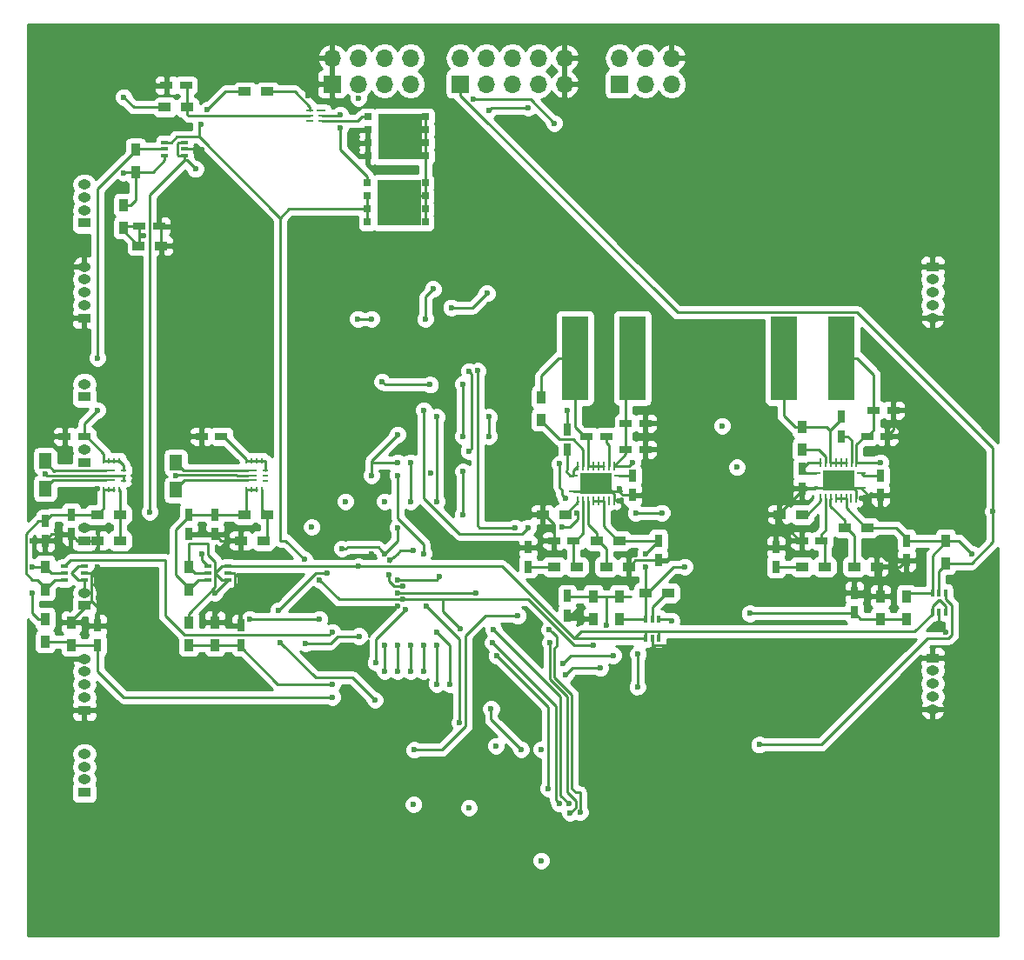
<source format=gbr>
G04 #@! TF.FileFunction,Copper,L4,Bot,Signal*
%FSLAX46Y46*%
G04 Gerber Fmt 4.6, Leading zero omitted, Abs format (unit mm)*
G04 Created by KiCad (PCBNEW 4.0.7) date Thursday, February 15, 2018 'AMt' 11:15:33 AM*
%MOMM*%
%LPD*%
G01*
G04 APERTURE LIST*
%ADD10C,0.100000*%
%ADD11R,1.250000X0.950000*%
%ADD12O,1.250000X0.950000*%
%ADD13R,1.700000X1.700000*%
%ADD14O,1.700000X1.700000*%
%ADD15R,4.350000X4.510000*%
%ADD16R,0.700000X0.700000*%
%ADD17R,1.200000X0.750000*%
%ADD18R,0.750000X1.200000*%
%ADD19R,1.200000X1.500000*%
%ADD20R,0.900000X1.200000*%
%ADD21R,1.200000X0.900000*%
%ADD22R,0.700000X0.400000*%
%ADD23R,1.790000X0.240000*%
%ADD24R,0.240000X0.600000*%
%ADD25R,0.600000X0.240000*%
%ADD26R,2.600000X8.200000*%
%ADD27R,0.238760X0.899160*%
%ADD28R,0.899160X0.238760*%
%ADD29R,1.000760X1.000760*%
%ADD30R,0.400000X0.700000*%
%ADD31R,0.850000X0.280000*%
%ADD32R,0.750000X0.280000*%
%ADD33C,6.400000*%
%ADD34C,0.600000*%
%ADD35C,0.250000*%
%ADD36C,0.254000*%
G04 APERTURE END LIST*
D10*
D11*
X106350000Y-79130000D03*
D12*
X106350000Y-77880000D03*
X106350000Y-76630000D03*
X106350000Y-75380000D03*
X106350000Y-74130000D03*
D13*
X158420000Y-56350000D03*
D14*
X158420000Y-53810000D03*
X160960000Y-56350000D03*
X160960000Y-53810000D03*
X163500000Y-56350000D03*
X163500000Y-53810000D03*
D15*
X137037500Y-67895000D03*
D16*
X133907500Y-67260000D03*
X133907500Y-68530000D03*
X133907500Y-69800000D03*
X133907500Y-65990000D03*
X139507500Y-65990000D03*
X139507500Y-69800000D03*
X139507500Y-68530000D03*
X139507500Y-67260000D03*
D15*
X137077500Y-61455000D03*
D16*
X133947500Y-60820000D03*
X133947500Y-62090000D03*
X133947500Y-63360000D03*
X133947500Y-59550000D03*
X139547500Y-59550000D03*
X139547500Y-63360000D03*
X139547500Y-62090000D03*
X139547500Y-60820000D03*
D13*
X142920000Y-56350000D03*
D14*
X142920000Y-53810000D03*
X145460000Y-56350000D03*
X145460000Y-53810000D03*
X148000000Y-56350000D03*
X148000000Y-53810000D03*
X150540000Y-56350000D03*
X150540000Y-53810000D03*
X153080000Y-56350000D03*
X153080000Y-53810000D03*
D11*
X106350000Y-117310000D03*
D12*
X106350000Y-116060000D03*
X106350000Y-114810000D03*
X106350000Y-113560000D03*
X106350000Y-112310000D03*
D11*
X188900000Y-74130000D03*
D12*
X188900000Y-75380000D03*
X188900000Y-76630000D03*
X188900000Y-77880000D03*
X188900000Y-79130000D03*
D11*
X188900000Y-112230000D03*
D12*
X188900000Y-113480000D03*
X188900000Y-114730000D03*
X188900000Y-115980000D03*
X188900000Y-117230000D03*
D17*
X106350000Y-90640000D03*
X104450000Y-90640000D03*
X119680000Y-90640000D03*
X117780000Y-90640000D03*
D18*
X102540000Y-98900000D03*
X102540000Y-100800000D03*
X116510000Y-98260000D03*
X116510000Y-100160000D03*
X105080000Y-98260000D03*
X105080000Y-100160000D03*
X119050000Y-98260000D03*
X119050000Y-100160000D03*
D19*
X102540000Y-93020000D03*
X102540000Y-95720000D03*
X115240000Y-93180000D03*
X115240000Y-95880000D03*
D20*
X102540000Y-103340000D03*
X102540000Y-105540000D03*
X105080000Y-108760000D03*
X105080000Y-110960000D03*
X102540000Y-110620000D03*
X102540000Y-108420000D03*
X116510000Y-103340000D03*
X116510000Y-105540000D03*
X116510000Y-110960000D03*
X116510000Y-108760000D03*
X119050000Y-108760000D03*
X119050000Y-110960000D03*
D21*
X109820000Y-100800000D03*
X107620000Y-100800000D03*
X123790000Y-100800000D03*
X121590000Y-100800000D03*
X107620000Y-98260000D03*
X109820000Y-98260000D03*
X121930000Y-98260000D03*
X124130000Y-98260000D03*
D22*
X106350000Y-103310000D03*
X106350000Y-103960000D03*
X106350000Y-104610000D03*
X104450000Y-104610000D03*
X104450000Y-103310000D03*
X104450000Y-103960000D03*
D23*
X122310000Y-94940000D03*
X122310000Y-94450000D03*
X122310000Y-93960000D03*
D24*
X122110000Y-93050000D03*
X122610000Y-93050000D03*
X123110000Y-93050000D03*
X123610000Y-93050000D03*
D25*
X124010000Y-93950000D03*
X124010000Y-94450000D03*
X124010000Y-94950000D03*
D24*
X123610000Y-95850000D03*
X123110000Y-95850000D03*
X122610000Y-95850000D03*
X122110000Y-95850000D03*
D22*
X120320000Y-103310000D03*
X120320000Y-103960000D03*
X120320000Y-104610000D03*
X118420000Y-104610000D03*
X118420000Y-103310000D03*
X118420000Y-103960000D03*
D23*
X108460000Y-94940000D03*
X108460000Y-94450000D03*
X108460000Y-93960000D03*
D24*
X108260000Y-93050000D03*
X108760000Y-93050000D03*
X109260000Y-93050000D03*
X109760000Y-93050000D03*
D25*
X110160000Y-93950000D03*
X110160000Y-94450000D03*
X110160000Y-94950000D03*
D24*
X109760000Y-95850000D03*
X109260000Y-95850000D03*
X108760000Y-95850000D03*
X108260000Y-95850000D03*
D17*
X157150000Y-90640000D03*
X155250000Y-90640000D03*
D18*
X180010000Y-90640000D03*
X180010000Y-88740000D03*
D17*
X153970000Y-100800000D03*
X152070000Y-100800000D03*
X178100000Y-100800000D03*
X176200000Y-100800000D03*
D18*
X149530000Y-101440000D03*
X149530000Y-103340000D03*
X173660000Y-101440000D03*
X173660000Y-103340000D03*
D17*
X159060000Y-89370000D03*
X160960000Y-89370000D03*
X183190000Y-88100000D03*
X185090000Y-88100000D03*
X159060000Y-91910000D03*
X160960000Y-91910000D03*
X182550000Y-90640000D03*
X184450000Y-90640000D03*
D18*
X162230000Y-102700000D03*
X162230000Y-100800000D03*
X186360000Y-102700000D03*
X186360000Y-100800000D03*
X159690000Y-96350000D03*
X159690000Y-94450000D03*
X183820000Y-96350000D03*
X183820000Y-94450000D03*
X153340000Y-91910000D03*
X153340000Y-90010000D03*
X176200000Y-93820000D03*
X176200000Y-95720000D03*
D26*
X159690000Y-83020000D03*
X154090000Y-83020000D03*
X180010000Y-83020000D03*
X174410000Y-83020000D03*
D21*
X152070000Y-103340000D03*
X154270000Y-103340000D03*
X176200000Y-103340000D03*
X178400000Y-103340000D03*
X159350000Y-103340000D03*
X157150000Y-103340000D03*
X183480000Y-103340000D03*
X181280000Y-103340000D03*
X156220000Y-100800000D03*
X158420000Y-100800000D03*
X180350000Y-99530000D03*
X182550000Y-99530000D03*
X150970000Y-98260000D03*
X153170000Y-98260000D03*
X174000000Y-98260000D03*
X176200000Y-98260000D03*
D20*
X150800000Y-89030000D03*
X150800000Y-86830000D03*
X176200000Y-91910000D03*
X176200000Y-89710000D03*
D27*
X154399180Y-93520360D03*
X154899560Y-93520360D03*
X155399940Y-93520360D03*
X155900320Y-93520360D03*
X156398160Y-93520360D03*
D28*
X158348880Y-94470320D03*
X158348880Y-95968920D03*
D27*
X157899300Y-96918880D03*
X157398920Y-96918880D03*
X156898540Y-96918880D03*
X156398160Y-96918880D03*
X155900320Y-96918880D03*
D28*
X153949600Y-95968920D03*
X153949600Y-94470320D03*
D29*
X157150000Y-94719240D03*
X155148480Y-94719240D03*
X155148480Y-95720000D03*
X157150000Y-95720000D03*
D27*
X156898540Y-93520360D03*
X155399940Y-96918880D03*
D29*
X156149240Y-95720000D03*
X156149240Y-94719240D03*
D27*
X157409080Y-93520360D03*
X157899300Y-93520360D03*
X154899560Y-96918880D03*
X154399180Y-96918880D03*
X177990700Y-93251120D03*
X178491080Y-93251120D03*
X178991460Y-93251120D03*
X179491840Y-93251120D03*
X179989680Y-93251120D03*
D28*
X181940400Y-94201080D03*
X181940400Y-95699680D03*
D27*
X181490820Y-96649640D03*
X180990440Y-96649640D03*
X180490060Y-96649640D03*
X179989680Y-96649640D03*
X179491840Y-96649640D03*
D28*
X177541120Y-95699680D03*
X177541120Y-94201080D03*
D29*
X180741520Y-94450000D03*
X178740000Y-94450000D03*
X178740000Y-95450760D03*
X180741520Y-95450760D03*
D27*
X180490060Y-93251120D03*
X178991460Y-96649640D03*
D29*
X179740760Y-95450760D03*
X179740760Y-94450000D03*
D27*
X181000600Y-93251120D03*
X181490820Y-93251120D03*
X178491080Y-96649640D03*
X177990700Y-96649640D03*
D18*
X107620000Y-109060000D03*
X107620000Y-110960000D03*
X121590000Y-109060000D03*
X121590000Y-110960000D03*
X181280000Y-107780000D03*
X181280000Y-105880000D03*
X153340000Y-106200000D03*
X153340000Y-108100000D03*
D21*
X163160000Y-105880000D03*
X160960000Y-105880000D03*
D20*
X190170000Y-103000000D03*
X190170000Y-100800000D03*
X158420000Y-108420000D03*
X158420000Y-106220000D03*
X155880000Y-106220000D03*
X155880000Y-108420000D03*
X186360000Y-106220000D03*
X186360000Y-108420000D03*
X183820000Y-108420000D03*
X183820000Y-106220000D03*
D30*
X162260000Y-110320000D03*
X161610000Y-110320000D03*
X160960000Y-110320000D03*
X160960000Y-108420000D03*
X162260000Y-108420000D03*
X161610000Y-108420000D03*
X190170000Y-107780000D03*
X189520000Y-107780000D03*
X188870000Y-107780000D03*
X188870000Y-105880000D03*
X190170000Y-105880000D03*
X189520000Y-105880000D03*
D22*
X116090000Y-62030000D03*
X116090000Y-62680000D03*
X116090000Y-63330000D03*
X114190000Y-63330000D03*
X114190000Y-62030000D03*
X114190000Y-62680000D03*
D17*
X111730000Y-70190000D03*
X113630000Y-70190000D03*
D21*
X124180000Y-57100000D03*
X121980000Y-57100000D03*
X114190000Y-58610000D03*
X116390000Y-58610000D03*
D20*
X111340000Y-62710000D03*
X111340000Y-64910000D03*
X110160000Y-70320000D03*
X110160000Y-68120000D03*
D21*
X111630000Y-72090000D03*
X113830000Y-72090000D03*
D17*
X116240000Y-56470000D03*
X114340000Y-56470000D03*
D31*
X129415000Y-58960000D03*
D32*
X129465000Y-59460000D03*
X129465000Y-59960000D03*
X128315000Y-59960000D03*
X128315000Y-59460000D03*
X128315000Y-58960000D03*
D11*
X106350000Y-86810000D03*
D12*
X106350000Y-85560000D03*
D11*
X106350000Y-93180000D03*
D12*
X106350000Y-91930000D03*
D11*
X106350000Y-100800000D03*
D12*
X106350000Y-99550000D03*
D11*
X106350000Y-107130000D03*
D12*
X106350000Y-105880000D03*
D13*
X130480000Y-56350000D03*
D14*
X130480000Y-53810000D03*
X133020000Y-56350000D03*
X133020000Y-53810000D03*
X135560000Y-56350000D03*
X135560000Y-53810000D03*
X138100000Y-56350000D03*
X138100000Y-53810000D03*
D11*
X106350000Y-69880000D03*
D12*
X106350000Y-68630000D03*
X106350000Y-67380000D03*
X106350000Y-66130000D03*
D11*
X106350000Y-125310000D03*
D12*
X106350000Y-124060000D03*
X106350000Y-122810000D03*
X106350000Y-121560000D03*
D33*
X190920000Y-54910000D03*
X190920000Y-134920000D03*
X105190000Y-57450000D03*
X105190000Y-131110000D03*
D34*
X112410000Y-56470000D03*
X127940000Y-52540000D03*
X128094442Y-57465558D03*
X107620000Y-95720000D03*
X142430000Y-126510000D03*
X164440000Y-100520000D03*
X160560000Y-116080000D03*
X151510000Y-76710000D03*
X148230000Y-115420000D03*
X148620000Y-110110000D03*
X148150000Y-122740000D03*
X148260000Y-131280000D03*
X117780000Y-62700000D03*
X152070000Y-55080000D03*
X106350000Y-71590000D03*
X106350000Y-81750000D03*
X136830000Y-91910000D03*
X133020000Y-88100000D03*
X140015000Y-94270303D03*
X133020000Y-99530000D03*
X134290000Y-102070000D03*
X117780000Y-99530000D03*
X135560000Y-123660000D03*
X131750000Y-80480000D03*
X136830000Y-107150000D03*
X129210000Y-107150000D03*
X190170000Y-109690000D03*
X154610000Y-107150000D03*
X163500000Y-110960000D03*
X159690000Y-102070000D03*
X119050000Y-107150000D03*
X107620000Y-103340000D03*
X183820000Y-102070000D03*
X158420000Y-95720000D03*
X153340000Y-88100000D03*
X162230000Y-91910000D03*
X116510000Y-90640000D03*
X102540000Y-90640000D03*
X115240000Y-94450000D03*
X101270000Y-100800000D03*
X102535015Y-94343002D03*
X188773063Y-72986937D03*
X188900000Y-74130000D03*
X190170000Y-112230000D03*
X188900000Y-118580000D03*
X188900000Y-117230000D03*
X188900000Y-117230000D03*
X106350000Y-112310000D03*
X188900000Y-117230000D03*
X188900000Y-112230000D03*
X188900000Y-79130000D03*
X188900000Y-74130000D03*
X162550000Y-98110000D03*
X160010000Y-98110000D03*
X142067480Y-78112520D03*
X145520000Y-76730000D03*
X138390000Y-126490000D03*
X146400000Y-120780000D03*
X143792140Y-126812140D03*
X117154999Y-64614999D03*
X112700000Y-98010088D03*
X136830000Y-93180000D03*
X134290000Y-94450000D03*
X136830000Y-90472738D03*
X133020000Y-103310000D03*
X135560000Y-96990000D03*
X131750000Y-96990000D03*
X119050000Y-105880000D03*
X101270000Y-105880000D03*
X101270000Y-103340000D03*
X135319448Y-85319448D03*
X139995000Y-85617910D03*
X143214299Y-90636140D03*
X143180000Y-85560000D03*
X144213867Y-57859982D03*
X152070000Y-60160000D03*
X144629512Y-84277959D03*
X148260000Y-99530000D03*
X145720000Y-58890000D03*
X149530000Y-58663222D03*
X143805000Y-84290000D03*
X117670000Y-60250000D03*
X118330000Y-58835000D03*
X133078151Y-110105405D03*
X127890147Y-110799853D03*
X127770000Y-102620000D03*
X149530000Y-99530000D03*
X139370000Y-88100000D03*
X139537262Y-79210000D03*
X140279338Y-76309338D03*
X140640000Y-96990000D03*
X140640000Y-88752739D03*
X131410000Y-101570000D03*
X129940000Y-103935000D03*
X125269999Y-107580000D03*
X125398223Y-110704260D03*
X134630000Y-116320000D03*
X136830000Y-99530000D03*
X135560000Y-102070000D03*
X138100000Y-96990000D03*
X138100000Y-93180000D03*
X136000000Y-104160000D03*
X137316597Y-105244999D03*
X137600000Y-107520000D03*
X134710000Y-112675727D03*
X136071640Y-102685000D03*
X138396941Y-101773059D03*
X143180000Y-98260000D03*
X143180000Y-94050000D03*
X139600000Y-107149999D03*
X142840000Y-118539401D03*
X136830000Y-104610000D03*
X140936941Y-104313059D03*
X139370000Y-102070000D03*
X136830000Y-94450000D03*
X141910000Y-114770000D03*
X140640000Y-109690000D03*
X133020000Y-57700003D03*
X169850000Y-93660000D03*
X168410000Y-89630000D03*
X128480000Y-99470000D03*
X110160000Y-64990088D03*
X107620000Y-88100000D03*
X183820000Y-93180000D03*
X159690000Y-93180000D03*
X140640000Y-110960000D03*
X140640000Y-114770000D03*
X156574999Y-113210001D03*
X153185000Y-113879670D03*
X152920000Y-112740000D03*
X157825000Y-111970000D03*
X194760000Y-97940000D03*
X148859441Y-121134443D03*
X145940000Y-117190000D03*
X142970000Y-109400000D03*
X137316597Y-106514999D03*
X150820000Y-131960000D03*
X150800000Y-121120000D03*
X155880000Y-110960000D03*
X129210000Y-104610000D03*
X145720000Y-90640000D03*
X145720000Y-88752739D03*
X139370000Y-113500000D03*
X139370000Y-110960000D03*
X138450000Y-121180000D03*
X148540000Y-108130000D03*
X136830000Y-105880000D03*
X144450000Y-105880000D03*
X129210000Y-108420000D03*
X122465940Y-108420000D03*
X117780000Y-102070000D03*
X130480000Y-109690000D03*
X130480000Y-114770000D03*
X130480000Y-116040000D03*
X135560000Y-110960000D03*
X135560000Y-113500000D03*
X136830000Y-113500000D03*
X136830000Y-110960000D03*
X138100000Y-110960000D03*
X138100000Y-113500000D03*
X134290000Y-79210000D03*
X132985000Y-79210000D03*
X152590000Y-93330000D03*
X153180000Y-96650000D03*
X154274560Y-98112976D03*
X152800000Y-99480000D03*
X151500000Y-124930000D03*
X146498058Y-112041942D03*
X131280000Y-59335000D03*
X131220000Y-60585000D03*
X171110000Y-107900000D03*
X157200000Y-109019999D03*
X164770000Y-103340000D03*
X160960000Y-103340000D03*
X160960000Y-102070000D03*
X192710000Y-102070000D03*
X172040000Y-120680000D03*
X163475000Y-108600000D03*
X160225000Y-111850000D03*
X160180000Y-115050000D03*
X112075000Y-71110000D03*
X153530000Y-126436380D03*
X146170000Y-109470000D03*
X152623534Y-126436380D03*
X146080000Y-110740000D03*
X153610000Y-127330000D03*
X151670000Y-110760000D03*
X154580784Y-127243100D03*
X151609852Y-109450148D03*
X107620000Y-83020000D03*
X110160000Y-57620000D03*
X106350000Y-105880000D03*
X143768557Y-92074282D03*
D35*
X114340000Y-56470000D02*
X112410000Y-56470000D01*
X113830000Y-72090000D02*
X113830000Y-70390000D01*
X113830000Y-70390000D02*
X113630000Y-70190000D01*
X116090000Y-62680000D02*
X117760000Y-62680000D01*
X117760000Y-62680000D02*
X117780000Y-62700000D01*
X119050000Y-100160000D02*
X118410000Y-100160000D01*
X118410000Y-100160000D02*
X117780000Y-99530000D01*
X189520000Y-107780000D02*
X189520000Y-109040000D01*
X189520000Y-109040000D02*
X190170000Y-109690000D01*
X183820000Y-106220000D02*
X181620000Y-106220000D01*
X181620000Y-106220000D02*
X181280000Y-105880000D01*
X183820000Y-103530000D02*
X183820000Y-106220000D01*
X183480000Y-103340000D02*
X183630000Y-103340000D01*
X183630000Y-103340000D02*
X183820000Y-103530000D01*
X153340000Y-108100000D02*
X153660000Y-108100000D01*
X153660000Y-108100000D02*
X154610000Y-107150000D01*
X155880000Y-108420000D02*
X153660000Y-108420000D01*
X153660000Y-108420000D02*
X153340000Y-108100000D01*
X161610000Y-110320000D02*
X161610000Y-110920000D01*
X161610000Y-110920000D02*
X161685001Y-110995001D01*
X161685001Y-110995001D02*
X163464999Y-110995001D01*
X163464999Y-110995001D02*
X163500000Y-110960000D01*
X159350000Y-103340000D02*
X159350000Y-102410000D01*
X159350000Y-102410000D02*
X159690000Y-102070000D01*
X121590000Y-109060000D02*
X121590000Y-106559998D01*
X121590000Y-106559998D02*
X120995001Y-105964999D01*
X120995001Y-105964999D02*
X120235001Y-105964999D01*
X120235001Y-105964999D02*
X119050000Y-107150000D01*
X120320000Y-103960000D02*
X120920000Y-103960000D01*
X120920000Y-103960000D02*
X120995001Y-104035001D01*
X120995001Y-104035001D02*
X120995001Y-105964999D01*
X120995001Y-105964999D02*
X119050000Y-107910000D01*
X119050000Y-107910000D02*
X119050000Y-108760000D01*
X107620000Y-109060000D02*
X107620000Y-107259998D01*
X107620000Y-107259998D02*
X107025001Y-106664999D01*
X105080000Y-108760000D02*
X105080000Y-108610000D01*
X105080000Y-108610000D02*
X107025001Y-106664999D01*
X107025001Y-103985001D02*
X107000000Y-103960000D01*
X107025001Y-106664999D02*
X107025001Y-103985001D01*
X106350000Y-103960000D02*
X107000000Y-103960000D01*
X107000000Y-103960000D02*
X107620000Y-103340000D01*
X186360000Y-102700000D02*
X184450000Y-102700000D01*
X184450000Y-102700000D02*
X183820000Y-102070000D01*
X183480000Y-103340000D02*
X185720000Y-103340000D01*
X185720000Y-103340000D02*
X186360000Y-102700000D01*
X183820000Y-96350000D02*
X182590720Y-96350000D01*
X182590720Y-96350000D02*
X181940400Y-95699680D01*
X176200000Y-95720000D02*
X176200000Y-95945000D01*
X176200000Y-95945000D02*
X174000000Y-98145000D01*
X174000000Y-98145000D02*
X174000000Y-98260000D01*
X173660000Y-101440000D02*
X173660000Y-98600000D01*
X173660000Y-98600000D02*
X174000000Y-98260000D01*
X176200000Y-100800000D02*
X175975000Y-100800000D01*
X175975000Y-100800000D02*
X174000000Y-98825000D01*
X174000000Y-98825000D02*
X174000000Y-98260000D01*
X177541120Y-95699680D02*
X176220320Y-95699680D01*
X176220320Y-95699680D02*
X176200000Y-95720000D01*
X181490820Y-96649640D02*
X181490820Y-95950060D01*
X181490820Y-95950060D02*
X180991520Y-95450760D01*
X180991520Y-95450760D02*
X180741520Y-95450760D01*
X181940400Y-95699680D02*
X180990440Y-95699680D01*
X180990440Y-95699680D02*
X180741520Y-95450760D01*
X177541120Y-95699680D02*
X178491080Y-95699680D01*
X178491080Y-95699680D02*
X178740000Y-95450760D01*
X185090000Y-88100000D02*
X185090000Y-90000000D01*
X185090000Y-90000000D02*
X184450000Y-90640000D01*
X159350000Y-103340000D02*
X159500000Y-103340000D01*
X162230000Y-102700000D02*
X159990000Y-102700000D01*
X159990000Y-102700000D02*
X159350000Y-103340000D01*
X158348880Y-95968920D02*
X158348880Y-95791120D01*
X158348880Y-95791120D02*
X158420000Y-95720000D01*
X159690000Y-96350000D02*
X158729960Y-96350000D01*
X158729960Y-96350000D02*
X158348880Y-95968920D01*
X157899300Y-96918880D02*
X157899300Y-96219300D01*
X157899300Y-96219300D02*
X157400000Y-95720000D01*
X157400000Y-95720000D02*
X157150000Y-95720000D01*
X158348880Y-95968920D02*
X157398920Y-95968920D01*
X157398920Y-95968920D02*
X157150000Y-95720000D01*
X153949600Y-95968920D02*
X154899560Y-95968920D01*
X154899560Y-95968920D02*
X155148480Y-95720000D01*
X150160000Y-101440000D02*
X150800000Y-100800000D01*
X150800000Y-100800000D02*
X152070000Y-100800000D01*
X149530000Y-101440000D02*
X150160000Y-101440000D01*
X150970000Y-98260000D02*
X151120000Y-98260000D01*
X151120000Y-98260000D02*
X152070000Y-99210000D01*
X152070000Y-99210000D02*
X152070000Y-100175000D01*
X152070000Y-100175000D02*
X152070000Y-100800000D01*
X153340000Y-90010000D02*
X153340000Y-88100000D01*
X160960000Y-89370000D02*
X160960000Y-91910000D01*
X160960000Y-91910000D02*
X162230000Y-91910000D01*
X119050000Y-100160000D02*
X116510000Y-100160000D01*
X121590000Y-100800000D02*
X119690000Y-100800000D01*
X119690000Y-100800000D02*
X119050000Y-100160000D01*
X117780000Y-90640000D02*
X116510000Y-90640000D01*
X104450000Y-90640000D02*
X102540000Y-90640000D01*
X122310000Y-94450000D02*
X121165000Y-94450000D01*
X115260010Y-94429990D02*
X115240000Y-94450000D01*
X121165000Y-94450000D02*
X121144990Y-94429990D01*
X121144990Y-94429990D02*
X115260010Y-94429990D01*
X102540000Y-100800000D02*
X101270000Y-100800000D01*
X105080000Y-100160000D02*
X103180000Y-100160000D01*
X103180000Y-100160000D02*
X102540000Y-100800000D01*
X107620000Y-100800000D02*
X105720000Y-100800000D01*
X105720000Y-100800000D02*
X105080000Y-100160000D01*
X108460000Y-94450000D02*
X107315000Y-94450000D01*
X107315000Y-94450000D02*
X107294991Y-94470009D01*
X107294991Y-94470009D02*
X102662022Y-94470009D01*
X102662022Y-94470009D02*
X102535015Y-94343002D01*
X110160000Y-94450000D02*
X108460000Y-94450000D01*
X110160000Y-94950000D02*
X110160000Y-94450000D01*
X190170000Y-118580000D02*
X190170000Y-116880000D01*
X190170000Y-116880000D02*
X190170000Y-112230000D01*
X188900000Y-118580000D02*
X190170000Y-118580000D01*
X160010000Y-98110000D02*
X162550000Y-98110000D01*
X145520000Y-76730000D02*
X144137480Y-78112520D01*
X144137480Y-78112520D02*
X142067480Y-78112520D01*
X116090000Y-63780000D02*
X116320000Y-63780000D01*
X116320000Y-63780000D02*
X117154999Y-64614999D01*
X116090000Y-63330000D02*
X116090000Y-63780000D01*
X116090000Y-63780000D02*
X112700000Y-67170000D01*
X112700000Y-67170000D02*
X112700000Y-98010088D01*
X116090000Y-62030000D02*
X115490000Y-62030000D01*
X115490000Y-62030000D02*
X115414999Y-62105001D01*
X115414999Y-62105001D02*
X115414999Y-63254999D01*
X115414999Y-63254999D02*
X115490000Y-63330000D01*
X115490000Y-63330000D02*
X116090000Y-63330000D01*
X136830000Y-93180000D02*
X134457262Y-93180000D01*
X134457262Y-93180000D02*
X134290000Y-93012738D01*
X136830000Y-90472738D02*
X134290000Y-93012738D01*
X134290000Y-93012738D02*
X134290000Y-94450000D01*
X120320000Y-103310000D02*
X133020000Y-103310000D01*
X133020000Y-103310000D02*
X146989998Y-103310000D01*
X118414999Y-101085001D02*
X118414999Y-102169997D01*
X118414999Y-102169997D02*
X119095001Y-102849999D01*
X116510000Y-101085001D02*
X118414999Y-101085001D01*
X116510000Y-103340000D02*
X116510000Y-101085001D01*
X120320000Y-104610000D02*
X119050000Y-105880000D01*
X106350000Y-104610000D02*
X106350000Y-105880000D01*
X153999998Y-110320000D02*
X154674999Y-109644999D01*
X154674999Y-109644999D02*
X187155001Y-109644999D01*
X187155001Y-109644999D02*
X188870000Y-107930000D01*
X188870000Y-107930000D02*
X188870000Y-107780000D01*
X146989998Y-103310000D02*
X153999998Y-110320000D01*
X153999998Y-110320000D02*
X160510000Y-110320000D01*
X160510000Y-110320000D02*
X160960000Y-110320000D01*
X188870000Y-107780000D02*
X188870000Y-107180000D01*
X188870000Y-107180000D02*
X189494999Y-106555001D01*
X189494999Y-106555001D02*
X189545001Y-106555001D01*
X189545001Y-106555001D02*
X190170000Y-107180000D01*
X190170000Y-107180000D02*
X190170000Y-107780000D01*
X160960000Y-110320000D02*
X160960000Y-109720000D01*
X160960000Y-109720000D02*
X161035001Y-109644999D01*
X161035001Y-109644999D02*
X162184999Y-109644999D01*
X162184999Y-109644999D02*
X162260000Y-109720000D01*
X162260000Y-109720000D02*
X162260000Y-110320000D01*
X120320000Y-103310000D02*
X119720000Y-103310000D01*
X119720000Y-103310000D02*
X119095001Y-103934999D01*
X119095001Y-103985001D02*
X119720000Y-104610000D01*
X119720000Y-104610000D02*
X120320000Y-104610000D01*
X119095001Y-102849999D02*
X119095001Y-105324999D01*
X119095001Y-105324999D02*
X116510000Y-107910000D01*
X116510000Y-107910000D02*
X116510000Y-108760000D01*
X118420000Y-103960000D02*
X117130000Y-103960000D01*
X117130000Y-103960000D02*
X116510000Y-103340000D01*
X101270000Y-105880000D02*
X101270000Y-107850000D01*
X101270000Y-107850000D02*
X101840000Y-108420000D01*
X101840000Y-108420000D02*
X102540000Y-108420000D01*
X102540000Y-103340000D02*
X101270000Y-103340000D01*
X106350000Y-103310000D02*
X105750000Y-103310000D01*
X105750000Y-103310000D02*
X105125001Y-103934999D01*
X105125001Y-103985001D02*
X105750000Y-104610000D01*
X105750000Y-104610000D02*
X106350000Y-104610000D01*
X104450000Y-103960000D02*
X103160000Y-103960000D01*
X103160000Y-103960000D02*
X102540000Y-103340000D01*
X139995000Y-85617910D02*
X135617910Y-85617910D01*
X135617910Y-85617910D02*
X135319448Y-85319448D01*
X143180000Y-85560000D02*
X143180000Y-90601841D01*
X143180000Y-90601841D02*
X143214299Y-90636140D01*
X152070000Y-60160000D02*
X149769982Y-57859982D01*
X149769982Y-57859982D02*
X144213867Y-57859982D01*
X144629512Y-99350488D02*
X144809024Y-99530000D01*
X144809024Y-99530000D02*
X148260000Y-99530000D01*
X144629512Y-84277959D02*
X144629512Y-99350488D01*
X149530000Y-58663222D02*
X145946778Y-58663222D01*
X145946778Y-58663222D02*
X145720000Y-58890000D01*
X144068556Y-84553556D02*
X143805000Y-84290000D01*
X144068556Y-91774283D02*
X144068556Y-84553556D01*
X133907500Y-69800000D02*
X133907500Y-68530000D01*
X133907500Y-68530000D02*
X126264998Y-68530000D01*
X126264998Y-68530000D02*
X125400000Y-69394998D01*
X133907500Y-67260000D02*
X133907500Y-68530000D01*
X117510001Y-61504999D02*
X117510001Y-60409999D01*
X117510001Y-60409999D02*
X117670000Y-60250000D01*
X121980000Y-57100000D02*
X120065000Y-57100000D01*
X120065000Y-57100000D02*
X118330000Y-58835000D01*
X127890147Y-110799853D02*
X130295149Y-110799853D01*
X130295149Y-110799853D02*
X130989597Y-110105405D01*
X130989597Y-110105405D02*
X133078151Y-110105405D01*
X125400000Y-100800000D02*
X125950000Y-100800000D01*
X125950000Y-100800000D02*
X127770000Y-102620000D01*
X125400000Y-69394998D02*
X125400000Y-100800000D01*
X114190000Y-62030000D02*
X114790000Y-62030000D01*
X114790000Y-62030000D02*
X115315001Y-61504999D01*
X115315001Y-61504999D02*
X117510001Y-61504999D01*
X117510001Y-61504999D02*
X125400000Y-69394998D01*
X139370000Y-88100000D02*
X139370000Y-96645002D01*
X139370000Y-96645002D02*
X142879999Y-100155001D01*
X142879999Y-100155001D02*
X148904999Y-100155001D01*
X148904999Y-100155001D02*
X149530000Y-99530000D01*
X140279338Y-76309338D02*
X139537262Y-77051414D01*
X139537262Y-77051414D02*
X139537262Y-79210000D01*
X140640000Y-88752739D02*
X140640000Y-96990000D01*
X131410000Y-101570000D02*
X131834264Y-101570000D01*
X131834264Y-101570000D02*
X131959265Y-101444999D01*
X131959265Y-101444999D02*
X134934999Y-101444999D01*
X134934999Y-101444999D02*
X135260001Y-101770001D01*
X135260001Y-101770001D02*
X135560000Y-102070000D01*
X125269999Y-107580000D02*
X128914999Y-103935000D01*
X128914999Y-103935000D02*
X129940000Y-103935000D01*
X134630000Y-116320000D02*
X132454999Y-114144999D01*
X132454999Y-114144999D02*
X128838962Y-114144999D01*
X128838962Y-114144999D02*
X125398223Y-110704260D01*
X135560000Y-102070000D02*
X136830000Y-100800000D01*
X136830000Y-100800000D02*
X136830000Y-99530000D01*
X138100000Y-93180000D02*
X138100000Y-96990000D01*
X137316597Y-105244999D02*
X136539997Y-105244999D01*
X136539997Y-105244999D02*
X136000000Y-104705002D01*
X136000000Y-104705002D02*
X136000000Y-104160000D01*
X134710000Y-112675727D02*
X134710000Y-110410000D01*
X134710000Y-110410000D02*
X137600000Y-107520000D01*
X136830000Y-102070000D02*
X136071640Y-102685000D01*
X136071640Y-102685000D02*
X136040010Y-102859990D01*
X138396941Y-101773059D02*
X137126941Y-101773059D01*
X137126941Y-101773059D02*
X136830000Y-102070000D01*
X143180000Y-96025000D02*
X143180000Y-98260000D01*
X143180000Y-94050000D02*
X143180000Y-96025000D01*
X142840000Y-118539401D02*
X142840000Y-110389999D01*
X142840000Y-110389999D02*
X139995001Y-107545000D01*
X139995001Y-107545000D02*
X139600000Y-107149999D01*
X136830000Y-104610000D02*
X140640000Y-104610000D01*
X140640000Y-104610000D02*
X140936941Y-104313059D01*
X136830000Y-94450000D02*
X136830000Y-98604998D01*
X136830000Y-98604998D02*
X139370000Y-101144998D01*
X139370000Y-101144998D02*
X139370000Y-102070000D01*
X140640000Y-109690000D02*
X141910000Y-110960000D01*
X141910000Y-110960000D02*
X141910000Y-111304998D01*
X141910000Y-111304998D02*
X141910000Y-114770000D01*
X111730000Y-70190000D02*
X110290000Y-70190000D01*
X110290000Y-70190000D02*
X110160000Y-70320000D01*
X110160000Y-70320000D02*
X110160000Y-70620000D01*
X110160000Y-70620000D02*
X111630000Y-72090000D01*
X111340000Y-64910000D02*
X111340000Y-67640000D01*
X111340000Y-67640000D02*
X110860000Y-68120000D01*
X111340000Y-64910000D02*
X110240088Y-64910000D01*
X110240088Y-64910000D02*
X110160000Y-64990088D01*
X106350000Y-90640000D02*
X106350000Y-89370000D01*
X106350000Y-89370000D02*
X107620000Y-88100000D01*
X111340000Y-64910000D02*
X113060000Y-64910000D01*
X113060000Y-64910000D02*
X114190000Y-63780000D01*
X114190000Y-63780000D02*
X114190000Y-63330000D01*
X181490820Y-93251120D02*
X183748880Y-93251120D01*
X183748880Y-93251120D02*
X183820000Y-93180000D01*
X180010000Y-83020000D02*
X181560000Y-83020000D01*
X181560000Y-83020000D02*
X183190000Y-84650000D01*
X183190000Y-84650000D02*
X183190000Y-87475000D01*
X183190000Y-87475000D02*
X183190000Y-88100000D01*
X183190000Y-88100000D02*
X183190000Y-90000000D01*
X183190000Y-90000000D02*
X182550000Y-90640000D01*
X181490820Y-93251120D02*
X181490820Y-91474180D01*
X181490820Y-91474180D02*
X182325000Y-90640000D01*
X182325000Y-90640000D02*
X182550000Y-90640000D01*
X159060000Y-89370000D02*
X159060000Y-83650000D01*
X159060000Y-83650000D02*
X159690000Y-83020000D01*
X159060000Y-91910000D02*
X159060000Y-89370000D01*
X157899300Y-93520360D02*
X159349640Y-93520360D01*
X159349640Y-93520360D02*
X159690000Y-93180000D01*
X159060000Y-91910000D02*
X159060000Y-92359660D01*
X159060000Y-92359660D02*
X157899300Y-93520360D01*
X122110000Y-93050000D02*
X122110000Y-92845000D01*
X122110000Y-92845000D02*
X119905000Y-90640000D01*
X119905000Y-90640000D02*
X119680000Y-90640000D01*
X124000000Y-93050000D02*
X124010000Y-93060000D01*
X124010000Y-93060000D02*
X124010000Y-93950000D01*
X123610000Y-93050000D02*
X124000000Y-93050000D01*
X122610000Y-93050000D02*
X123110000Y-93050000D01*
X123610000Y-93050000D02*
X123110000Y-93050000D01*
X122110000Y-93050000D02*
X122610000Y-93050000D01*
X108260000Y-93050000D02*
X108260000Y-92325000D01*
X108260000Y-92325000D02*
X106575000Y-90640000D01*
X106575000Y-90640000D02*
X106350000Y-90640000D01*
X108760000Y-93050000D02*
X108260000Y-93050000D01*
X109260000Y-93050000D02*
X108760000Y-93050000D01*
X109760000Y-93050000D02*
X109260000Y-93050000D01*
X110160000Y-93950000D02*
X110160000Y-93450000D01*
X110160000Y-93450000D02*
X109760000Y-93050000D01*
X140640000Y-114770000D02*
X140640000Y-110960000D01*
X153185000Y-113879670D02*
X153854669Y-113210001D01*
X153854669Y-113210001D02*
X156574999Y-113210001D01*
X157825000Y-111970000D02*
X153690000Y-111970000D01*
X153690000Y-111970000D02*
X152920000Y-112740000D01*
X190170000Y-103000000D02*
X192705002Y-103000000D01*
X192705002Y-103000000D02*
X194760000Y-100945002D01*
X194760000Y-100945002D02*
X194760000Y-98364264D01*
X194760000Y-98364264D02*
X194760000Y-97940000D01*
X142920000Y-57450000D02*
X164064999Y-78594999D01*
X142920000Y-56350000D02*
X142920000Y-57450000D01*
X164064999Y-78594999D02*
X181570001Y-78594999D01*
X194760000Y-91784998D02*
X194760000Y-97940000D01*
X181570001Y-78594999D02*
X194760000Y-91784998D01*
X145940000Y-117190000D02*
X145940000Y-118215002D01*
X145940000Y-118215002D02*
X148859441Y-121134443D01*
X138100000Y-106524999D02*
X141320000Y-106524999D01*
X141320000Y-106524999D02*
X149568587Y-106524999D01*
X142970000Y-109400000D02*
X141265000Y-107695000D01*
X141265000Y-107695000D02*
X141265000Y-106579999D01*
X141265000Y-106579999D02*
X141320000Y-106524999D01*
X131124999Y-106524999D02*
X138100000Y-106524999D01*
X154610000Y-110960000D02*
X155880000Y-110960000D01*
X154003588Y-110960000D02*
X154610000Y-110960000D01*
X129210000Y-104610000D02*
X131124999Y-106524999D01*
X149568587Y-106524999D02*
X154003588Y-110960000D01*
X190170000Y-103000000D02*
X190170000Y-103150000D01*
X190170000Y-103150000D02*
X189520000Y-103800000D01*
X189520000Y-103800000D02*
X189520000Y-105280000D01*
X189520000Y-105280000D02*
X189520000Y-105880000D01*
X163160000Y-105880000D02*
X163010000Y-105880000D01*
X161610000Y-107280000D02*
X161610000Y-107820000D01*
X163010000Y-105880000D02*
X161610000Y-107280000D01*
X161610000Y-107820000D02*
X161610000Y-108420000D01*
X145720000Y-88752739D02*
X145720000Y-90640000D01*
X108460000Y-94940000D02*
X103320000Y-94940000D01*
X103320000Y-94940000D02*
X102540000Y-95720000D01*
X122310000Y-94940000D02*
X116180000Y-94940000D01*
X116180000Y-94940000D02*
X116120000Y-94880000D01*
X116120000Y-94880000D02*
X116090000Y-94880000D01*
X116090000Y-94880000D02*
X115240000Y-95730000D01*
X115240000Y-95730000D02*
X115240000Y-95880000D01*
X139370000Y-110960000D02*
X139370000Y-113500000D01*
X104450000Y-104610000D02*
X103470000Y-104610000D01*
X103470000Y-104610000D02*
X102540000Y-105540000D01*
X102540000Y-105540000D02*
X102540000Y-105390000D01*
X102540000Y-105390000D02*
X101760000Y-104610000D01*
X101760000Y-104610000D02*
X101270000Y-104610000D01*
X101270000Y-104610000D02*
X100644999Y-103984999D01*
X100644999Y-103984999D02*
X100644999Y-100155001D01*
X100644999Y-100155001D02*
X101900000Y-98900000D01*
X101900000Y-98900000D02*
X102540000Y-98900000D01*
X105080000Y-98260000D02*
X103180000Y-98260000D01*
X103180000Y-98260000D02*
X102540000Y-98900000D01*
X107620000Y-98260000D02*
X105080000Y-98260000D01*
X108260000Y-95850000D02*
X108260000Y-97620000D01*
X108260000Y-97620000D02*
X107620000Y-98260000D01*
X108760000Y-95850000D02*
X108260000Y-95850000D01*
X109260000Y-95850000D02*
X108760000Y-95850000D01*
X115240000Y-99755000D02*
X115240000Y-104120000D01*
X116510000Y-98485000D02*
X115240000Y-99755000D01*
X116510000Y-105390000D02*
X116510000Y-105540000D01*
X115240000Y-104120000D02*
X116510000Y-105390000D01*
X116510000Y-98260000D02*
X116510000Y-98485000D01*
X118420000Y-104610000D02*
X117440000Y-104610000D01*
X117440000Y-104610000D02*
X116510000Y-105540000D01*
X119050000Y-98260000D02*
X116510000Y-98260000D01*
X121930000Y-98260000D02*
X119050000Y-98260000D01*
X122110000Y-95850000D02*
X122110000Y-98080000D01*
X122110000Y-98080000D02*
X121930000Y-98260000D01*
X122610000Y-95850000D02*
X123110000Y-95850000D01*
X122110000Y-95850000D02*
X122610000Y-95850000D01*
X108460000Y-93960000D02*
X103480000Y-93960000D01*
X103480000Y-93960000D02*
X103420000Y-94020000D01*
X103420000Y-94020000D02*
X103390000Y-94020000D01*
X103390000Y-94020000D02*
X102540000Y-93170000D01*
X102540000Y-93170000D02*
X102540000Y-93020000D01*
X122310000Y-93960000D02*
X116020000Y-93960000D01*
X116020000Y-93960000D02*
X115240000Y-93180000D01*
X109820000Y-100800000D02*
X109820000Y-98260000D01*
X109820000Y-98260000D02*
X109820000Y-95910000D01*
X109820000Y-95910000D02*
X109760000Y-95850000D01*
X124130000Y-98260000D02*
X124130000Y-100460000D01*
X124130000Y-100460000D02*
X123790000Y-100800000D01*
X123610000Y-95850000D02*
X123610000Y-97740000D01*
X123610000Y-97740000D02*
X124130000Y-98260000D01*
X148540000Y-108130000D02*
X145363609Y-108130000D01*
X145363609Y-108130000D02*
X143465001Y-110028608D01*
X143465001Y-110028608D02*
X143465001Y-118839402D01*
X143465001Y-118839402D02*
X141124403Y-121180000D01*
X141124403Y-121180000D02*
X138450000Y-121180000D01*
X144450000Y-105880000D02*
X136830000Y-105880000D01*
X157150000Y-90640000D02*
X157150000Y-91265000D01*
X157150000Y-91265000D02*
X157409080Y-91524080D01*
X157409080Y-92820780D02*
X157409080Y-93520360D01*
X157409080Y-91524080D02*
X157409080Y-92820780D01*
X150800000Y-86830000D02*
X150800000Y-84760000D01*
X150800000Y-84760000D02*
X152540000Y-83020000D01*
X152540000Y-83020000D02*
X154090000Y-83020000D01*
X154090000Y-83020000D02*
X154090000Y-89705000D01*
X154090000Y-89705000D02*
X155025000Y-90640000D01*
X155025000Y-90640000D02*
X155250000Y-90640000D01*
X155399940Y-93520360D02*
X155399940Y-90789940D01*
X155399940Y-90789940D02*
X155250000Y-90640000D01*
X155900320Y-93520360D02*
X155399940Y-93520360D01*
X155900320Y-93520360D02*
X156398160Y-93520360D01*
X156898540Y-93520360D02*
X156398160Y-93520360D01*
X181000600Y-93251120D02*
X181000600Y-91005600D01*
X181000600Y-91005600D02*
X180635000Y-90640000D01*
X180635000Y-90640000D02*
X180010000Y-90640000D01*
X176200000Y-89710000D02*
X178605922Y-89710000D01*
X178605922Y-89710000D02*
X178935461Y-90039539D01*
X174410000Y-83020000D02*
X174410000Y-88620000D01*
X174410000Y-88620000D02*
X175500000Y-89710000D01*
X175500000Y-89710000D02*
X176200000Y-89710000D01*
X180010000Y-88740000D02*
X180010000Y-88965000D01*
X180010000Y-88965000D02*
X178935461Y-90039539D01*
X178935461Y-90039539D02*
X178935461Y-90345461D01*
X179989680Y-93251120D02*
X180490060Y-93251120D01*
X179491840Y-93251120D02*
X179989680Y-93251120D01*
X178991460Y-93251120D02*
X179491840Y-93251120D01*
X174410000Y-83020000D02*
X174410000Y-85820000D01*
X178935461Y-90345461D02*
X178935461Y-93195121D01*
X178935461Y-93195121D02*
X178991460Y-93251120D01*
X153970000Y-100800000D02*
X153970000Y-103040000D01*
X153970000Y-103040000D02*
X154270000Y-103340000D01*
X154899560Y-96918880D02*
X154899560Y-100095440D01*
X154899560Y-100095440D02*
X154195000Y-100800000D01*
X154195000Y-100800000D02*
X153970000Y-100800000D01*
X178400000Y-103340000D02*
X178400000Y-101100000D01*
X178400000Y-101100000D02*
X178100000Y-100800000D01*
X178100000Y-100800000D02*
X178100000Y-100175000D01*
X178100000Y-100175000D02*
X178491080Y-99783920D01*
X178491080Y-99783920D02*
X178491080Y-97349220D01*
X178491080Y-97349220D02*
X178491080Y-96649640D01*
X152070000Y-103340000D02*
X149530000Y-103340000D01*
X176200000Y-103340000D02*
X173660000Y-103340000D01*
X159690000Y-94450000D02*
X158369200Y-94450000D01*
X158369200Y-94450000D02*
X158348880Y-94470320D01*
X183820000Y-94450000D02*
X182189320Y-94450000D01*
X182189320Y-94450000D02*
X181940400Y-94201080D01*
X153949600Y-94470320D02*
X153949600Y-93969940D01*
X153949600Y-93969940D02*
X154399180Y-93520360D01*
X153340000Y-91910000D02*
X153340000Y-93860720D01*
X153340000Y-93860720D02*
X153250020Y-93950700D01*
X153250020Y-93950700D02*
X153250020Y-94100940D01*
X153250020Y-94100940D02*
X153619400Y-94470320D01*
X153619400Y-94470320D02*
X153949600Y-94470320D01*
X177990700Y-93251120D02*
X176768880Y-93251120D01*
X176768880Y-93251120D02*
X176200000Y-93820000D01*
X177541120Y-94201080D02*
X176581080Y-94201080D01*
X176581080Y-94201080D02*
X176200000Y-93820000D01*
X156220000Y-100800000D02*
X156370000Y-100800000D01*
X156370000Y-100800000D02*
X157150000Y-101580000D01*
X157150000Y-101580000D02*
X157150000Y-102640000D01*
X157150000Y-102640000D02*
X157150000Y-103340000D01*
X155399940Y-96918880D02*
X155399940Y-97618460D01*
X155399940Y-97618460D02*
X155384699Y-97633701D01*
X155384699Y-97633701D02*
X155384699Y-99264699D01*
X155384699Y-99264699D02*
X156220000Y-100100000D01*
X156220000Y-100100000D02*
X156220000Y-100800000D01*
X180350000Y-99530000D02*
X180500000Y-99530000D01*
X180500000Y-99530000D02*
X181280000Y-100310000D01*
X181280000Y-100310000D02*
X181280000Y-102640000D01*
X181280000Y-102640000D02*
X181280000Y-103340000D01*
X178991460Y-96649640D02*
X178991460Y-96738540D01*
X178941090Y-97421090D02*
X180350000Y-98830000D01*
X178991460Y-96738540D02*
X178941090Y-96788910D01*
X178941090Y-96788910D02*
X178941090Y-97421090D01*
X180350000Y-98830000D02*
X180350000Y-99530000D01*
X154399180Y-96918880D02*
X154399180Y-97030820D01*
X154399180Y-97030820D02*
X153170000Y-98260000D01*
X177990700Y-96649640D02*
X177990700Y-96979840D01*
X177990700Y-96979840D02*
X176710540Y-98260000D01*
X176710540Y-98260000D02*
X176200000Y-98260000D01*
X150800000Y-89030000D02*
X150800000Y-89180000D01*
X150800000Y-89180000D02*
X152555001Y-90935001D01*
X152555001Y-90935001D02*
X153925003Y-90935001D01*
X153925003Y-90935001D02*
X154899560Y-91909558D01*
X154899560Y-91909558D02*
X154899560Y-93520360D01*
X178485451Y-92591909D02*
X178485451Y-93251120D01*
X176200000Y-91910000D02*
X177803542Y-91910000D01*
X177803542Y-91910000D02*
X178485451Y-92591909D01*
X124130000Y-108420000D02*
X129210000Y-108420000D01*
X122465940Y-108420000D02*
X124130000Y-108420000D01*
X118420000Y-103310000D02*
X117780000Y-102670000D01*
X117780000Y-102670000D02*
X117780000Y-102070000D01*
X104450000Y-103310000D02*
X105045001Y-102714999D01*
X105045001Y-102714999D02*
X114194989Y-102714999D01*
X114194989Y-102714999D02*
X114194989Y-108079991D01*
X114194989Y-108079991D02*
X116099999Y-109985001D01*
X130184999Y-109985001D02*
X130480000Y-109690000D01*
X116099999Y-109985001D02*
X130184999Y-109985001D01*
X130480000Y-114770000D02*
X125175000Y-114770000D01*
X125175000Y-114770000D02*
X121590000Y-111185000D01*
X121590000Y-111185000D02*
X121590000Y-110960000D01*
X119050000Y-110960000D02*
X121590000Y-110960000D01*
X116510000Y-110960000D02*
X119050000Y-110960000D01*
X110160000Y-116040000D02*
X130480000Y-116040000D01*
X107620000Y-113500000D02*
X110160000Y-116040000D01*
X107620000Y-110960000D02*
X107620000Y-113500000D01*
X107620000Y-110960000D02*
X105080000Y-110960000D01*
X102540000Y-110620000D02*
X104740000Y-110620000D01*
X104740000Y-110620000D02*
X105080000Y-110960000D01*
X135560000Y-113500000D02*
X135560000Y-110960000D01*
X136830000Y-110960000D02*
X136830000Y-113500000D01*
X138100000Y-113500000D02*
X138100000Y-110960000D01*
X132985000Y-79210000D02*
X134290000Y-79210000D01*
X153180000Y-96650000D02*
X152880001Y-96350001D01*
X152880001Y-96350001D02*
X152880001Y-95884557D01*
X152880001Y-95884557D02*
X152590000Y-95594556D01*
X152590000Y-95594556D02*
X152590000Y-93330000D01*
X152800000Y-99480000D02*
X153585002Y-99480000D01*
X153585002Y-99480000D02*
X154360000Y-98705002D01*
X154360000Y-98705002D02*
X154360000Y-98250000D01*
X146498058Y-112041942D02*
X151500000Y-117043884D01*
X151500000Y-117043884D02*
X151500000Y-124930000D01*
X139507500Y-68530000D02*
X139507500Y-69800000D01*
X139507500Y-67260000D02*
X139507500Y-68530000D01*
X139507500Y-67260000D02*
X137672500Y-67260000D01*
X137672500Y-67260000D02*
X137037500Y-67895000D01*
X139507500Y-65990000D02*
X139507500Y-67260000D01*
X139547500Y-63360000D02*
X139547500Y-65950000D01*
X139547500Y-65950000D02*
X139507500Y-65990000D01*
X139547500Y-62090000D02*
X139547500Y-63360000D01*
X139547500Y-60820000D02*
X139547500Y-62090000D01*
X139547500Y-60820000D02*
X137712500Y-60820000D01*
X137712500Y-60820000D02*
X137077500Y-61455000D01*
X139547500Y-59550000D02*
X139547500Y-60820000D01*
X131280000Y-59335000D02*
X131155000Y-59460000D01*
X131155000Y-59460000D02*
X129465000Y-59460000D01*
X133907500Y-65990000D02*
X133907500Y-65390000D01*
X133907500Y-65390000D02*
X131220000Y-62702500D01*
X131220000Y-62702500D02*
X131220000Y-60585000D01*
X133947500Y-59550000D02*
X133347500Y-59550000D01*
X133347500Y-59550000D02*
X132937500Y-59960000D01*
X132937500Y-59960000D02*
X130090000Y-59960000D01*
X130090000Y-59960000D02*
X129465000Y-59960000D01*
X171110000Y-107900000D02*
X181160000Y-107900000D01*
X181160000Y-107900000D02*
X181280000Y-107780000D01*
X183820000Y-108420000D02*
X181920000Y-108420000D01*
X181920000Y-108420000D02*
X181280000Y-107780000D01*
X186360000Y-108420000D02*
X183820000Y-108420000D01*
X157200000Y-106220000D02*
X155880000Y-106220000D01*
X157200000Y-106220000D02*
X157200000Y-109019999D01*
X158420000Y-106220000D02*
X157200000Y-106220000D01*
X158420000Y-106220000D02*
X159530000Y-106220000D01*
X155880000Y-106220000D02*
X153360000Y-106220000D01*
X153360000Y-106220000D02*
X153340000Y-106200000D01*
X160960000Y-105880000D02*
X161110000Y-105880000D01*
X163650000Y-103340000D02*
X164770000Y-103340000D01*
X161110000Y-105880000D02*
X163650000Y-103340000D01*
X160960000Y-108420000D02*
X158420000Y-108420000D01*
X160960000Y-105880000D02*
X160960000Y-108420000D01*
X160960000Y-103340000D02*
X160960000Y-105880000D01*
X162230000Y-100800000D02*
X160960000Y-102070000D01*
X162230000Y-100800000D02*
X158420000Y-100800000D01*
X156898540Y-96918880D02*
X156898540Y-99428540D01*
X156898540Y-99428540D02*
X158270000Y-100800000D01*
X158270000Y-100800000D02*
X158420000Y-100800000D01*
X156398160Y-96918880D02*
X155900320Y-96918880D01*
X156898540Y-96918880D02*
X156398160Y-96918880D01*
X190170000Y-100800000D02*
X191440000Y-100800000D01*
X191440000Y-100800000D02*
X192710000Y-102070000D01*
X188870000Y-105880000D02*
X186700000Y-105880000D01*
X186700000Y-105880000D02*
X186360000Y-106220000D01*
X190170000Y-100800000D02*
X190170000Y-100950000D01*
X190170000Y-100950000D02*
X188870000Y-102250000D01*
X188870000Y-102250000D02*
X188870000Y-105280000D01*
X188870000Y-105280000D02*
X188870000Y-105880000D01*
X186360000Y-100800000D02*
X190170000Y-100800000D01*
X182550000Y-99530000D02*
X185315000Y-99530000D01*
X185315000Y-99530000D02*
X186360000Y-100575000D01*
X186360000Y-100575000D02*
X186360000Y-100800000D01*
X180490060Y-96649640D02*
X180490060Y-97620060D01*
X180490060Y-97620060D02*
X182400000Y-99530000D01*
X182400000Y-99530000D02*
X182550000Y-99530000D01*
X179989680Y-96649640D02*
X180490060Y-96649640D01*
X179491840Y-96649640D02*
X179989680Y-96649640D01*
X172040000Y-120680000D02*
X178040000Y-120680000D01*
X178040000Y-120680000D02*
X188404999Y-110315001D01*
X190470001Y-110315001D02*
X190795001Y-109990001D01*
X188404999Y-110315001D02*
X190470001Y-110315001D01*
X190795001Y-109990001D02*
X190795001Y-107105001D01*
X190795001Y-107105001D02*
X190170000Y-106480000D01*
X190170000Y-106480000D02*
X190170000Y-105880000D01*
X162260000Y-108420000D02*
X163295000Y-108420000D01*
X163295000Y-108420000D02*
X163475000Y-108600000D01*
X160225000Y-111850000D02*
X160225000Y-115005000D01*
X160225000Y-115005000D02*
X160180000Y-115050000D01*
X128315000Y-58960000D02*
X128315000Y-58570000D01*
X128315000Y-58570000D02*
X126845000Y-57100000D01*
X126845000Y-57100000D02*
X125030000Y-57100000D01*
X125030000Y-57100000D02*
X124180000Y-57100000D01*
X128315000Y-59460000D02*
X116540000Y-59460000D01*
X116540000Y-59460000D02*
X116390000Y-59310000D01*
X116390000Y-59310000D02*
X116390000Y-58610000D01*
X116390000Y-58610000D02*
X116390000Y-56620000D01*
X116390000Y-56620000D02*
X116240000Y-56470000D01*
X111730000Y-70190000D02*
X111730000Y-71240000D01*
X111730000Y-71240000D02*
X111730000Y-71990000D01*
X112075000Y-71110000D02*
X111860000Y-71110000D01*
X111860000Y-71110000D02*
X111730000Y-71240000D01*
X111730000Y-71990000D02*
X111630000Y-72090000D01*
X110860000Y-68120000D02*
X110160000Y-68120000D01*
X153530000Y-126436380D02*
X152701953Y-125608333D01*
X152701953Y-125608333D02*
X152701952Y-116001952D01*
X152701952Y-116001952D02*
X146170000Y-109470000D01*
X152251943Y-125164437D02*
X152251943Y-126064789D01*
X152251943Y-126064789D02*
X152623534Y-126436380D01*
X152251943Y-124898057D02*
X152251943Y-125164437D01*
X146080000Y-110740000D02*
X152251943Y-116911943D01*
X152251943Y-116911943D02*
X152251943Y-124898057D01*
X151670000Y-110760000D02*
X151670000Y-114333590D01*
X154155001Y-126136379D02*
X154155001Y-126784999D01*
X151670000Y-114333590D02*
X153320000Y-115983590D01*
X153320000Y-115983590D02*
X153320000Y-125301378D01*
X154155001Y-126784999D02*
X153610000Y-127330000D01*
X153320000Y-125301378D02*
X154155001Y-126136379D01*
X154605011Y-125340013D02*
X154190013Y-125340013D01*
X152120010Y-114147190D02*
X152120010Y-111234992D01*
X151909851Y-109750147D02*
X151609852Y-109450148D01*
X154190013Y-125340013D02*
X153800000Y-124950000D01*
X153800000Y-115827180D02*
X152120010Y-114147190D01*
X153800000Y-124950000D02*
X153800000Y-115827180D01*
X152120010Y-111234992D02*
X152295001Y-111060001D01*
X152295001Y-111060001D02*
X152295001Y-110135297D01*
X152295001Y-110135297D02*
X151909851Y-109750147D01*
X154580784Y-127243100D02*
X154605011Y-127218873D01*
X154605011Y-127218873D02*
X154605011Y-125340013D01*
X154605011Y-125340013D02*
X154550000Y-125285002D01*
X111340000Y-62710000D02*
X111340000Y-62860000D01*
X111340000Y-62860000D02*
X107620000Y-66580000D01*
X107620000Y-66580000D02*
X107620000Y-66605086D01*
X107620000Y-66605086D02*
X107620000Y-83020000D01*
X114190000Y-62680000D02*
X111370000Y-62680000D01*
X111370000Y-62680000D02*
X111340000Y-62710000D01*
X110160000Y-57620000D02*
X111150000Y-58610000D01*
X111150000Y-58610000D02*
X114190000Y-58610000D01*
X143768557Y-92074282D02*
X144068556Y-91774283D01*
D36*
G36*
X195290000Y-139290000D02*
X100820000Y-139290000D01*
X100820000Y-132145167D01*
X149884838Y-132145167D01*
X150026883Y-132488943D01*
X150289673Y-132752192D01*
X150633201Y-132894838D01*
X151005167Y-132895162D01*
X151348943Y-132753117D01*
X151612192Y-132490327D01*
X151754838Y-132146799D01*
X151755162Y-131774833D01*
X151613117Y-131431057D01*
X151350327Y-131167808D01*
X151006799Y-131025162D01*
X150634833Y-131024838D01*
X150291057Y-131166883D01*
X150027808Y-131429673D01*
X149885162Y-131773201D01*
X149884838Y-132145167D01*
X100820000Y-132145167D01*
X100820000Y-126675167D01*
X137454838Y-126675167D01*
X137596883Y-127018943D01*
X137859673Y-127282192D01*
X138203201Y-127424838D01*
X138575167Y-127425162D01*
X138918943Y-127283117D01*
X139182192Y-127020327D01*
X139191750Y-126997307D01*
X142856978Y-126997307D01*
X142999023Y-127341083D01*
X143261813Y-127604332D01*
X143605341Y-127746978D01*
X143977307Y-127747302D01*
X144321083Y-127605257D01*
X144584332Y-127342467D01*
X144726978Y-126998939D01*
X144727302Y-126626973D01*
X144585257Y-126283197D01*
X144322467Y-126019948D01*
X143978939Y-125877302D01*
X143606973Y-125876978D01*
X143263197Y-126019023D01*
X142999948Y-126281813D01*
X142857302Y-126625341D01*
X142856978Y-126997307D01*
X139191750Y-126997307D01*
X139324838Y-126676799D01*
X139325162Y-126304833D01*
X139183117Y-125961057D01*
X138920327Y-125697808D01*
X138576799Y-125555162D01*
X138204833Y-125554838D01*
X137861057Y-125696883D01*
X137597808Y-125959673D01*
X137455162Y-126303201D01*
X137454838Y-126675167D01*
X100820000Y-126675167D01*
X100820000Y-121560000D01*
X105065315Y-121560000D01*
X105149809Y-121984779D01*
X105283592Y-122185000D01*
X105149809Y-122385221D01*
X105065315Y-122810000D01*
X105149809Y-123234779D01*
X105283592Y-123435000D01*
X105149809Y-123635221D01*
X105065315Y-124060000D01*
X105149809Y-124484779D01*
X105172526Y-124518777D01*
X105128569Y-124583110D01*
X105077560Y-124835000D01*
X105077560Y-125785000D01*
X105121838Y-126020317D01*
X105260910Y-126236441D01*
X105473110Y-126381431D01*
X105725000Y-126432440D01*
X106975000Y-126432440D01*
X107210317Y-126388162D01*
X107426441Y-126249090D01*
X107571431Y-126036890D01*
X107622440Y-125785000D01*
X107622440Y-124835000D01*
X107578162Y-124599683D01*
X107526774Y-124519824D01*
X107550191Y-124484779D01*
X107634685Y-124060000D01*
X107550191Y-123635221D01*
X107416408Y-123435000D01*
X107550191Y-123234779D01*
X107634685Y-122810000D01*
X107550191Y-122385221D01*
X107416408Y-122185000D01*
X107550191Y-121984779D01*
X107634685Y-121560000D01*
X107550191Y-121135221D01*
X107309574Y-120775111D01*
X106949464Y-120534494D01*
X106524685Y-120450000D01*
X106175315Y-120450000D01*
X105750536Y-120534494D01*
X105390426Y-120775111D01*
X105149809Y-121135221D01*
X105065315Y-121560000D01*
X100820000Y-121560000D01*
X100820000Y-117595750D01*
X105090000Y-117595750D01*
X105090000Y-117911309D01*
X105186673Y-118144698D01*
X105365301Y-118323327D01*
X105598690Y-118420000D01*
X106064250Y-118420000D01*
X106223000Y-118261250D01*
X106223000Y-117437000D01*
X106477000Y-117437000D01*
X106477000Y-118261250D01*
X106635750Y-118420000D01*
X107101310Y-118420000D01*
X107334699Y-118323327D01*
X107513327Y-118144698D01*
X107610000Y-117911309D01*
X107610000Y-117595750D01*
X107451250Y-117437000D01*
X106477000Y-117437000D01*
X106223000Y-117437000D01*
X105248750Y-117437000D01*
X105090000Y-117595750D01*
X100820000Y-117595750D01*
X100820000Y-108474802D01*
X101302599Y-108957401D01*
X101449215Y-109055366D01*
X101486838Y-109255317D01*
X101625910Y-109471441D01*
X101695711Y-109519134D01*
X101638559Y-109555910D01*
X101493569Y-109768110D01*
X101442560Y-110020000D01*
X101442560Y-111220000D01*
X101486838Y-111455317D01*
X101625910Y-111671441D01*
X101838110Y-111816431D01*
X102090000Y-111867440D01*
X102990000Y-111867440D01*
X103225317Y-111823162D01*
X103441441Y-111684090D01*
X103586431Y-111471890D01*
X103605039Y-111380000D01*
X103982560Y-111380000D01*
X103982560Y-111560000D01*
X104026838Y-111795317D01*
X104165910Y-112011441D01*
X104378110Y-112156431D01*
X104630000Y-112207440D01*
X105530000Y-112207440D01*
X105659887Y-112183000D01*
X106223000Y-112183000D01*
X106223000Y-112163000D01*
X106477000Y-112163000D01*
X106477000Y-112183000D01*
X106497000Y-112183000D01*
X106497000Y-112437000D01*
X106477000Y-112437000D01*
X106477000Y-112450000D01*
X106223000Y-112450000D01*
X106223000Y-112437000D01*
X105257266Y-112437000D01*
X105130732Y-112607938D01*
X105288115Y-112928231D01*
X105149809Y-113135221D01*
X105065315Y-113560000D01*
X105149809Y-113984779D01*
X105283592Y-114185000D01*
X105149809Y-114385221D01*
X105065315Y-114810000D01*
X105149809Y-115234779D01*
X105283592Y-115435000D01*
X105149809Y-115635221D01*
X105065315Y-116060000D01*
X105149809Y-116484779D01*
X105170142Y-116515210D01*
X105090000Y-116708691D01*
X105090000Y-117024250D01*
X105248750Y-117183000D01*
X106223000Y-117183000D01*
X106223000Y-117170000D01*
X106477000Y-117170000D01*
X106477000Y-117183000D01*
X107451250Y-117183000D01*
X107610000Y-117024250D01*
X107610000Y-116708691D01*
X107529858Y-116515210D01*
X107550191Y-116484779D01*
X107634685Y-116060000D01*
X107550191Y-115635221D01*
X107416408Y-115435000D01*
X107550191Y-115234779D01*
X107634685Y-114810000D01*
X107579931Y-114534733D01*
X109622599Y-116577401D01*
X109869160Y-116742148D01*
X109876410Y-116743590D01*
X110160000Y-116800000D01*
X129917537Y-116800000D01*
X129949673Y-116832192D01*
X130293201Y-116974838D01*
X130665167Y-116975162D01*
X131008943Y-116833117D01*
X131272192Y-116570327D01*
X131414838Y-116226799D01*
X131415162Y-115854833D01*
X131273117Y-115511057D01*
X131167290Y-115405046D01*
X131272192Y-115300327D01*
X131414838Y-114956799D01*
X131414883Y-114904999D01*
X132140197Y-114904999D01*
X133694878Y-116459680D01*
X133694838Y-116505167D01*
X133836883Y-116848943D01*
X134099673Y-117112192D01*
X134443201Y-117254838D01*
X134815167Y-117255162D01*
X135158943Y-117113117D01*
X135422192Y-116850327D01*
X135564838Y-116506799D01*
X135565162Y-116134833D01*
X135423117Y-115791057D01*
X135160327Y-115527808D01*
X134816799Y-115385162D01*
X134769923Y-115385121D01*
X132992400Y-113607598D01*
X132745838Y-113442851D01*
X132454999Y-113384999D01*
X129153764Y-113384999D01*
X127361513Y-111592748D01*
X127703348Y-111734691D01*
X128075314Y-111735015D01*
X128419090Y-111592970D01*
X128452265Y-111559853D01*
X130295149Y-111559853D01*
X130585988Y-111502001D01*
X130832550Y-111337254D01*
X131304399Y-110865405D01*
X132515688Y-110865405D01*
X132547824Y-110897597D01*
X132891352Y-111040243D01*
X133263318Y-111040567D01*
X133607094Y-110898522D01*
X133870343Y-110635732D01*
X133950000Y-110443898D01*
X133950000Y-112113264D01*
X133917808Y-112145400D01*
X133775162Y-112488928D01*
X133774838Y-112860894D01*
X133916883Y-113204670D01*
X134179673Y-113467919D01*
X134523201Y-113610565D01*
X134624903Y-113610654D01*
X134624838Y-113685167D01*
X134766883Y-114028943D01*
X135029673Y-114292192D01*
X135373201Y-114434838D01*
X135745167Y-114435162D01*
X136088943Y-114293117D01*
X136194954Y-114187290D01*
X136299673Y-114292192D01*
X136643201Y-114434838D01*
X137015167Y-114435162D01*
X137358943Y-114293117D01*
X137464954Y-114187290D01*
X137569673Y-114292192D01*
X137913201Y-114434838D01*
X138285167Y-114435162D01*
X138628943Y-114293117D01*
X138734954Y-114187290D01*
X138839673Y-114292192D01*
X139183201Y-114434838D01*
X139555167Y-114435162D01*
X139810430Y-114329690D01*
X139705162Y-114583201D01*
X139704838Y-114955167D01*
X139846883Y-115298943D01*
X140109673Y-115562192D01*
X140453201Y-115704838D01*
X140825167Y-115705162D01*
X141168943Y-115563117D01*
X141274954Y-115457290D01*
X141379673Y-115562192D01*
X141723201Y-115704838D01*
X142080000Y-115705149D01*
X142080000Y-117976938D01*
X142047808Y-118009074D01*
X141905162Y-118352602D01*
X141904838Y-118724568D01*
X142046883Y-119068344D01*
X142104020Y-119125581D01*
X140809601Y-120420000D01*
X139012463Y-120420000D01*
X138980327Y-120387808D01*
X138636799Y-120245162D01*
X138264833Y-120244838D01*
X137921057Y-120386883D01*
X137657808Y-120649673D01*
X137515162Y-120993201D01*
X137514838Y-121365167D01*
X137656883Y-121708943D01*
X137919673Y-121972192D01*
X138263201Y-122114838D01*
X138635167Y-122115162D01*
X138978943Y-121973117D01*
X139012118Y-121940000D01*
X141124403Y-121940000D01*
X141415242Y-121882148D01*
X141661804Y-121717401D01*
X144002402Y-119376803D01*
X144167149Y-119130242D01*
X144198028Y-118975002D01*
X144225001Y-118839402D01*
X144225001Y-117375167D01*
X145004838Y-117375167D01*
X145146883Y-117718943D01*
X145180000Y-117752118D01*
X145180000Y-118215002D01*
X145237852Y-118505841D01*
X145402599Y-118752403D01*
X146495278Y-119845082D01*
X146214833Y-119844838D01*
X145871057Y-119986883D01*
X145607808Y-120249673D01*
X145465162Y-120593201D01*
X145464838Y-120965167D01*
X145606883Y-121308943D01*
X145869673Y-121572192D01*
X146213201Y-121714838D01*
X146585167Y-121715162D01*
X146928943Y-121573117D01*
X147192192Y-121310327D01*
X147334838Y-120966799D01*
X147335084Y-120684888D01*
X147924319Y-121274123D01*
X147924279Y-121319610D01*
X148066324Y-121663386D01*
X148329114Y-121926635D01*
X148672642Y-122069281D01*
X149044608Y-122069605D01*
X149388384Y-121927560D01*
X149651633Y-121664770D01*
X149794279Y-121321242D01*
X149794603Y-120949276D01*
X149652558Y-120605500D01*
X149389768Y-120342251D01*
X149046240Y-120199605D01*
X148999364Y-120199564D01*
X146700000Y-117900200D01*
X146700000Y-117752463D01*
X146732192Y-117720327D01*
X146874838Y-117376799D01*
X146875162Y-117004833D01*
X146733117Y-116661057D01*
X146470327Y-116397808D01*
X146126799Y-116255162D01*
X145754833Y-116254838D01*
X145411057Y-116396883D01*
X145147808Y-116659673D01*
X145005162Y-117003201D01*
X145004838Y-117375167D01*
X144225001Y-117375167D01*
X144225001Y-110343410D01*
X145235118Y-109333293D01*
X145234838Y-109655167D01*
X145376883Y-109998943D01*
X145437788Y-110059954D01*
X145287808Y-110209673D01*
X145145162Y-110553201D01*
X145144838Y-110925167D01*
X145286883Y-111268943D01*
X145549673Y-111532192D01*
X145675608Y-111584485D01*
X145563220Y-111855143D01*
X145562896Y-112227109D01*
X145704941Y-112570885D01*
X145967731Y-112834134D01*
X146311259Y-112976780D01*
X146358135Y-112976821D01*
X150740000Y-117358686D01*
X150740000Y-120184947D01*
X150614833Y-120184838D01*
X150271057Y-120326883D01*
X150007808Y-120589673D01*
X149865162Y-120933201D01*
X149864838Y-121305167D01*
X150006883Y-121648943D01*
X150269673Y-121912192D01*
X150613201Y-122054838D01*
X150740000Y-122054948D01*
X150740000Y-124367537D01*
X150707808Y-124399673D01*
X150565162Y-124743201D01*
X150564838Y-125115167D01*
X150706883Y-125458943D01*
X150969673Y-125722192D01*
X151313201Y-125864838D01*
X151491943Y-125864994D01*
X151491943Y-126064789D01*
X151549795Y-126355628D01*
X151688423Y-126563100D01*
X151688372Y-126621547D01*
X151830417Y-126965323D01*
X152093207Y-127228572D01*
X152436735Y-127371218D01*
X152674963Y-127371426D01*
X152674838Y-127515167D01*
X152816883Y-127858943D01*
X153079673Y-128122192D01*
X153423201Y-128264838D01*
X153795167Y-128265162D01*
X154138943Y-128123117D01*
X154175082Y-128087041D01*
X154393985Y-128177938D01*
X154765951Y-128178262D01*
X155109727Y-128036217D01*
X155372976Y-127773427D01*
X155515622Y-127429899D01*
X155515946Y-127057933D01*
X155373901Y-126714157D01*
X155365011Y-126705251D01*
X155365011Y-125340013D01*
X155331193Y-125170000D01*
X155307159Y-125049173D01*
X155142412Y-124802612D01*
X155087401Y-124747601D01*
X154840839Y-124582854D01*
X154560000Y-124526991D01*
X154560000Y-115827180D01*
X154502148Y-115536341D01*
X154337401Y-115289779D01*
X153717179Y-114669557D01*
X153977192Y-114409997D01*
X154119838Y-114066469D01*
X154119879Y-114019593D01*
X154169471Y-113970001D01*
X156012536Y-113970001D01*
X156044672Y-114002193D01*
X156388200Y-114144839D01*
X156760166Y-114145163D01*
X157103942Y-114003118D01*
X157367191Y-113740328D01*
X157509837Y-113396800D01*
X157510161Y-113024834D01*
X157423793Y-112815808D01*
X157638201Y-112904838D01*
X158010167Y-112905162D01*
X158353943Y-112763117D01*
X158617192Y-112500327D01*
X158759838Y-112156799D01*
X158760162Y-111784833D01*
X158618117Y-111441057D01*
X158355327Y-111177808D01*
X158119780Y-111080000D01*
X159672900Y-111080000D01*
X159432808Y-111319673D01*
X159290162Y-111663201D01*
X159289838Y-112035167D01*
X159431883Y-112378943D01*
X159465000Y-112412118D01*
X159465000Y-114442616D01*
X159387808Y-114519673D01*
X159245162Y-114863201D01*
X159244838Y-115235167D01*
X159386883Y-115578943D01*
X159649673Y-115842192D01*
X159993201Y-115984838D01*
X160365167Y-115985162D01*
X160708943Y-115843117D01*
X160972192Y-115580327D01*
X161114838Y-115236799D01*
X161115162Y-114864833D01*
X160985000Y-114549816D01*
X160985000Y-112412463D01*
X161017192Y-112380327D01*
X161159838Y-112036799D01*
X161160162Y-111664833D01*
X161018117Y-111321057D01*
X161014506Y-111317440D01*
X161160000Y-111317440D01*
X161265705Y-111297550D01*
X161283691Y-111305000D01*
X161351250Y-111305000D01*
X161380254Y-111275996D01*
X161395317Y-111273162D01*
X161611441Y-111134090D01*
X161612390Y-111132701D01*
X161808110Y-111266431D01*
X161835785Y-111272035D01*
X161868750Y-111305000D01*
X161936309Y-111305000D01*
X161956753Y-111296532D01*
X162060000Y-111317440D01*
X162460000Y-111317440D01*
X162695317Y-111273162D01*
X162911441Y-111134090D01*
X163056431Y-110921890D01*
X163107440Y-110670000D01*
X163107440Y-110404999D01*
X187155001Y-110404999D01*
X187261354Y-110383844D01*
X177725198Y-119920000D01*
X172602463Y-119920000D01*
X172570327Y-119887808D01*
X172226799Y-119745162D01*
X171854833Y-119744838D01*
X171511057Y-119886883D01*
X171247808Y-120149673D01*
X171105162Y-120493201D01*
X171104838Y-120865167D01*
X171246883Y-121208943D01*
X171509673Y-121472192D01*
X171853201Y-121614838D01*
X172225167Y-121615162D01*
X172568943Y-121473117D01*
X172602118Y-121440000D01*
X178040000Y-121440000D01*
X178330839Y-121382148D01*
X178577401Y-121217401D01*
X182266864Y-117527938D01*
X187680732Y-117527938D01*
X187864448Y-117901821D01*
X188188951Y-118189568D01*
X188598869Y-118331229D01*
X188773000Y-118182563D01*
X188773000Y-117357000D01*
X189027000Y-117357000D01*
X189027000Y-118182563D01*
X189201131Y-118331229D01*
X189611049Y-118189568D01*
X189935552Y-117901821D01*
X190119268Y-117527938D01*
X189992734Y-117357000D01*
X189027000Y-117357000D01*
X188773000Y-117357000D01*
X187807266Y-117357000D01*
X187680732Y-117527938D01*
X182266864Y-117527938D01*
X186314802Y-113480000D01*
X187615315Y-113480000D01*
X187699809Y-113904779D01*
X187833592Y-114105000D01*
X187699809Y-114305221D01*
X187615315Y-114730000D01*
X187699809Y-115154779D01*
X187833592Y-115355000D01*
X187699809Y-115555221D01*
X187615315Y-115980000D01*
X187699809Y-116404779D01*
X187838115Y-116611769D01*
X187680732Y-116932062D01*
X187807266Y-117103000D01*
X188773000Y-117103000D01*
X188773000Y-117090000D01*
X189027000Y-117090000D01*
X189027000Y-117103000D01*
X189992734Y-117103000D01*
X190119268Y-116932062D01*
X189961885Y-116611769D01*
X190100191Y-116404779D01*
X190184685Y-115980000D01*
X190100191Y-115555221D01*
X189966408Y-115355000D01*
X190100191Y-115154779D01*
X190184685Y-114730000D01*
X190100191Y-114305221D01*
X189966408Y-114105000D01*
X190100191Y-113904779D01*
X190184685Y-113480000D01*
X190100191Y-113055221D01*
X190079858Y-113024790D01*
X190160000Y-112831309D01*
X190160000Y-112515750D01*
X190001250Y-112357000D01*
X189027000Y-112357000D01*
X189027000Y-112370000D01*
X188773000Y-112370000D01*
X188773000Y-112357000D01*
X187798750Y-112357000D01*
X187640000Y-112515750D01*
X187640000Y-112831309D01*
X187720142Y-113024790D01*
X187699809Y-113055221D01*
X187615315Y-113480000D01*
X186314802Y-113480000D01*
X187745276Y-112049526D01*
X187798750Y-112103000D01*
X188773000Y-112103000D01*
X188773000Y-111278750D01*
X189027000Y-111278750D01*
X189027000Y-112103000D01*
X190001250Y-112103000D01*
X190160000Y-111944250D01*
X190160000Y-111628691D01*
X190063327Y-111395302D01*
X189884699Y-111216673D01*
X189651310Y-111120000D01*
X189185750Y-111120000D01*
X189027000Y-111278750D01*
X188773000Y-111278750D01*
X188644526Y-111150276D01*
X188719801Y-111075001D01*
X190470001Y-111075001D01*
X190760840Y-111017149D01*
X191007402Y-110852402D01*
X191332402Y-110527402D01*
X191497149Y-110280841D01*
X191514598Y-110193117D01*
X191555001Y-109990001D01*
X191555001Y-107105001D01*
X191497149Y-106814162D01*
X191332402Y-106567600D01*
X191013628Y-106248826D01*
X191017440Y-106230000D01*
X191017440Y-105530000D01*
X190973162Y-105294683D01*
X190834090Y-105078559D01*
X190621890Y-104933569D01*
X190370000Y-104882560D01*
X190280000Y-104882560D01*
X190280000Y-104247440D01*
X190620000Y-104247440D01*
X190855317Y-104203162D01*
X191071441Y-104064090D01*
X191216431Y-103851890D01*
X191235039Y-103760000D01*
X192705002Y-103760000D01*
X192995841Y-103702148D01*
X193242403Y-103537401D01*
X195290000Y-101489804D01*
X195290000Y-139290000D01*
X195290000Y-139290000D01*
G37*
X195290000Y-139290000D02*
X100820000Y-139290000D01*
X100820000Y-132145167D01*
X149884838Y-132145167D01*
X150026883Y-132488943D01*
X150289673Y-132752192D01*
X150633201Y-132894838D01*
X151005167Y-132895162D01*
X151348943Y-132753117D01*
X151612192Y-132490327D01*
X151754838Y-132146799D01*
X151755162Y-131774833D01*
X151613117Y-131431057D01*
X151350327Y-131167808D01*
X151006799Y-131025162D01*
X150634833Y-131024838D01*
X150291057Y-131166883D01*
X150027808Y-131429673D01*
X149885162Y-131773201D01*
X149884838Y-132145167D01*
X100820000Y-132145167D01*
X100820000Y-126675167D01*
X137454838Y-126675167D01*
X137596883Y-127018943D01*
X137859673Y-127282192D01*
X138203201Y-127424838D01*
X138575167Y-127425162D01*
X138918943Y-127283117D01*
X139182192Y-127020327D01*
X139191750Y-126997307D01*
X142856978Y-126997307D01*
X142999023Y-127341083D01*
X143261813Y-127604332D01*
X143605341Y-127746978D01*
X143977307Y-127747302D01*
X144321083Y-127605257D01*
X144584332Y-127342467D01*
X144726978Y-126998939D01*
X144727302Y-126626973D01*
X144585257Y-126283197D01*
X144322467Y-126019948D01*
X143978939Y-125877302D01*
X143606973Y-125876978D01*
X143263197Y-126019023D01*
X142999948Y-126281813D01*
X142857302Y-126625341D01*
X142856978Y-126997307D01*
X139191750Y-126997307D01*
X139324838Y-126676799D01*
X139325162Y-126304833D01*
X139183117Y-125961057D01*
X138920327Y-125697808D01*
X138576799Y-125555162D01*
X138204833Y-125554838D01*
X137861057Y-125696883D01*
X137597808Y-125959673D01*
X137455162Y-126303201D01*
X137454838Y-126675167D01*
X100820000Y-126675167D01*
X100820000Y-121560000D01*
X105065315Y-121560000D01*
X105149809Y-121984779D01*
X105283592Y-122185000D01*
X105149809Y-122385221D01*
X105065315Y-122810000D01*
X105149809Y-123234779D01*
X105283592Y-123435000D01*
X105149809Y-123635221D01*
X105065315Y-124060000D01*
X105149809Y-124484779D01*
X105172526Y-124518777D01*
X105128569Y-124583110D01*
X105077560Y-124835000D01*
X105077560Y-125785000D01*
X105121838Y-126020317D01*
X105260910Y-126236441D01*
X105473110Y-126381431D01*
X105725000Y-126432440D01*
X106975000Y-126432440D01*
X107210317Y-126388162D01*
X107426441Y-126249090D01*
X107571431Y-126036890D01*
X107622440Y-125785000D01*
X107622440Y-124835000D01*
X107578162Y-124599683D01*
X107526774Y-124519824D01*
X107550191Y-124484779D01*
X107634685Y-124060000D01*
X107550191Y-123635221D01*
X107416408Y-123435000D01*
X107550191Y-123234779D01*
X107634685Y-122810000D01*
X107550191Y-122385221D01*
X107416408Y-122185000D01*
X107550191Y-121984779D01*
X107634685Y-121560000D01*
X107550191Y-121135221D01*
X107309574Y-120775111D01*
X106949464Y-120534494D01*
X106524685Y-120450000D01*
X106175315Y-120450000D01*
X105750536Y-120534494D01*
X105390426Y-120775111D01*
X105149809Y-121135221D01*
X105065315Y-121560000D01*
X100820000Y-121560000D01*
X100820000Y-117595750D01*
X105090000Y-117595750D01*
X105090000Y-117911309D01*
X105186673Y-118144698D01*
X105365301Y-118323327D01*
X105598690Y-118420000D01*
X106064250Y-118420000D01*
X106223000Y-118261250D01*
X106223000Y-117437000D01*
X106477000Y-117437000D01*
X106477000Y-118261250D01*
X106635750Y-118420000D01*
X107101310Y-118420000D01*
X107334699Y-118323327D01*
X107513327Y-118144698D01*
X107610000Y-117911309D01*
X107610000Y-117595750D01*
X107451250Y-117437000D01*
X106477000Y-117437000D01*
X106223000Y-117437000D01*
X105248750Y-117437000D01*
X105090000Y-117595750D01*
X100820000Y-117595750D01*
X100820000Y-108474802D01*
X101302599Y-108957401D01*
X101449215Y-109055366D01*
X101486838Y-109255317D01*
X101625910Y-109471441D01*
X101695711Y-109519134D01*
X101638559Y-109555910D01*
X101493569Y-109768110D01*
X101442560Y-110020000D01*
X101442560Y-111220000D01*
X101486838Y-111455317D01*
X101625910Y-111671441D01*
X101838110Y-111816431D01*
X102090000Y-111867440D01*
X102990000Y-111867440D01*
X103225317Y-111823162D01*
X103441441Y-111684090D01*
X103586431Y-111471890D01*
X103605039Y-111380000D01*
X103982560Y-111380000D01*
X103982560Y-111560000D01*
X104026838Y-111795317D01*
X104165910Y-112011441D01*
X104378110Y-112156431D01*
X104630000Y-112207440D01*
X105530000Y-112207440D01*
X105659887Y-112183000D01*
X106223000Y-112183000D01*
X106223000Y-112163000D01*
X106477000Y-112163000D01*
X106477000Y-112183000D01*
X106497000Y-112183000D01*
X106497000Y-112437000D01*
X106477000Y-112437000D01*
X106477000Y-112450000D01*
X106223000Y-112450000D01*
X106223000Y-112437000D01*
X105257266Y-112437000D01*
X105130732Y-112607938D01*
X105288115Y-112928231D01*
X105149809Y-113135221D01*
X105065315Y-113560000D01*
X105149809Y-113984779D01*
X105283592Y-114185000D01*
X105149809Y-114385221D01*
X105065315Y-114810000D01*
X105149809Y-115234779D01*
X105283592Y-115435000D01*
X105149809Y-115635221D01*
X105065315Y-116060000D01*
X105149809Y-116484779D01*
X105170142Y-116515210D01*
X105090000Y-116708691D01*
X105090000Y-117024250D01*
X105248750Y-117183000D01*
X106223000Y-117183000D01*
X106223000Y-117170000D01*
X106477000Y-117170000D01*
X106477000Y-117183000D01*
X107451250Y-117183000D01*
X107610000Y-117024250D01*
X107610000Y-116708691D01*
X107529858Y-116515210D01*
X107550191Y-116484779D01*
X107634685Y-116060000D01*
X107550191Y-115635221D01*
X107416408Y-115435000D01*
X107550191Y-115234779D01*
X107634685Y-114810000D01*
X107579931Y-114534733D01*
X109622599Y-116577401D01*
X109869160Y-116742148D01*
X109876410Y-116743590D01*
X110160000Y-116800000D01*
X129917537Y-116800000D01*
X129949673Y-116832192D01*
X130293201Y-116974838D01*
X130665167Y-116975162D01*
X131008943Y-116833117D01*
X131272192Y-116570327D01*
X131414838Y-116226799D01*
X131415162Y-115854833D01*
X131273117Y-115511057D01*
X131167290Y-115405046D01*
X131272192Y-115300327D01*
X131414838Y-114956799D01*
X131414883Y-114904999D01*
X132140197Y-114904999D01*
X133694878Y-116459680D01*
X133694838Y-116505167D01*
X133836883Y-116848943D01*
X134099673Y-117112192D01*
X134443201Y-117254838D01*
X134815167Y-117255162D01*
X135158943Y-117113117D01*
X135422192Y-116850327D01*
X135564838Y-116506799D01*
X135565162Y-116134833D01*
X135423117Y-115791057D01*
X135160327Y-115527808D01*
X134816799Y-115385162D01*
X134769923Y-115385121D01*
X132992400Y-113607598D01*
X132745838Y-113442851D01*
X132454999Y-113384999D01*
X129153764Y-113384999D01*
X127361513Y-111592748D01*
X127703348Y-111734691D01*
X128075314Y-111735015D01*
X128419090Y-111592970D01*
X128452265Y-111559853D01*
X130295149Y-111559853D01*
X130585988Y-111502001D01*
X130832550Y-111337254D01*
X131304399Y-110865405D01*
X132515688Y-110865405D01*
X132547824Y-110897597D01*
X132891352Y-111040243D01*
X133263318Y-111040567D01*
X133607094Y-110898522D01*
X133870343Y-110635732D01*
X133950000Y-110443898D01*
X133950000Y-112113264D01*
X133917808Y-112145400D01*
X133775162Y-112488928D01*
X133774838Y-112860894D01*
X133916883Y-113204670D01*
X134179673Y-113467919D01*
X134523201Y-113610565D01*
X134624903Y-113610654D01*
X134624838Y-113685167D01*
X134766883Y-114028943D01*
X135029673Y-114292192D01*
X135373201Y-114434838D01*
X135745167Y-114435162D01*
X136088943Y-114293117D01*
X136194954Y-114187290D01*
X136299673Y-114292192D01*
X136643201Y-114434838D01*
X137015167Y-114435162D01*
X137358943Y-114293117D01*
X137464954Y-114187290D01*
X137569673Y-114292192D01*
X137913201Y-114434838D01*
X138285167Y-114435162D01*
X138628943Y-114293117D01*
X138734954Y-114187290D01*
X138839673Y-114292192D01*
X139183201Y-114434838D01*
X139555167Y-114435162D01*
X139810430Y-114329690D01*
X139705162Y-114583201D01*
X139704838Y-114955167D01*
X139846883Y-115298943D01*
X140109673Y-115562192D01*
X140453201Y-115704838D01*
X140825167Y-115705162D01*
X141168943Y-115563117D01*
X141274954Y-115457290D01*
X141379673Y-115562192D01*
X141723201Y-115704838D01*
X142080000Y-115705149D01*
X142080000Y-117976938D01*
X142047808Y-118009074D01*
X141905162Y-118352602D01*
X141904838Y-118724568D01*
X142046883Y-119068344D01*
X142104020Y-119125581D01*
X140809601Y-120420000D01*
X139012463Y-120420000D01*
X138980327Y-120387808D01*
X138636799Y-120245162D01*
X138264833Y-120244838D01*
X137921057Y-120386883D01*
X137657808Y-120649673D01*
X137515162Y-120993201D01*
X137514838Y-121365167D01*
X137656883Y-121708943D01*
X137919673Y-121972192D01*
X138263201Y-122114838D01*
X138635167Y-122115162D01*
X138978943Y-121973117D01*
X139012118Y-121940000D01*
X141124403Y-121940000D01*
X141415242Y-121882148D01*
X141661804Y-121717401D01*
X144002402Y-119376803D01*
X144167149Y-119130242D01*
X144198028Y-118975002D01*
X144225001Y-118839402D01*
X144225001Y-117375167D01*
X145004838Y-117375167D01*
X145146883Y-117718943D01*
X145180000Y-117752118D01*
X145180000Y-118215002D01*
X145237852Y-118505841D01*
X145402599Y-118752403D01*
X146495278Y-119845082D01*
X146214833Y-119844838D01*
X145871057Y-119986883D01*
X145607808Y-120249673D01*
X145465162Y-120593201D01*
X145464838Y-120965167D01*
X145606883Y-121308943D01*
X145869673Y-121572192D01*
X146213201Y-121714838D01*
X146585167Y-121715162D01*
X146928943Y-121573117D01*
X147192192Y-121310327D01*
X147334838Y-120966799D01*
X147335084Y-120684888D01*
X147924319Y-121274123D01*
X147924279Y-121319610D01*
X148066324Y-121663386D01*
X148329114Y-121926635D01*
X148672642Y-122069281D01*
X149044608Y-122069605D01*
X149388384Y-121927560D01*
X149651633Y-121664770D01*
X149794279Y-121321242D01*
X149794603Y-120949276D01*
X149652558Y-120605500D01*
X149389768Y-120342251D01*
X149046240Y-120199605D01*
X148999364Y-120199564D01*
X146700000Y-117900200D01*
X146700000Y-117752463D01*
X146732192Y-117720327D01*
X146874838Y-117376799D01*
X146875162Y-117004833D01*
X146733117Y-116661057D01*
X146470327Y-116397808D01*
X146126799Y-116255162D01*
X145754833Y-116254838D01*
X145411057Y-116396883D01*
X145147808Y-116659673D01*
X145005162Y-117003201D01*
X145004838Y-117375167D01*
X144225001Y-117375167D01*
X144225001Y-110343410D01*
X145235118Y-109333293D01*
X145234838Y-109655167D01*
X145376883Y-109998943D01*
X145437788Y-110059954D01*
X145287808Y-110209673D01*
X145145162Y-110553201D01*
X145144838Y-110925167D01*
X145286883Y-111268943D01*
X145549673Y-111532192D01*
X145675608Y-111584485D01*
X145563220Y-111855143D01*
X145562896Y-112227109D01*
X145704941Y-112570885D01*
X145967731Y-112834134D01*
X146311259Y-112976780D01*
X146358135Y-112976821D01*
X150740000Y-117358686D01*
X150740000Y-120184947D01*
X150614833Y-120184838D01*
X150271057Y-120326883D01*
X150007808Y-120589673D01*
X149865162Y-120933201D01*
X149864838Y-121305167D01*
X150006883Y-121648943D01*
X150269673Y-121912192D01*
X150613201Y-122054838D01*
X150740000Y-122054948D01*
X150740000Y-124367537D01*
X150707808Y-124399673D01*
X150565162Y-124743201D01*
X150564838Y-125115167D01*
X150706883Y-125458943D01*
X150969673Y-125722192D01*
X151313201Y-125864838D01*
X151491943Y-125864994D01*
X151491943Y-126064789D01*
X151549795Y-126355628D01*
X151688423Y-126563100D01*
X151688372Y-126621547D01*
X151830417Y-126965323D01*
X152093207Y-127228572D01*
X152436735Y-127371218D01*
X152674963Y-127371426D01*
X152674838Y-127515167D01*
X152816883Y-127858943D01*
X153079673Y-128122192D01*
X153423201Y-128264838D01*
X153795167Y-128265162D01*
X154138943Y-128123117D01*
X154175082Y-128087041D01*
X154393985Y-128177938D01*
X154765951Y-128178262D01*
X155109727Y-128036217D01*
X155372976Y-127773427D01*
X155515622Y-127429899D01*
X155515946Y-127057933D01*
X155373901Y-126714157D01*
X155365011Y-126705251D01*
X155365011Y-125340013D01*
X155331193Y-125170000D01*
X155307159Y-125049173D01*
X155142412Y-124802612D01*
X155087401Y-124747601D01*
X154840839Y-124582854D01*
X154560000Y-124526991D01*
X154560000Y-115827180D01*
X154502148Y-115536341D01*
X154337401Y-115289779D01*
X153717179Y-114669557D01*
X153977192Y-114409997D01*
X154119838Y-114066469D01*
X154119879Y-114019593D01*
X154169471Y-113970001D01*
X156012536Y-113970001D01*
X156044672Y-114002193D01*
X156388200Y-114144839D01*
X156760166Y-114145163D01*
X157103942Y-114003118D01*
X157367191Y-113740328D01*
X157509837Y-113396800D01*
X157510161Y-113024834D01*
X157423793Y-112815808D01*
X157638201Y-112904838D01*
X158010167Y-112905162D01*
X158353943Y-112763117D01*
X158617192Y-112500327D01*
X158759838Y-112156799D01*
X158760162Y-111784833D01*
X158618117Y-111441057D01*
X158355327Y-111177808D01*
X158119780Y-111080000D01*
X159672900Y-111080000D01*
X159432808Y-111319673D01*
X159290162Y-111663201D01*
X159289838Y-112035167D01*
X159431883Y-112378943D01*
X159465000Y-112412118D01*
X159465000Y-114442616D01*
X159387808Y-114519673D01*
X159245162Y-114863201D01*
X159244838Y-115235167D01*
X159386883Y-115578943D01*
X159649673Y-115842192D01*
X159993201Y-115984838D01*
X160365167Y-115985162D01*
X160708943Y-115843117D01*
X160972192Y-115580327D01*
X161114838Y-115236799D01*
X161115162Y-114864833D01*
X160985000Y-114549816D01*
X160985000Y-112412463D01*
X161017192Y-112380327D01*
X161159838Y-112036799D01*
X161160162Y-111664833D01*
X161018117Y-111321057D01*
X161014506Y-111317440D01*
X161160000Y-111317440D01*
X161265705Y-111297550D01*
X161283691Y-111305000D01*
X161351250Y-111305000D01*
X161380254Y-111275996D01*
X161395317Y-111273162D01*
X161611441Y-111134090D01*
X161612390Y-111132701D01*
X161808110Y-111266431D01*
X161835785Y-111272035D01*
X161868750Y-111305000D01*
X161936309Y-111305000D01*
X161956753Y-111296532D01*
X162060000Y-111317440D01*
X162460000Y-111317440D01*
X162695317Y-111273162D01*
X162911441Y-111134090D01*
X163056431Y-110921890D01*
X163107440Y-110670000D01*
X163107440Y-110404999D01*
X187155001Y-110404999D01*
X187261354Y-110383844D01*
X177725198Y-119920000D01*
X172602463Y-119920000D01*
X172570327Y-119887808D01*
X172226799Y-119745162D01*
X171854833Y-119744838D01*
X171511057Y-119886883D01*
X171247808Y-120149673D01*
X171105162Y-120493201D01*
X171104838Y-120865167D01*
X171246883Y-121208943D01*
X171509673Y-121472192D01*
X171853201Y-121614838D01*
X172225167Y-121615162D01*
X172568943Y-121473117D01*
X172602118Y-121440000D01*
X178040000Y-121440000D01*
X178330839Y-121382148D01*
X178577401Y-121217401D01*
X182266864Y-117527938D01*
X187680732Y-117527938D01*
X187864448Y-117901821D01*
X188188951Y-118189568D01*
X188598869Y-118331229D01*
X188773000Y-118182563D01*
X188773000Y-117357000D01*
X189027000Y-117357000D01*
X189027000Y-118182563D01*
X189201131Y-118331229D01*
X189611049Y-118189568D01*
X189935552Y-117901821D01*
X190119268Y-117527938D01*
X189992734Y-117357000D01*
X189027000Y-117357000D01*
X188773000Y-117357000D01*
X187807266Y-117357000D01*
X187680732Y-117527938D01*
X182266864Y-117527938D01*
X186314802Y-113480000D01*
X187615315Y-113480000D01*
X187699809Y-113904779D01*
X187833592Y-114105000D01*
X187699809Y-114305221D01*
X187615315Y-114730000D01*
X187699809Y-115154779D01*
X187833592Y-115355000D01*
X187699809Y-115555221D01*
X187615315Y-115980000D01*
X187699809Y-116404779D01*
X187838115Y-116611769D01*
X187680732Y-116932062D01*
X187807266Y-117103000D01*
X188773000Y-117103000D01*
X188773000Y-117090000D01*
X189027000Y-117090000D01*
X189027000Y-117103000D01*
X189992734Y-117103000D01*
X190119268Y-116932062D01*
X189961885Y-116611769D01*
X190100191Y-116404779D01*
X190184685Y-115980000D01*
X190100191Y-115555221D01*
X189966408Y-115355000D01*
X190100191Y-115154779D01*
X190184685Y-114730000D01*
X190100191Y-114305221D01*
X189966408Y-114105000D01*
X190100191Y-113904779D01*
X190184685Y-113480000D01*
X190100191Y-113055221D01*
X190079858Y-113024790D01*
X190160000Y-112831309D01*
X190160000Y-112515750D01*
X190001250Y-112357000D01*
X189027000Y-112357000D01*
X189027000Y-112370000D01*
X188773000Y-112370000D01*
X188773000Y-112357000D01*
X187798750Y-112357000D01*
X187640000Y-112515750D01*
X187640000Y-112831309D01*
X187720142Y-113024790D01*
X187699809Y-113055221D01*
X187615315Y-113480000D01*
X186314802Y-113480000D01*
X187745276Y-112049526D01*
X187798750Y-112103000D01*
X188773000Y-112103000D01*
X188773000Y-111278750D01*
X189027000Y-111278750D01*
X189027000Y-112103000D01*
X190001250Y-112103000D01*
X190160000Y-111944250D01*
X190160000Y-111628691D01*
X190063327Y-111395302D01*
X189884699Y-111216673D01*
X189651310Y-111120000D01*
X189185750Y-111120000D01*
X189027000Y-111278750D01*
X188773000Y-111278750D01*
X188644526Y-111150276D01*
X188719801Y-111075001D01*
X190470001Y-111075001D01*
X190760840Y-111017149D01*
X191007402Y-110852402D01*
X191332402Y-110527402D01*
X191497149Y-110280841D01*
X191514598Y-110193117D01*
X191555001Y-109990001D01*
X191555001Y-107105001D01*
X191497149Y-106814162D01*
X191332402Y-106567600D01*
X191013628Y-106248826D01*
X191017440Y-106230000D01*
X191017440Y-105530000D01*
X190973162Y-105294683D01*
X190834090Y-105078559D01*
X190621890Y-104933569D01*
X190370000Y-104882560D01*
X190280000Y-104882560D01*
X190280000Y-104247440D01*
X190620000Y-104247440D01*
X190855317Y-104203162D01*
X191071441Y-104064090D01*
X191216431Y-103851890D01*
X191235039Y-103760000D01*
X192705002Y-103760000D01*
X192995841Y-103702148D01*
X193242403Y-103537401D01*
X195290000Y-101489804D01*
X195290000Y-139290000D01*
G36*
X113434989Y-108079991D02*
X113492841Y-108370830D01*
X113657588Y-108617392D01*
X115412560Y-110372364D01*
X115412560Y-111560000D01*
X115456838Y-111795317D01*
X115595910Y-112011441D01*
X115808110Y-112156431D01*
X116060000Y-112207440D01*
X116960000Y-112207440D01*
X117195317Y-112163162D01*
X117411441Y-112024090D01*
X117556431Y-111811890D01*
X117575039Y-111720000D01*
X117982666Y-111720000D01*
X117996838Y-111795317D01*
X118135910Y-112011441D01*
X118348110Y-112156431D01*
X118600000Y-112207440D01*
X119500000Y-112207440D01*
X119735317Y-112163162D01*
X119951441Y-112024090D01*
X120096431Y-111811890D01*
X120115039Y-111720000D01*
X120597666Y-111720000D01*
X120611838Y-111795317D01*
X120750910Y-112011441D01*
X120963110Y-112156431D01*
X121215000Y-112207440D01*
X121537638Y-112207440D01*
X124610198Y-115280000D01*
X110474802Y-115280000D01*
X108380000Y-113185198D01*
X108380000Y-112066844D01*
X108446441Y-112024090D01*
X108591431Y-111811890D01*
X108642440Y-111560000D01*
X108642440Y-110360000D01*
X108598162Y-110124683D01*
X108531671Y-110021354D01*
X108533327Y-110019698D01*
X108630000Y-109786309D01*
X108630000Y-109345750D01*
X108471250Y-109187000D01*
X107747000Y-109187000D01*
X107747000Y-109207000D01*
X107493000Y-109207000D01*
X107493000Y-109187000D01*
X106768750Y-109187000D01*
X106610000Y-109345750D01*
X106610000Y-109786309D01*
X106706673Y-110019698D01*
X106708043Y-110021068D01*
X106648569Y-110108110D01*
X106629961Y-110200000D01*
X106147334Y-110200000D01*
X106133162Y-110124683D01*
X105994090Y-109908559D01*
X105925994Y-109862031D01*
X106068327Y-109719698D01*
X106165000Y-109486309D01*
X106165000Y-109045750D01*
X106006250Y-108887000D01*
X105207000Y-108887000D01*
X105207000Y-108907000D01*
X104953000Y-108907000D01*
X104953000Y-108887000D01*
X104153750Y-108887000D01*
X103995000Y-109045750D01*
X103995000Y-109486309D01*
X104091673Y-109719698D01*
X104231974Y-109860000D01*
X103607334Y-109860000D01*
X103593162Y-109784683D01*
X103454090Y-109568559D01*
X103384289Y-109520866D01*
X103441441Y-109484090D01*
X103586431Y-109271890D01*
X103637440Y-109020000D01*
X103637440Y-107820000D01*
X103593162Y-107584683D01*
X103454090Y-107368559D01*
X103241890Y-107223569D01*
X102990000Y-107172560D01*
X102090000Y-107172560D01*
X102030000Y-107183850D01*
X102030000Y-106775290D01*
X102090000Y-106787440D01*
X102990000Y-106787440D01*
X103225317Y-106743162D01*
X103441441Y-106604090D01*
X103586431Y-106391890D01*
X103637440Y-106140000D01*
X103637440Y-105517362D01*
X103784802Y-105370000D01*
X103794791Y-105370000D01*
X103848110Y-105406431D01*
X104100000Y-105457440D01*
X104800000Y-105457440D01*
X105035317Y-105413162D01*
X105251441Y-105274090D01*
X105298696Y-105204929D01*
X105311384Y-105213407D01*
X105149809Y-105455221D01*
X105065315Y-105880000D01*
X105149809Y-106304779D01*
X105172526Y-106338777D01*
X105128569Y-106403110D01*
X105077560Y-106655000D01*
X105077560Y-107525000D01*
X104952998Y-107525000D01*
X104952998Y-107683748D01*
X104794250Y-107525000D01*
X104503690Y-107525000D01*
X104270301Y-107621673D01*
X104091673Y-107800302D01*
X103995000Y-108033691D01*
X103995000Y-108474250D01*
X104153750Y-108633000D01*
X104953000Y-108633000D01*
X104953000Y-108613000D01*
X105207000Y-108613000D01*
X105207000Y-108633000D01*
X106006250Y-108633000D01*
X106165000Y-108474250D01*
X106165000Y-108252440D01*
X106643655Y-108252440D01*
X106610000Y-108333691D01*
X106610000Y-108774250D01*
X106768750Y-108933000D01*
X107493000Y-108933000D01*
X107493000Y-107983750D01*
X107747000Y-107983750D01*
X107747000Y-108933000D01*
X108471250Y-108933000D01*
X108630000Y-108774250D01*
X108630000Y-108333691D01*
X108533327Y-108100302D01*
X108354699Y-107921673D01*
X108121310Y-107825000D01*
X107905750Y-107825000D01*
X107747000Y-107983750D01*
X107493000Y-107983750D01*
X107488100Y-107978850D01*
X107571431Y-107856890D01*
X107622440Y-107605000D01*
X107622440Y-106655000D01*
X107578162Y-106419683D01*
X107526774Y-106339824D01*
X107550191Y-106304779D01*
X107634685Y-105880000D01*
X107550191Y-105455221D01*
X107309574Y-105095111D01*
X107284967Y-105078669D01*
X107296431Y-105061890D01*
X107347440Y-104810000D01*
X107347440Y-104410000D01*
X107327550Y-104304295D01*
X107335000Y-104286309D01*
X107335000Y-104218750D01*
X107305996Y-104189746D01*
X107303162Y-104174683D01*
X107164090Y-103958559D01*
X107162701Y-103957610D01*
X107296431Y-103761890D01*
X107302035Y-103734215D01*
X107335000Y-103701250D01*
X107335000Y-103633691D01*
X107326532Y-103613247D01*
X107347440Y-103510000D01*
X107347440Y-103474999D01*
X113434989Y-103474999D01*
X113434989Y-108079991D01*
X113434989Y-108079991D01*
G37*
X113434989Y-108079991D02*
X113492841Y-108370830D01*
X113657588Y-108617392D01*
X115412560Y-110372364D01*
X115412560Y-111560000D01*
X115456838Y-111795317D01*
X115595910Y-112011441D01*
X115808110Y-112156431D01*
X116060000Y-112207440D01*
X116960000Y-112207440D01*
X117195317Y-112163162D01*
X117411441Y-112024090D01*
X117556431Y-111811890D01*
X117575039Y-111720000D01*
X117982666Y-111720000D01*
X117996838Y-111795317D01*
X118135910Y-112011441D01*
X118348110Y-112156431D01*
X118600000Y-112207440D01*
X119500000Y-112207440D01*
X119735317Y-112163162D01*
X119951441Y-112024090D01*
X120096431Y-111811890D01*
X120115039Y-111720000D01*
X120597666Y-111720000D01*
X120611838Y-111795317D01*
X120750910Y-112011441D01*
X120963110Y-112156431D01*
X121215000Y-112207440D01*
X121537638Y-112207440D01*
X124610198Y-115280000D01*
X110474802Y-115280000D01*
X108380000Y-113185198D01*
X108380000Y-112066844D01*
X108446441Y-112024090D01*
X108591431Y-111811890D01*
X108642440Y-111560000D01*
X108642440Y-110360000D01*
X108598162Y-110124683D01*
X108531671Y-110021354D01*
X108533327Y-110019698D01*
X108630000Y-109786309D01*
X108630000Y-109345750D01*
X108471250Y-109187000D01*
X107747000Y-109187000D01*
X107747000Y-109207000D01*
X107493000Y-109207000D01*
X107493000Y-109187000D01*
X106768750Y-109187000D01*
X106610000Y-109345750D01*
X106610000Y-109786309D01*
X106706673Y-110019698D01*
X106708043Y-110021068D01*
X106648569Y-110108110D01*
X106629961Y-110200000D01*
X106147334Y-110200000D01*
X106133162Y-110124683D01*
X105994090Y-109908559D01*
X105925994Y-109862031D01*
X106068327Y-109719698D01*
X106165000Y-109486309D01*
X106165000Y-109045750D01*
X106006250Y-108887000D01*
X105207000Y-108887000D01*
X105207000Y-108907000D01*
X104953000Y-108907000D01*
X104953000Y-108887000D01*
X104153750Y-108887000D01*
X103995000Y-109045750D01*
X103995000Y-109486309D01*
X104091673Y-109719698D01*
X104231974Y-109860000D01*
X103607334Y-109860000D01*
X103593162Y-109784683D01*
X103454090Y-109568559D01*
X103384289Y-109520866D01*
X103441441Y-109484090D01*
X103586431Y-109271890D01*
X103637440Y-109020000D01*
X103637440Y-107820000D01*
X103593162Y-107584683D01*
X103454090Y-107368559D01*
X103241890Y-107223569D01*
X102990000Y-107172560D01*
X102090000Y-107172560D01*
X102030000Y-107183850D01*
X102030000Y-106775290D01*
X102090000Y-106787440D01*
X102990000Y-106787440D01*
X103225317Y-106743162D01*
X103441441Y-106604090D01*
X103586431Y-106391890D01*
X103637440Y-106140000D01*
X103637440Y-105517362D01*
X103784802Y-105370000D01*
X103794791Y-105370000D01*
X103848110Y-105406431D01*
X104100000Y-105457440D01*
X104800000Y-105457440D01*
X105035317Y-105413162D01*
X105251441Y-105274090D01*
X105298696Y-105204929D01*
X105311384Y-105213407D01*
X105149809Y-105455221D01*
X105065315Y-105880000D01*
X105149809Y-106304779D01*
X105172526Y-106338777D01*
X105128569Y-106403110D01*
X105077560Y-106655000D01*
X105077560Y-107525000D01*
X104952998Y-107525000D01*
X104952998Y-107683748D01*
X104794250Y-107525000D01*
X104503690Y-107525000D01*
X104270301Y-107621673D01*
X104091673Y-107800302D01*
X103995000Y-108033691D01*
X103995000Y-108474250D01*
X104153750Y-108633000D01*
X104953000Y-108633000D01*
X104953000Y-108613000D01*
X105207000Y-108613000D01*
X105207000Y-108633000D01*
X106006250Y-108633000D01*
X106165000Y-108474250D01*
X106165000Y-108252440D01*
X106643655Y-108252440D01*
X106610000Y-108333691D01*
X106610000Y-108774250D01*
X106768750Y-108933000D01*
X107493000Y-108933000D01*
X107493000Y-107983750D01*
X107747000Y-107983750D01*
X107747000Y-108933000D01*
X108471250Y-108933000D01*
X108630000Y-108774250D01*
X108630000Y-108333691D01*
X108533327Y-108100302D01*
X108354699Y-107921673D01*
X108121310Y-107825000D01*
X107905750Y-107825000D01*
X107747000Y-107983750D01*
X107493000Y-107983750D01*
X107488100Y-107978850D01*
X107571431Y-107856890D01*
X107622440Y-107605000D01*
X107622440Y-106655000D01*
X107578162Y-106419683D01*
X107526774Y-106339824D01*
X107550191Y-106304779D01*
X107634685Y-105880000D01*
X107550191Y-105455221D01*
X107309574Y-105095111D01*
X107284967Y-105078669D01*
X107296431Y-105061890D01*
X107347440Y-104810000D01*
X107347440Y-104410000D01*
X107327550Y-104304295D01*
X107335000Y-104286309D01*
X107335000Y-104218750D01*
X107305996Y-104189746D01*
X107303162Y-104174683D01*
X107164090Y-103958559D01*
X107162701Y-103957610D01*
X107296431Y-103761890D01*
X107302035Y-103734215D01*
X107335000Y-103701250D01*
X107335000Y-103633691D01*
X107326532Y-103613247D01*
X107347440Y-103510000D01*
X107347440Y-103474999D01*
X113434989Y-103474999D01*
X113434989Y-108079991D01*
G36*
X150853164Y-108884378D02*
X150817660Y-108919821D01*
X150675014Y-109263349D01*
X150674690Y-109635315D01*
X150816735Y-109979091D01*
X150972509Y-110135137D01*
X150877808Y-110229673D01*
X150735162Y-110573201D01*
X150734838Y-110945167D01*
X150876883Y-111288943D01*
X150910000Y-111322118D01*
X150910000Y-113135198D01*
X147105122Y-109330320D01*
X147105162Y-109284833D01*
X146963117Y-108941057D01*
X146912149Y-108890000D01*
X147977537Y-108890000D01*
X148009673Y-108922192D01*
X148353201Y-109064838D01*
X148725167Y-109065162D01*
X149068943Y-108923117D01*
X149332192Y-108660327D01*
X149474838Y-108316799D01*
X149475162Y-107944833D01*
X149333117Y-107601057D01*
X149070327Y-107337808D01*
X148943149Y-107284999D01*
X149253785Y-107284999D01*
X150853164Y-108884378D01*
X150853164Y-108884378D01*
G37*
X150853164Y-108884378D02*
X150817660Y-108919821D01*
X150675014Y-109263349D01*
X150674690Y-109635315D01*
X150816735Y-109979091D01*
X150972509Y-110135137D01*
X150877808Y-110229673D01*
X150735162Y-110573201D01*
X150734838Y-110945167D01*
X150876883Y-111288943D01*
X150910000Y-111322118D01*
X150910000Y-113135198D01*
X147105122Y-109330320D01*
X147105162Y-109284833D01*
X146963117Y-108941057D01*
X146912149Y-108890000D01*
X147977537Y-108890000D01*
X148009673Y-108922192D01*
X148353201Y-109064838D01*
X148725167Y-109065162D01*
X149068943Y-108923117D01*
X149332192Y-108660327D01*
X149474838Y-108316799D01*
X149475162Y-107944833D01*
X149333117Y-107601057D01*
X149070327Y-107337808D01*
X148943149Y-107284999D01*
X149253785Y-107284999D01*
X150853164Y-108884378D01*
G36*
X128679673Y-105402192D02*
X129023201Y-105544838D01*
X129070077Y-105544879D01*
X130587598Y-107062400D01*
X130834160Y-107227147D01*
X131124999Y-107284999D01*
X136685177Y-107284999D01*
X136665162Y-107333201D01*
X136665121Y-107380077D01*
X134172599Y-109872599D01*
X134013147Y-110111237D01*
X134013313Y-109920238D01*
X133871268Y-109576462D01*
X133608478Y-109313213D01*
X133264950Y-109170567D01*
X132892984Y-109170243D01*
X132549208Y-109312288D01*
X132516033Y-109345405D01*
X131349288Y-109345405D01*
X131273117Y-109161057D01*
X131010327Y-108897808D01*
X130666799Y-108755162D01*
X130294833Y-108754838D01*
X130039570Y-108860310D01*
X130144838Y-108606799D01*
X130145162Y-108234833D01*
X130003117Y-107891057D01*
X129740327Y-107627808D01*
X129396799Y-107485162D01*
X129024833Y-107484838D01*
X128681057Y-107626883D01*
X128647882Y-107660000D01*
X126264801Y-107660000D01*
X128601210Y-105323591D01*
X128679673Y-105402192D01*
X128679673Y-105402192D01*
G37*
X128679673Y-105402192D02*
X129023201Y-105544838D01*
X129070077Y-105544879D01*
X130587598Y-107062400D01*
X130834160Y-107227147D01*
X131124999Y-107284999D01*
X136685177Y-107284999D01*
X136665162Y-107333201D01*
X136665121Y-107380077D01*
X134172599Y-109872599D01*
X134013147Y-110111237D01*
X134013313Y-109920238D01*
X133871268Y-109576462D01*
X133608478Y-109313213D01*
X133264950Y-109170567D01*
X132892984Y-109170243D01*
X132549208Y-109312288D01*
X132516033Y-109345405D01*
X131349288Y-109345405D01*
X131273117Y-109161057D01*
X131010327Y-108897808D01*
X130666799Y-108755162D01*
X130294833Y-108754838D01*
X130039570Y-108860310D01*
X130144838Y-108606799D01*
X130145162Y-108234833D01*
X130003117Y-107891057D01*
X129740327Y-107627808D01*
X129396799Y-107485162D01*
X129024833Y-107484838D01*
X128681057Y-107626883D01*
X128647882Y-107660000D01*
X126264801Y-107660000D01*
X128601210Y-105323591D01*
X128679673Y-105402192D01*
G36*
X189718110Y-108726431D02*
X189745785Y-108732035D01*
X189778750Y-108765000D01*
X189846309Y-108765000D01*
X189866753Y-108756532D01*
X189970000Y-108777440D01*
X190035001Y-108777440D01*
X190035001Y-109555001D01*
X188404999Y-109555001D01*
X188298646Y-109576156D01*
X189103704Y-108771098D01*
X189175705Y-108757550D01*
X189193691Y-108765000D01*
X189261250Y-108765000D01*
X189290254Y-108735996D01*
X189305317Y-108733162D01*
X189521441Y-108594090D01*
X189522390Y-108592701D01*
X189718110Y-108726431D01*
X189718110Y-108726431D01*
G37*
X189718110Y-108726431D02*
X189745785Y-108732035D01*
X189778750Y-108765000D01*
X189846309Y-108765000D01*
X189866753Y-108756532D01*
X189970000Y-108777440D01*
X190035001Y-108777440D01*
X190035001Y-109555001D01*
X188404999Y-109555001D01*
X188298646Y-109576156D01*
X189103704Y-108771098D01*
X189175705Y-108757550D01*
X189193691Y-108765000D01*
X189261250Y-108765000D01*
X189290254Y-108735996D01*
X189305317Y-108733162D01*
X189521441Y-108594090D01*
X189522390Y-108592701D01*
X189718110Y-108726431D01*
G36*
X125130319Y-106644878D02*
X125084832Y-106644838D01*
X124741056Y-106786883D01*
X124477807Y-107049673D01*
X124335161Y-107393201D01*
X124334929Y-107660000D01*
X123028403Y-107660000D01*
X122996267Y-107627808D01*
X122652739Y-107485162D01*
X122280773Y-107484838D01*
X121936997Y-107626883D01*
X121673748Y-107889673D01*
X121531102Y-108233201D01*
X121530778Y-108605167D01*
X121672823Y-108948943D01*
X121737000Y-109013232D01*
X121737000Y-109187000D01*
X121717000Y-109187000D01*
X121717000Y-109207000D01*
X121463000Y-109207000D01*
X121463000Y-109187000D01*
X120738750Y-109187000D01*
X120700749Y-109225001D01*
X120135000Y-109225001D01*
X120135000Y-109045750D01*
X119976250Y-108887000D01*
X119177000Y-108887000D01*
X119177000Y-108907000D01*
X118923000Y-108907000D01*
X118923000Y-108887000D01*
X118123750Y-108887000D01*
X117965000Y-109045750D01*
X117965000Y-109225001D01*
X117607440Y-109225001D01*
X117607440Y-108160000D01*
X117583674Y-108033691D01*
X117965000Y-108033691D01*
X117965000Y-108474250D01*
X118123750Y-108633000D01*
X118923000Y-108633000D01*
X118923000Y-107683750D01*
X119177000Y-107683750D01*
X119177000Y-108633000D01*
X119976250Y-108633000D01*
X120135000Y-108474250D01*
X120135000Y-108333691D01*
X120580000Y-108333691D01*
X120580000Y-108774250D01*
X120738750Y-108933000D01*
X121463000Y-108933000D01*
X121463000Y-107983750D01*
X121304250Y-107825000D01*
X121088690Y-107825000D01*
X120855301Y-107921673D01*
X120676673Y-108100302D01*
X120580000Y-108333691D01*
X120135000Y-108333691D01*
X120135000Y-108033691D01*
X120038327Y-107800302D01*
X119859699Y-107621673D01*
X119626310Y-107525000D01*
X119335750Y-107525000D01*
X119177000Y-107683750D01*
X118923000Y-107683750D01*
X118764250Y-107525000D01*
X118473690Y-107525000D01*
X118240301Y-107621673D01*
X118061673Y-107800302D01*
X117965000Y-108033691D01*
X117583674Y-108033691D01*
X117564264Y-107930538D01*
X118733727Y-106761075D01*
X118863201Y-106814838D01*
X119235167Y-106815162D01*
X119578943Y-106673117D01*
X119842192Y-106410327D01*
X119984838Y-106066799D01*
X119984879Y-106019923D01*
X120547362Y-105457440D01*
X120670000Y-105457440D01*
X120905317Y-105413162D01*
X121121441Y-105274090D01*
X121266431Y-105061890D01*
X121317440Y-104810000D01*
X121317440Y-104410000D01*
X121297550Y-104304295D01*
X121305000Y-104286309D01*
X121305000Y-104218750D01*
X121275996Y-104189746D01*
X121273162Y-104174683D01*
X121216741Y-104087002D01*
X121305000Y-104087002D01*
X121305000Y-104070000D01*
X127705197Y-104070000D01*
X125130319Y-106644878D01*
X125130319Y-106644878D01*
G37*
X125130319Y-106644878D02*
X125084832Y-106644838D01*
X124741056Y-106786883D01*
X124477807Y-107049673D01*
X124335161Y-107393201D01*
X124334929Y-107660000D01*
X123028403Y-107660000D01*
X122996267Y-107627808D01*
X122652739Y-107485162D01*
X122280773Y-107484838D01*
X121936997Y-107626883D01*
X121673748Y-107889673D01*
X121531102Y-108233201D01*
X121530778Y-108605167D01*
X121672823Y-108948943D01*
X121737000Y-109013232D01*
X121737000Y-109187000D01*
X121717000Y-109187000D01*
X121717000Y-109207000D01*
X121463000Y-109207000D01*
X121463000Y-109187000D01*
X120738750Y-109187000D01*
X120700749Y-109225001D01*
X120135000Y-109225001D01*
X120135000Y-109045750D01*
X119976250Y-108887000D01*
X119177000Y-108887000D01*
X119177000Y-108907000D01*
X118923000Y-108907000D01*
X118923000Y-108887000D01*
X118123750Y-108887000D01*
X117965000Y-109045750D01*
X117965000Y-109225001D01*
X117607440Y-109225001D01*
X117607440Y-108160000D01*
X117583674Y-108033691D01*
X117965000Y-108033691D01*
X117965000Y-108474250D01*
X118123750Y-108633000D01*
X118923000Y-108633000D01*
X118923000Y-107683750D01*
X119177000Y-107683750D01*
X119177000Y-108633000D01*
X119976250Y-108633000D01*
X120135000Y-108474250D01*
X120135000Y-108333691D01*
X120580000Y-108333691D01*
X120580000Y-108774250D01*
X120738750Y-108933000D01*
X121463000Y-108933000D01*
X121463000Y-107983750D01*
X121304250Y-107825000D01*
X121088690Y-107825000D01*
X120855301Y-107921673D01*
X120676673Y-108100302D01*
X120580000Y-108333691D01*
X120135000Y-108333691D01*
X120135000Y-108033691D01*
X120038327Y-107800302D01*
X119859699Y-107621673D01*
X119626310Y-107525000D01*
X119335750Y-107525000D01*
X119177000Y-107683750D01*
X118923000Y-107683750D01*
X118764250Y-107525000D01*
X118473690Y-107525000D01*
X118240301Y-107621673D01*
X118061673Y-107800302D01*
X117965000Y-108033691D01*
X117583674Y-108033691D01*
X117564264Y-107930538D01*
X118733727Y-106761075D01*
X118863201Y-106814838D01*
X119235167Y-106815162D01*
X119578943Y-106673117D01*
X119842192Y-106410327D01*
X119984838Y-106066799D01*
X119984879Y-106019923D01*
X120547362Y-105457440D01*
X120670000Y-105457440D01*
X120905317Y-105413162D01*
X121121441Y-105274090D01*
X121266431Y-105061890D01*
X121317440Y-104810000D01*
X121317440Y-104410000D01*
X121297550Y-104304295D01*
X121305000Y-104286309D01*
X121305000Y-104218750D01*
X121275996Y-104189746D01*
X121273162Y-104174683D01*
X121216741Y-104087002D01*
X121305000Y-104087002D01*
X121305000Y-104070000D01*
X127705197Y-104070000D01*
X125130319Y-106644878D01*
G36*
X154826838Y-107055317D02*
X154965910Y-107271441D01*
X155034006Y-107317969D01*
X154891673Y-107460302D01*
X154795000Y-107693691D01*
X154795000Y-108134250D01*
X154953750Y-108293000D01*
X155753000Y-108293000D01*
X155753000Y-108273000D01*
X156007000Y-108273000D01*
X156007000Y-108293000D01*
X156027000Y-108293000D01*
X156027000Y-108547000D01*
X156007000Y-108547000D01*
X156007000Y-108567000D01*
X155753000Y-108567000D01*
X155753000Y-108547000D01*
X154953750Y-108547000D01*
X154795000Y-108705750D01*
X154795000Y-108884999D01*
X154674999Y-108884999D01*
X154384160Y-108942851D01*
X154270181Y-109019009D01*
X154350000Y-108826309D01*
X154350000Y-108385750D01*
X154191250Y-108227000D01*
X153467000Y-108227000D01*
X153467000Y-108247000D01*
X153213000Y-108247000D01*
X153213000Y-108227000D01*
X153193000Y-108227000D01*
X153193000Y-107973000D01*
X153213000Y-107973000D01*
X153213000Y-107953000D01*
X153467000Y-107953000D01*
X153467000Y-107973000D01*
X154191250Y-107973000D01*
X154350000Y-107814250D01*
X154350000Y-107373691D01*
X154253327Y-107140302D01*
X154251957Y-107138932D01*
X154311431Y-107051890D01*
X154325989Y-106980000D01*
X154812666Y-106980000D01*
X154826838Y-107055317D01*
X154826838Y-107055317D01*
G37*
X154826838Y-107055317D02*
X154965910Y-107271441D01*
X155034006Y-107317969D01*
X154891673Y-107460302D01*
X154795000Y-107693691D01*
X154795000Y-108134250D01*
X154953750Y-108293000D01*
X155753000Y-108293000D01*
X155753000Y-108273000D01*
X156007000Y-108273000D01*
X156007000Y-108293000D01*
X156027000Y-108293000D01*
X156027000Y-108547000D01*
X156007000Y-108547000D01*
X156007000Y-108567000D01*
X155753000Y-108567000D01*
X155753000Y-108547000D01*
X154953750Y-108547000D01*
X154795000Y-108705750D01*
X154795000Y-108884999D01*
X154674999Y-108884999D01*
X154384160Y-108942851D01*
X154270181Y-109019009D01*
X154350000Y-108826309D01*
X154350000Y-108385750D01*
X154191250Y-108227000D01*
X153467000Y-108227000D01*
X153467000Y-108247000D01*
X153213000Y-108247000D01*
X153213000Y-108227000D01*
X153193000Y-108227000D01*
X153193000Y-107973000D01*
X153213000Y-107973000D01*
X153213000Y-107953000D01*
X153467000Y-107953000D01*
X153467000Y-107973000D01*
X154191250Y-107973000D01*
X154350000Y-107814250D01*
X154350000Y-107373691D01*
X154253327Y-107140302D01*
X154251957Y-107138932D01*
X154311431Y-107051890D01*
X154325989Y-106980000D01*
X154812666Y-106980000D01*
X154826838Y-107055317D01*
G36*
X195290000Y-91240196D02*
X183477742Y-79427938D01*
X187680732Y-79427938D01*
X187864448Y-79801821D01*
X188188951Y-80089568D01*
X188598869Y-80231229D01*
X188773000Y-80082563D01*
X188773000Y-79257000D01*
X189027000Y-79257000D01*
X189027000Y-80082563D01*
X189201131Y-80231229D01*
X189611049Y-80089568D01*
X189935552Y-79801821D01*
X190119268Y-79427938D01*
X189992734Y-79257000D01*
X189027000Y-79257000D01*
X188773000Y-79257000D01*
X187807266Y-79257000D01*
X187680732Y-79427938D01*
X183477742Y-79427938D01*
X182107402Y-78057598D01*
X181860840Y-77892851D01*
X181570001Y-77834999D01*
X164379801Y-77834999D01*
X161924802Y-75380000D01*
X187615315Y-75380000D01*
X187699809Y-75804779D01*
X187833592Y-76005000D01*
X187699809Y-76205221D01*
X187615315Y-76630000D01*
X187699809Y-77054779D01*
X187833592Y-77255000D01*
X187699809Y-77455221D01*
X187615315Y-77880000D01*
X187699809Y-78304779D01*
X187838115Y-78511769D01*
X187680732Y-78832062D01*
X187807266Y-79003000D01*
X188773000Y-79003000D01*
X188773000Y-78990000D01*
X189027000Y-78990000D01*
X189027000Y-79003000D01*
X189992734Y-79003000D01*
X190119268Y-78832062D01*
X189961885Y-78511769D01*
X190100191Y-78304779D01*
X190184685Y-77880000D01*
X190100191Y-77455221D01*
X189966408Y-77255000D01*
X190100191Y-77054779D01*
X190184685Y-76630000D01*
X190100191Y-76205221D01*
X189966408Y-76005000D01*
X190100191Y-75804779D01*
X190184685Y-75380000D01*
X190100191Y-74955221D01*
X190079858Y-74924790D01*
X190160000Y-74731309D01*
X190160000Y-74415750D01*
X190001250Y-74257000D01*
X189027000Y-74257000D01*
X189027000Y-74270000D01*
X188773000Y-74270000D01*
X188773000Y-74257000D01*
X187798750Y-74257000D01*
X187640000Y-74415750D01*
X187640000Y-74731309D01*
X187720142Y-74924790D01*
X187699809Y-74955221D01*
X187615315Y-75380000D01*
X161924802Y-75380000D01*
X160073493Y-73528691D01*
X187640000Y-73528691D01*
X187640000Y-73844250D01*
X187798750Y-74003000D01*
X188773000Y-74003000D01*
X188773000Y-73178750D01*
X189027000Y-73178750D01*
X189027000Y-74003000D01*
X190001250Y-74003000D01*
X190160000Y-73844250D01*
X190160000Y-73528691D01*
X190063327Y-73295302D01*
X189884699Y-73116673D01*
X189651310Y-73020000D01*
X189185750Y-73020000D01*
X189027000Y-73178750D01*
X188773000Y-73178750D01*
X188614250Y-73020000D01*
X188148690Y-73020000D01*
X187915301Y-73116673D01*
X187736673Y-73295302D01*
X187640000Y-73528691D01*
X160073493Y-73528691D01*
X146234066Y-59689264D01*
X146248943Y-59683117D01*
X146509292Y-59423222D01*
X148967537Y-59423222D01*
X148999673Y-59455414D01*
X149343201Y-59598060D01*
X149715167Y-59598384D01*
X150058943Y-59456339D01*
X150175341Y-59340143D01*
X151134878Y-60299680D01*
X151134838Y-60345167D01*
X151276883Y-60688943D01*
X151539673Y-60952192D01*
X151883201Y-61094838D01*
X152255167Y-61095162D01*
X152598943Y-60953117D01*
X152862192Y-60690327D01*
X153004838Y-60346799D01*
X153005162Y-59974833D01*
X152863117Y-59631057D01*
X152600327Y-59367808D01*
X152256799Y-59225162D01*
X152209923Y-59225121D01*
X150797646Y-57812844D01*
X151108285Y-57751054D01*
X151590054Y-57429147D01*
X151817702Y-57088447D01*
X151884817Y-57231358D01*
X152313076Y-57621645D01*
X152723110Y-57791476D01*
X152953000Y-57670155D01*
X152953000Y-56477000D01*
X153207000Y-56477000D01*
X153207000Y-57670155D01*
X153436890Y-57791476D01*
X153846924Y-57621645D01*
X154275183Y-57231358D01*
X154521486Y-56706892D01*
X154400819Y-56477000D01*
X153207000Y-56477000D01*
X152953000Y-56477000D01*
X152933000Y-56477000D01*
X152933000Y-56223000D01*
X152953000Y-56223000D01*
X152953000Y-53937000D01*
X153207000Y-53937000D01*
X153207000Y-56223000D01*
X154400819Y-56223000D01*
X154521486Y-55993108D01*
X154289910Y-55500000D01*
X156922560Y-55500000D01*
X156922560Y-57200000D01*
X156966838Y-57435317D01*
X157105910Y-57651441D01*
X157318110Y-57796431D01*
X157570000Y-57847440D01*
X159270000Y-57847440D01*
X159505317Y-57803162D01*
X159721441Y-57664090D01*
X159866431Y-57451890D01*
X159880086Y-57384459D01*
X159909946Y-57429147D01*
X160391715Y-57751054D01*
X160960000Y-57864093D01*
X161528285Y-57751054D01*
X162010054Y-57429147D01*
X162230000Y-57099974D01*
X162449946Y-57429147D01*
X162931715Y-57751054D01*
X163500000Y-57864093D01*
X164068285Y-57751054D01*
X164550054Y-57429147D01*
X164871961Y-56947378D01*
X164985000Y-56379093D01*
X164985000Y-56320907D01*
X164871961Y-55752622D01*
X164550054Y-55270853D01*
X164266899Y-55081655D01*
X164266924Y-55081645D01*
X164695183Y-54691358D01*
X164941486Y-54166892D01*
X164820819Y-53937000D01*
X163627000Y-53937000D01*
X163627000Y-53957000D01*
X163373000Y-53957000D01*
X163373000Y-53937000D01*
X163353000Y-53937000D01*
X163353000Y-53683000D01*
X163373000Y-53683000D01*
X163373000Y-52489845D01*
X163627000Y-52489845D01*
X163627000Y-53683000D01*
X164820819Y-53683000D01*
X164941486Y-53453108D01*
X164695183Y-52928642D01*
X164266924Y-52538355D01*
X163856890Y-52368524D01*
X163627000Y-52489845D01*
X163373000Y-52489845D01*
X163143110Y-52368524D01*
X162733076Y-52538355D01*
X162304817Y-52928642D01*
X162237702Y-53071553D01*
X162010054Y-52730853D01*
X161528285Y-52408946D01*
X160960000Y-52295907D01*
X160391715Y-52408946D01*
X159909946Y-52730853D01*
X159690000Y-53060026D01*
X159470054Y-52730853D01*
X158988285Y-52408946D01*
X158420000Y-52295907D01*
X157851715Y-52408946D01*
X157369946Y-52730853D01*
X157048039Y-53212622D01*
X156935000Y-53780907D01*
X156935000Y-53839093D01*
X157048039Y-54407378D01*
X157369946Y-54889147D01*
X157371179Y-54889971D01*
X157334683Y-54896838D01*
X157118559Y-55035910D01*
X156973569Y-55248110D01*
X156922560Y-55500000D01*
X154289910Y-55500000D01*
X154275183Y-55468642D01*
X153848729Y-55080000D01*
X154275183Y-54691358D01*
X154521486Y-54166892D01*
X154400819Y-53937000D01*
X153207000Y-53937000D01*
X152953000Y-53937000D01*
X152933000Y-53937000D01*
X152933000Y-53683000D01*
X152953000Y-53683000D01*
X152953000Y-52489845D01*
X153207000Y-52489845D01*
X153207000Y-53683000D01*
X154400819Y-53683000D01*
X154521486Y-53453108D01*
X154275183Y-52928642D01*
X153846924Y-52538355D01*
X153436890Y-52368524D01*
X153207000Y-52489845D01*
X152953000Y-52489845D01*
X152723110Y-52368524D01*
X152313076Y-52538355D01*
X151884817Y-52928642D01*
X151817702Y-53071553D01*
X151590054Y-52730853D01*
X151108285Y-52408946D01*
X150540000Y-52295907D01*
X149971715Y-52408946D01*
X149489946Y-52730853D01*
X149270000Y-53060026D01*
X149050054Y-52730853D01*
X148568285Y-52408946D01*
X148000000Y-52295907D01*
X147431715Y-52408946D01*
X146949946Y-52730853D01*
X146730000Y-53060026D01*
X146510054Y-52730853D01*
X146028285Y-52408946D01*
X145460000Y-52295907D01*
X144891715Y-52408946D01*
X144409946Y-52730853D01*
X144190000Y-53060026D01*
X143970054Y-52730853D01*
X143488285Y-52408946D01*
X142920000Y-52295907D01*
X142351715Y-52408946D01*
X141869946Y-52730853D01*
X141548039Y-53212622D01*
X141435000Y-53780907D01*
X141435000Y-53839093D01*
X141548039Y-54407378D01*
X141869946Y-54889147D01*
X141871179Y-54889971D01*
X141834683Y-54896838D01*
X141618559Y-55035910D01*
X141473569Y-55248110D01*
X141422560Y-55500000D01*
X141422560Y-57200000D01*
X141466838Y-57435317D01*
X141605910Y-57651441D01*
X141818110Y-57796431D01*
X142070000Y-57847440D01*
X142289080Y-57847440D01*
X142382599Y-57987401D01*
X163527598Y-79132400D01*
X163774159Y-79297147D01*
X164064999Y-79354999D01*
X172462560Y-79354999D01*
X172462560Y-87120000D01*
X172506838Y-87355317D01*
X172645910Y-87571441D01*
X172858110Y-87716431D01*
X173110000Y-87767440D01*
X173650000Y-87767440D01*
X173650000Y-88620000D01*
X173707852Y-88910839D01*
X173872599Y-89157401D01*
X174962599Y-90247401D01*
X175109215Y-90345366D01*
X175146838Y-90545317D01*
X175285910Y-90761441D01*
X175355711Y-90809134D01*
X175298559Y-90845910D01*
X175153569Y-91058110D01*
X175102560Y-91310000D01*
X175102560Y-92510000D01*
X175146838Y-92745317D01*
X175260309Y-92921656D01*
X175228569Y-92968110D01*
X175177560Y-93220000D01*
X175177560Y-94420000D01*
X175221838Y-94655317D01*
X175288329Y-94758646D01*
X175286673Y-94760302D01*
X175190000Y-94993691D01*
X175190000Y-95434250D01*
X175348750Y-95593000D01*
X176073000Y-95593000D01*
X176073000Y-95573000D01*
X176327000Y-95573000D01*
X176327000Y-95593000D01*
X176568300Y-95593000D01*
X176615290Y-95639990D01*
X177414120Y-95639990D01*
X177414120Y-95580300D01*
X177668120Y-95580300D01*
X177668120Y-95590855D01*
X177636003Y-95596898D01*
X177419879Y-95735970D01*
X177403890Y-95759370D01*
X176615290Y-95759370D01*
X176527660Y-95847000D01*
X176327000Y-95847000D01*
X176327000Y-96796250D01*
X176485750Y-96955000D01*
X176701310Y-96955000D01*
X176934699Y-96858327D01*
X177113327Y-96679698D01*
X177206789Y-96454060D01*
X177223880Y-96454060D01*
X177223880Y-96671858D01*
X176733178Y-97162560D01*
X175600000Y-97162560D01*
X175364683Y-97206838D01*
X175148559Y-97345910D01*
X175102031Y-97414006D01*
X174959698Y-97271673D01*
X174726309Y-97175000D01*
X174285750Y-97175000D01*
X174127000Y-97333750D01*
X174127000Y-98133000D01*
X174147000Y-98133000D01*
X174147000Y-98387000D01*
X174127000Y-98387000D01*
X174127000Y-99186250D01*
X174285750Y-99345000D01*
X174726309Y-99345000D01*
X174959698Y-99248327D01*
X175100936Y-99107090D01*
X175135910Y-99161441D01*
X175348110Y-99306431D01*
X175600000Y-99357440D01*
X176800000Y-99357440D01*
X177035317Y-99313162D01*
X177251441Y-99174090D01*
X177396431Y-98961890D01*
X177447440Y-98710000D01*
X177447440Y-98597902D01*
X177731080Y-98314262D01*
X177731080Y-99469118D01*
X177562599Y-99637599D01*
X177464634Y-99784215D01*
X177264683Y-99821838D01*
X177161354Y-99888329D01*
X177159698Y-99886673D01*
X176926309Y-99790000D01*
X176485750Y-99790000D01*
X176327000Y-99948750D01*
X176327000Y-100673000D01*
X176347000Y-100673000D01*
X176347000Y-100927000D01*
X176327000Y-100927000D01*
X176327000Y-101651250D01*
X176485750Y-101810000D01*
X176926309Y-101810000D01*
X177159698Y-101713327D01*
X177161068Y-101711957D01*
X177248110Y-101771431D01*
X177500000Y-101822440D01*
X177640000Y-101822440D01*
X177640000Y-102272666D01*
X177564683Y-102286838D01*
X177348559Y-102425910D01*
X177300866Y-102495711D01*
X177264090Y-102438559D01*
X177051890Y-102293569D01*
X176800000Y-102242560D01*
X175600000Y-102242560D01*
X175364683Y-102286838D01*
X175148559Y-102425910D01*
X175043274Y-102580000D01*
X174652334Y-102580000D01*
X174638162Y-102504683D01*
X174571671Y-102401354D01*
X174573327Y-102399698D01*
X174670000Y-102166309D01*
X174670000Y-101725750D01*
X174511250Y-101567000D01*
X173787000Y-101567000D01*
X173787000Y-101587000D01*
X173533000Y-101587000D01*
X173533000Y-101567000D01*
X172808750Y-101567000D01*
X172650000Y-101725750D01*
X172650000Y-102166309D01*
X172746673Y-102399698D01*
X172748043Y-102401068D01*
X172688569Y-102488110D01*
X172637560Y-102740000D01*
X172637560Y-103940000D01*
X172681838Y-104175317D01*
X172820910Y-104391441D01*
X173033110Y-104536431D01*
X173285000Y-104587440D01*
X174035000Y-104587440D01*
X174270317Y-104543162D01*
X174486441Y-104404090D01*
X174631431Y-104191890D01*
X174650039Y-104100000D01*
X175044895Y-104100000D01*
X175135910Y-104241441D01*
X175348110Y-104386431D01*
X175600000Y-104437440D01*
X176800000Y-104437440D01*
X177035317Y-104393162D01*
X177251441Y-104254090D01*
X177299134Y-104184289D01*
X177335910Y-104241441D01*
X177548110Y-104386431D01*
X177800000Y-104437440D01*
X179000000Y-104437440D01*
X179235317Y-104393162D01*
X179451441Y-104254090D01*
X179596431Y-104041890D01*
X179647440Y-103790000D01*
X179647440Y-102890000D01*
X179603162Y-102654683D01*
X179464090Y-102438559D01*
X179251890Y-102293569D01*
X179160000Y-102274961D01*
X179160000Y-101626563D01*
X179296431Y-101426890D01*
X179347440Y-101175000D01*
X179347440Y-100473483D01*
X179498110Y-100576431D01*
X179750000Y-100627440D01*
X180520000Y-100627440D01*
X180520000Y-102272666D01*
X180444683Y-102286838D01*
X180228559Y-102425910D01*
X180083569Y-102638110D01*
X180032560Y-102890000D01*
X180032560Y-103790000D01*
X180076838Y-104025317D01*
X180215910Y-104241441D01*
X180428110Y-104386431D01*
X180680000Y-104437440D01*
X181880000Y-104437440D01*
X182115317Y-104393162D01*
X182331441Y-104254090D01*
X182377969Y-104185994D01*
X182520302Y-104328327D01*
X182753691Y-104425000D01*
X183194250Y-104425000D01*
X183353000Y-104266250D01*
X183353000Y-103467000D01*
X183607000Y-103467000D01*
X183607000Y-104266250D01*
X183765750Y-104425000D01*
X184206309Y-104425000D01*
X184439698Y-104328327D01*
X184618327Y-104149699D01*
X184715000Y-103916310D01*
X184715000Y-103625750D01*
X184556250Y-103467000D01*
X183607000Y-103467000D01*
X183353000Y-103467000D01*
X183333000Y-103467000D01*
X183333000Y-103213000D01*
X183353000Y-103213000D01*
X183353000Y-102413750D01*
X183607000Y-102413750D01*
X183607000Y-103213000D01*
X184556250Y-103213000D01*
X184715000Y-103054250D01*
X184715000Y-102985750D01*
X185350000Y-102985750D01*
X185350000Y-103426309D01*
X185446673Y-103659698D01*
X185625301Y-103838327D01*
X185858690Y-103935000D01*
X186074250Y-103935000D01*
X186233000Y-103776250D01*
X186233000Y-102827000D01*
X186487000Y-102827000D01*
X186487000Y-103776250D01*
X186645750Y-103935000D01*
X186861310Y-103935000D01*
X187094699Y-103838327D01*
X187273327Y-103659698D01*
X187370000Y-103426309D01*
X187370000Y-102985750D01*
X187211250Y-102827000D01*
X186487000Y-102827000D01*
X186233000Y-102827000D01*
X185508750Y-102827000D01*
X185350000Y-102985750D01*
X184715000Y-102985750D01*
X184715000Y-102763690D01*
X184618327Y-102530301D01*
X184439698Y-102351673D01*
X184206309Y-102255000D01*
X183765750Y-102255000D01*
X183607000Y-102413750D01*
X183353000Y-102413750D01*
X183194250Y-102255000D01*
X182753691Y-102255000D01*
X182520302Y-102351673D01*
X182379064Y-102492910D01*
X182344090Y-102438559D01*
X182131890Y-102293569D01*
X182040000Y-102274961D01*
X182040000Y-100627440D01*
X183150000Y-100627440D01*
X183385317Y-100583162D01*
X183601441Y-100444090D01*
X183706726Y-100290000D01*
X185000198Y-100290000D01*
X185337560Y-100627362D01*
X185337560Y-101400000D01*
X185381838Y-101635317D01*
X185448329Y-101738646D01*
X185446673Y-101740302D01*
X185350000Y-101973691D01*
X185350000Y-102414250D01*
X185508750Y-102573000D01*
X186233000Y-102573000D01*
X186233000Y-102553000D01*
X186487000Y-102553000D01*
X186487000Y-102573000D01*
X187211250Y-102573000D01*
X187370000Y-102414250D01*
X187370000Y-101973691D01*
X187273327Y-101740302D01*
X187271957Y-101738932D01*
X187331431Y-101651890D01*
X187350039Y-101560000D01*
X188485198Y-101560000D01*
X188332599Y-101712599D01*
X188167852Y-101959161D01*
X188110000Y-102250000D01*
X188110000Y-105120000D01*
X187203022Y-105120000D01*
X187061890Y-105023569D01*
X186810000Y-104972560D01*
X185910000Y-104972560D01*
X185674683Y-105016838D01*
X185458559Y-105155910D01*
X185313569Y-105368110D01*
X185262560Y-105620000D01*
X185262560Y-106820000D01*
X185306838Y-107055317D01*
X185445910Y-107271441D01*
X185515711Y-107319134D01*
X185458559Y-107355910D01*
X185313569Y-107568110D01*
X185294961Y-107660000D01*
X184887334Y-107660000D01*
X184873162Y-107584683D01*
X184734090Y-107368559D01*
X184665994Y-107322031D01*
X184808327Y-107179698D01*
X184905000Y-106946309D01*
X184905000Y-106505750D01*
X184746250Y-106347000D01*
X183947000Y-106347000D01*
X183947000Y-106367000D01*
X183693000Y-106367000D01*
X183693000Y-106347000D01*
X182893750Y-106347000D01*
X182735000Y-106505750D01*
X182735000Y-106946309D01*
X182831673Y-107179698D01*
X182972910Y-107320936D01*
X182918559Y-107355910D01*
X182773569Y-107568110D01*
X182754961Y-107660000D01*
X182302440Y-107660000D01*
X182302440Y-107180000D01*
X182258162Y-106944683D01*
X182191671Y-106841354D01*
X182193327Y-106839698D01*
X182290000Y-106606309D01*
X182290000Y-106165750D01*
X182131250Y-106007000D01*
X181407000Y-106007000D01*
X181407000Y-106027000D01*
X181153000Y-106027000D01*
X181153000Y-106007000D01*
X180428750Y-106007000D01*
X180270000Y-106165750D01*
X180270000Y-106606309D01*
X180366673Y-106839698D01*
X180368043Y-106841068D01*
X180308569Y-106928110D01*
X180265660Y-107140000D01*
X171672463Y-107140000D01*
X171640327Y-107107808D01*
X171296799Y-106965162D01*
X170924833Y-106964838D01*
X170581057Y-107106883D01*
X170317808Y-107369673D01*
X170175162Y-107713201D01*
X170174838Y-108085167D01*
X170316883Y-108428943D01*
X170579673Y-108692192D01*
X170923201Y-108834838D01*
X171295167Y-108835162D01*
X171638943Y-108693117D01*
X171672118Y-108660000D01*
X180330591Y-108660000D01*
X180440910Y-108831441D01*
X180519295Y-108884999D01*
X164369062Y-108884999D01*
X164409838Y-108786799D01*
X164410162Y-108414833D01*
X164268117Y-108071057D01*
X164005327Y-107807808D01*
X163661799Y-107665162D01*
X163319452Y-107664864D01*
X163295000Y-107660000D01*
X162950757Y-107660000D01*
X162924090Y-107618559D01*
X162711890Y-107473569D01*
X162528392Y-107436410D01*
X162987362Y-106977440D01*
X163760000Y-106977440D01*
X163995317Y-106933162D01*
X164211441Y-106794090D01*
X164356431Y-106581890D01*
X164407440Y-106330000D01*
X164407440Y-105430000D01*
X164363162Y-105194683D01*
X164336785Y-105153691D01*
X180270000Y-105153691D01*
X180270000Y-105594250D01*
X180428750Y-105753000D01*
X181153000Y-105753000D01*
X181153000Y-104803750D01*
X181407000Y-104803750D01*
X181407000Y-105753000D01*
X182131250Y-105753000D01*
X182290000Y-105594250D01*
X182290000Y-105493691D01*
X182735000Y-105493691D01*
X182735000Y-105934250D01*
X182893750Y-106093000D01*
X183693000Y-106093000D01*
X183693000Y-105143750D01*
X183947000Y-105143750D01*
X183947000Y-106093000D01*
X184746250Y-106093000D01*
X184905000Y-105934250D01*
X184905000Y-105493691D01*
X184808327Y-105260302D01*
X184629699Y-105081673D01*
X184396310Y-104985000D01*
X184105750Y-104985000D01*
X183947000Y-105143750D01*
X183693000Y-105143750D01*
X183534250Y-104985000D01*
X183243690Y-104985000D01*
X183010301Y-105081673D01*
X182831673Y-105260302D01*
X182735000Y-105493691D01*
X182290000Y-105493691D01*
X182290000Y-105153691D01*
X182193327Y-104920302D01*
X182014699Y-104741673D01*
X181781310Y-104645000D01*
X181565750Y-104645000D01*
X181407000Y-104803750D01*
X181153000Y-104803750D01*
X180994250Y-104645000D01*
X180778690Y-104645000D01*
X180545301Y-104741673D01*
X180366673Y-104920302D01*
X180270000Y-105153691D01*
X164336785Y-105153691D01*
X164224090Y-104978559D01*
X164011890Y-104833569D01*
X163760000Y-104782560D01*
X163282242Y-104782560D01*
X163964802Y-104100000D01*
X164207537Y-104100000D01*
X164239673Y-104132192D01*
X164583201Y-104274838D01*
X164955167Y-104275162D01*
X165298943Y-104133117D01*
X165562192Y-103870327D01*
X165704838Y-103526799D01*
X165705162Y-103154833D01*
X165563117Y-102811057D01*
X165300327Y-102547808D01*
X164956799Y-102405162D01*
X164584833Y-102404838D01*
X164241057Y-102546883D01*
X164207882Y-102580000D01*
X163650000Y-102580000D01*
X163407414Y-102628254D01*
X163359160Y-102637852D01*
X163112599Y-102802599D01*
X163084724Y-102830474D01*
X163081250Y-102827000D01*
X162357000Y-102827000D01*
X162357000Y-102847000D01*
X162103000Y-102847000D01*
X162103000Y-102827000D01*
X162083000Y-102827000D01*
X162083000Y-102573000D01*
X162103000Y-102573000D01*
X162103000Y-102553000D01*
X162357000Y-102553000D01*
X162357000Y-102573000D01*
X163081250Y-102573000D01*
X163240000Y-102414250D01*
X163240000Y-101973691D01*
X163143327Y-101740302D01*
X163141957Y-101738932D01*
X163201431Y-101651890D01*
X163252440Y-101400000D01*
X163252440Y-100713691D01*
X172650000Y-100713691D01*
X172650000Y-101154250D01*
X172808750Y-101313000D01*
X173533000Y-101313000D01*
X173533000Y-100363750D01*
X173787000Y-100363750D01*
X173787000Y-101313000D01*
X174511250Y-101313000D01*
X174670000Y-101154250D01*
X174670000Y-101085750D01*
X174965000Y-101085750D01*
X174965000Y-101301310D01*
X175061673Y-101534699D01*
X175240302Y-101713327D01*
X175473691Y-101810000D01*
X175914250Y-101810000D01*
X176073000Y-101651250D01*
X176073000Y-100927000D01*
X175123750Y-100927000D01*
X174965000Y-101085750D01*
X174670000Y-101085750D01*
X174670000Y-100713691D01*
X174573327Y-100480302D01*
X174394699Y-100301673D01*
X174387498Y-100298690D01*
X174965000Y-100298690D01*
X174965000Y-100514250D01*
X175123750Y-100673000D01*
X176073000Y-100673000D01*
X176073000Y-99948750D01*
X175914250Y-99790000D01*
X175473691Y-99790000D01*
X175240302Y-99886673D01*
X175061673Y-100065301D01*
X174965000Y-100298690D01*
X174387498Y-100298690D01*
X174161310Y-100205000D01*
X173945750Y-100205000D01*
X173787000Y-100363750D01*
X173533000Y-100363750D01*
X173374250Y-100205000D01*
X173158690Y-100205000D01*
X172925301Y-100301673D01*
X172746673Y-100480302D01*
X172650000Y-100713691D01*
X163252440Y-100713691D01*
X163252440Y-100200000D01*
X163208162Y-99964683D01*
X163069090Y-99748559D01*
X162856890Y-99603569D01*
X162605000Y-99552560D01*
X161855000Y-99552560D01*
X161619683Y-99596838D01*
X161403559Y-99735910D01*
X161258569Y-99948110D01*
X161239961Y-100040000D01*
X159575105Y-100040000D01*
X159484090Y-99898559D01*
X159271890Y-99753569D01*
X159020000Y-99702560D01*
X158247362Y-99702560D01*
X157658540Y-99113738D01*
X157658540Y-98003460D01*
X157680860Y-98003460D01*
X157703214Y-97981106D01*
X157753617Y-97971622D01*
X157958990Y-97839468D01*
X157958990Y-97844710D01*
X158117740Y-98003460D01*
X158144989Y-98003460D01*
X158378378Y-97906787D01*
X158557007Y-97728159D01*
X158653680Y-97494770D01*
X158653680Y-97204630D01*
X158494930Y-97045880D01*
X158165740Y-97045880D01*
X158165740Y-96791880D01*
X158494930Y-96791880D01*
X158599070Y-96687740D01*
X158634630Y-96723300D01*
X158680000Y-96723300D01*
X158680000Y-97076309D01*
X158776673Y-97309698D01*
X158955301Y-97488327D01*
X159188690Y-97585000D01*
X159215596Y-97585000D01*
X159075162Y-97923201D01*
X159074838Y-98295167D01*
X159216883Y-98638943D01*
X159479673Y-98902192D01*
X159823201Y-99044838D01*
X160195167Y-99045162D01*
X160538943Y-98903117D01*
X160572118Y-98870000D01*
X161987537Y-98870000D01*
X162019673Y-98902192D01*
X162363201Y-99044838D01*
X162735167Y-99045162D01*
X163078943Y-98903117D01*
X163342192Y-98640327D01*
X163381463Y-98545750D01*
X172765000Y-98545750D01*
X172765000Y-98836310D01*
X172861673Y-99069699D01*
X173040302Y-99248327D01*
X173273691Y-99345000D01*
X173714250Y-99345000D01*
X173873000Y-99186250D01*
X173873000Y-98387000D01*
X172923750Y-98387000D01*
X172765000Y-98545750D01*
X163381463Y-98545750D01*
X163484838Y-98296799D01*
X163485162Y-97924833D01*
X163385524Y-97683690D01*
X172765000Y-97683690D01*
X172765000Y-97974250D01*
X172923750Y-98133000D01*
X173873000Y-98133000D01*
X173873000Y-97333750D01*
X173714250Y-97175000D01*
X173273691Y-97175000D01*
X173040302Y-97271673D01*
X172861673Y-97450301D01*
X172765000Y-97683690D01*
X163385524Y-97683690D01*
X163343117Y-97581057D01*
X163080327Y-97317808D01*
X162736799Y-97175162D01*
X162364833Y-97174838D01*
X162021057Y-97316883D01*
X161987882Y-97350000D01*
X160572463Y-97350000D01*
X160567748Y-97345277D01*
X160603327Y-97309698D01*
X160700000Y-97076309D01*
X160700000Y-96635750D01*
X160541250Y-96477000D01*
X159817000Y-96477000D01*
X159817000Y-96497000D01*
X159563000Y-96497000D01*
X159563000Y-96477000D01*
X159543000Y-96477000D01*
X159543000Y-96223000D01*
X159563000Y-96223000D01*
X159563000Y-96203000D01*
X159817000Y-96203000D01*
X159817000Y-96223000D01*
X160541250Y-96223000D01*
X160700000Y-96064250D01*
X160700000Y-96005750D01*
X175190000Y-96005750D01*
X175190000Y-96446309D01*
X175286673Y-96679698D01*
X175465301Y-96858327D01*
X175698690Y-96955000D01*
X175914250Y-96955000D01*
X176073000Y-96796250D01*
X176073000Y-95847000D01*
X175348750Y-95847000D01*
X175190000Y-96005750D01*
X160700000Y-96005750D01*
X160700000Y-95623691D01*
X160603327Y-95390302D01*
X160601957Y-95388932D01*
X160661431Y-95301890D01*
X160712440Y-95050000D01*
X160712440Y-93850000D01*
X160711531Y-93845167D01*
X168914838Y-93845167D01*
X169056883Y-94188943D01*
X169319673Y-94452192D01*
X169663201Y-94594838D01*
X170035167Y-94595162D01*
X170378943Y-94453117D01*
X170642192Y-94190327D01*
X170784838Y-93846799D01*
X170785162Y-93474833D01*
X170643117Y-93131057D01*
X170380327Y-92867808D01*
X170036799Y-92725162D01*
X169664833Y-92724838D01*
X169321057Y-92866883D01*
X169057808Y-93129673D01*
X168915162Y-93473201D01*
X168914838Y-93845167D01*
X160711531Y-93845167D01*
X160668162Y-93614683D01*
X160579269Y-93476540D01*
X160624838Y-93366799D01*
X160625162Y-92994833D01*
X160594242Y-92920000D01*
X160674250Y-92920000D01*
X160833000Y-92761250D01*
X160833000Y-92037000D01*
X161087000Y-92037000D01*
X161087000Y-92761250D01*
X161245750Y-92920000D01*
X161686309Y-92920000D01*
X161919698Y-92823327D01*
X162098327Y-92644699D01*
X162195000Y-92411310D01*
X162195000Y-92195750D01*
X162036250Y-92037000D01*
X161087000Y-92037000D01*
X160833000Y-92037000D01*
X160813000Y-92037000D01*
X160813000Y-91783000D01*
X160833000Y-91783000D01*
X160833000Y-91058750D01*
X161087000Y-91058750D01*
X161087000Y-91783000D01*
X162036250Y-91783000D01*
X162195000Y-91624250D01*
X162195000Y-91408690D01*
X162098327Y-91175301D01*
X161919698Y-90996673D01*
X161686309Y-90900000D01*
X161245750Y-90900000D01*
X161087000Y-91058750D01*
X160833000Y-91058750D01*
X160674250Y-90900000D01*
X160233691Y-90900000D01*
X160000302Y-90996673D01*
X159998932Y-90998043D01*
X159911890Y-90938569D01*
X159820000Y-90919961D01*
X159820000Y-90362334D01*
X159895317Y-90348162D01*
X159998646Y-90281671D01*
X160000302Y-90283327D01*
X160233691Y-90380000D01*
X160674250Y-90380000D01*
X160833000Y-90221250D01*
X160833000Y-89497000D01*
X161087000Y-89497000D01*
X161087000Y-90221250D01*
X161245750Y-90380000D01*
X161686309Y-90380000D01*
X161919698Y-90283327D01*
X162098327Y-90104699D01*
X162195000Y-89871310D01*
X162195000Y-89815167D01*
X167474838Y-89815167D01*
X167616883Y-90158943D01*
X167879673Y-90422192D01*
X168223201Y-90564838D01*
X168595167Y-90565162D01*
X168938943Y-90423117D01*
X169202192Y-90160327D01*
X169344838Y-89816799D01*
X169345162Y-89444833D01*
X169203117Y-89101057D01*
X168940327Y-88837808D01*
X168596799Y-88695162D01*
X168224833Y-88694838D01*
X167881057Y-88836883D01*
X167617808Y-89099673D01*
X167475162Y-89443201D01*
X167474838Y-89815167D01*
X162195000Y-89815167D01*
X162195000Y-89655750D01*
X162036250Y-89497000D01*
X161087000Y-89497000D01*
X160833000Y-89497000D01*
X160813000Y-89497000D01*
X160813000Y-89243000D01*
X160833000Y-89243000D01*
X160833000Y-88518750D01*
X161087000Y-88518750D01*
X161087000Y-89243000D01*
X162036250Y-89243000D01*
X162195000Y-89084250D01*
X162195000Y-88868690D01*
X162098327Y-88635301D01*
X161919698Y-88456673D01*
X161686309Y-88360000D01*
X161245750Y-88360000D01*
X161087000Y-88518750D01*
X160833000Y-88518750D01*
X160674250Y-88360000D01*
X160233691Y-88360000D01*
X160000302Y-88456673D01*
X159998932Y-88458043D01*
X159911890Y-88398569D01*
X159820000Y-88379961D01*
X159820000Y-87767440D01*
X160990000Y-87767440D01*
X161225317Y-87723162D01*
X161441441Y-87584090D01*
X161586431Y-87371890D01*
X161637440Y-87120000D01*
X161637440Y-78920000D01*
X161593162Y-78684683D01*
X161454090Y-78468559D01*
X161241890Y-78323569D01*
X160990000Y-78272560D01*
X158390000Y-78272560D01*
X158154683Y-78316838D01*
X157938559Y-78455910D01*
X157793569Y-78668110D01*
X157742560Y-78920000D01*
X157742560Y-87120000D01*
X157786838Y-87355317D01*
X157925910Y-87571441D01*
X158138110Y-87716431D01*
X158300000Y-87749215D01*
X158300000Y-88377666D01*
X158224683Y-88391838D01*
X158008559Y-88530910D01*
X157863569Y-88743110D01*
X157812560Y-88995000D01*
X157812560Y-89630229D01*
X157750000Y-89617560D01*
X156550000Y-89617560D01*
X156314683Y-89661838D01*
X156200022Y-89735620D01*
X156101890Y-89668569D01*
X155850000Y-89617560D01*
X155077362Y-89617560D01*
X154850000Y-89390198D01*
X154850000Y-87767440D01*
X155390000Y-87767440D01*
X155625317Y-87723162D01*
X155841441Y-87584090D01*
X155986431Y-87371890D01*
X156037440Y-87120000D01*
X156037440Y-78920000D01*
X155993162Y-78684683D01*
X155854090Y-78468559D01*
X155641890Y-78323569D01*
X155390000Y-78272560D01*
X152790000Y-78272560D01*
X152554683Y-78316838D01*
X152338559Y-78455910D01*
X152193569Y-78668110D01*
X152142560Y-78920000D01*
X152142560Y-82389080D01*
X152002599Y-82482599D01*
X150262599Y-84222599D01*
X150097852Y-84469161D01*
X150040000Y-84760000D01*
X150040000Y-85674895D01*
X149898559Y-85765910D01*
X149753569Y-85978110D01*
X149702560Y-86230000D01*
X149702560Y-87430000D01*
X149746838Y-87665317D01*
X149885910Y-87881441D01*
X149955711Y-87929134D01*
X149898559Y-87965910D01*
X149753569Y-88178110D01*
X149702560Y-88430000D01*
X149702560Y-89630000D01*
X149746838Y-89865317D01*
X149885910Y-90081441D01*
X150098110Y-90226431D01*
X150350000Y-90277440D01*
X150822638Y-90277440D01*
X152017600Y-91472402D01*
X152264161Y-91637149D01*
X152317560Y-91647771D01*
X152317560Y-92430898D01*
X152061057Y-92536883D01*
X151797808Y-92799673D01*
X151655162Y-93143201D01*
X151654838Y-93515167D01*
X151796883Y-93858943D01*
X151830000Y-93892118D01*
X151830000Y-95594556D01*
X151887852Y-95885395D01*
X152052599Y-96131957D01*
X152120001Y-96199359D01*
X152120001Y-96350001D01*
X152177853Y-96640840D01*
X152244920Y-96741213D01*
X152244838Y-96835167D01*
X152386883Y-97178943D01*
X152402071Y-97194158D01*
X152334683Y-97206838D01*
X152118559Y-97345910D01*
X152072031Y-97414006D01*
X151929698Y-97271673D01*
X151696309Y-97175000D01*
X151255750Y-97175000D01*
X151097000Y-97333750D01*
X151097000Y-98133000D01*
X151117000Y-98133000D01*
X151117000Y-98387000D01*
X151097000Y-98387000D01*
X151097000Y-99186250D01*
X151255750Y-99345000D01*
X151696309Y-99345000D01*
X151874260Y-99271290D01*
X151865162Y-99293201D01*
X151864838Y-99665167D01*
X151942998Y-99854329D01*
X151942998Y-99948748D01*
X151784250Y-99790000D01*
X151343691Y-99790000D01*
X151110302Y-99886673D01*
X150931673Y-100065301D01*
X150835000Y-100298690D01*
X150835000Y-100514250D01*
X150993750Y-100673000D01*
X151943000Y-100673000D01*
X151943000Y-100653000D01*
X152197000Y-100653000D01*
X152197000Y-100673000D01*
X152217000Y-100673000D01*
X152217000Y-100927000D01*
X152197000Y-100927000D01*
X152197000Y-101651250D01*
X152355750Y-101810000D01*
X152796309Y-101810000D01*
X153029698Y-101713327D01*
X153031068Y-101711957D01*
X153118110Y-101771431D01*
X153210000Y-101790039D01*
X153210000Y-102438437D01*
X153170866Y-102495711D01*
X153134090Y-102438559D01*
X152921890Y-102293569D01*
X152670000Y-102242560D01*
X151470000Y-102242560D01*
X151234683Y-102286838D01*
X151018559Y-102425910D01*
X150913274Y-102580000D01*
X150522334Y-102580000D01*
X150508162Y-102504683D01*
X150441671Y-102401354D01*
X150443327Y-102399698D01*
X150540000Y-102166309D01*
X150540000Y-101725750D01*
X150381250Y-101567000D01*
X149657000Y-101567000D01*
X149657000Y-101587000D01*
X149403000Y-101587000D01*
X149403000Y-101567000D01*
X148678750Y-101567000D01*
X148520000Y-101725750D01*
X148520000Y-102166309D01*
X148616673Y-102399698D01*
X148618043Y-102401068D01*
X148558569Y-102488110D01*
X148507560Y-102740000D01*
X148507560Y-103752760D01*
X147527399Y-102772599D01*
X147280837Y-102607852D01*
X146989998Y-102550000D01*
X140183090Y-102550000D01*
X140304838Y-102256799D01*
X140305162Y-101884833D01*
X140163117Y-101541057D01*
X140130000Y-101507882D01*
X140130000Y-101144998D01*
X140072148Y-100854159D01*
X140072148Y-100854158D01*
X139907401Y-100607597D01*
X137590000Y-98290196D01*
X137590000Y-97790633D01*
X137913201Y-97924838D01*
X138285167Y-97925162D01*
X138628943Y-97783117D01*
X138892192Y-97520327D01*
X138973856Y-97323660D01*
X142342598Y-100692402D01*
X142589159Y-100857149D01*
X142879999Y-100915001D01*
X148520000Y-100915001D01*
X148520000Y-101154250D01*
X148678750Y-101313000D01*
X149403000Y-101313000D01*
X149403000Y-101293000D01*
X149657000Y-101293000D01*
X149657000Y-101313000D01*
X150381250Y-101313000D01*
X150540000Y-101154250D01*
X150540000Y-101085750D01*
X150835000Y-101085750D01*
X150835000Y-101301310D01*
X150931673Y-101534699D01*
X151110302Y-101713327D01*
X151343691Y-101810000D01*
X151784250Y-101810000D01*
X151943000Y-101651250D01*
X151943000Y-100927000D01*
X150993750Y-100927000D01*
X150835000Y-101085750D01*
X150540000Y-101085750D01*
X150540000Y-100713691D01*
X150443327Y-100480302D01*
X150264699Y-100301673D01*
X150134464Y-100247728D01*
X150322192Y-100060327D01*
X150464838Y-99716799D01*
X150465162Y-99345000D01*
X150684250Y-99345000D01*
X150843000Y-99186250D01*
X150843000Y-98387000D01*
X149893750Y-98387000D01*
X149735000Y-98545750D01*
X149735000Y-98602720D01*
X149716799Y-98595162D01*
X149344833Y-98594838D01*
X149001057Y-98736883D01*
X148895046Y-98842710D01*
X148790327Y-98737808D01*
X148446799Y-98595162D01*
X148074833Y-98594838D01*
X147731057Y-98736883D01*
X147697882Y-98770000D01*
X145389512Y-98770000D01*
X145389512Y-97683690D01*
X149735000Y-97683690D01*
X149735000Y-97974250D01*
X149893750Y-98133000D01*
X150843000Y-98133000D01*
X150843000Y-97333750D01*
X150684250Y-97175000D01*
X150243691Y-97175000D01*
X150010302Y-97271673D01*
X149831673Y-97450301D01*
X149735000Y-97683690D01*
X145389512Y-97683690D01*
X145389512Y-91515173D01*
X145533201Y-91574838D01*
X145905167Y-91575162D01*
X146248943Y-91433117D01*
X146512192Y-91170327D01*
X146654838Y-90826799D01*
X146655162Y-90454833D01*
X146513117Y-90111057D01*
X146480000Y-90077882D01*
X146480000Y-89315202D01*
X146512192Y-89283066D01*
X146654838Y-88939538D01*
X146655162Y-88567572D01*
X146513117Y-88223796D01*
X146250327Y-87960547D01*
X145906799Y-87817901D01*
X145534833Y-87817577D01*
X145389512Y-87877622D01*
X145389512Y-84840422D01*
X145421704Y-84808286D01*
X145564350Y-84464758D01*
X145564674Y-84092792D01*
X145422629Y-83749016D01*
X145159839Y-83485767D01*
X144816311Y-83343121D01*
X144444345Y-83342797D01*
X144202587Y-83442689D01*
X143991799Y-83355162D01*
X143619833Y-83354838D01*
X143276057Y-83496883D01*
X143012808Y-83759673D01*
X142870162Y-84103201D01*
X142869838Y-84475167D01*
X142940890Y-84647127D01*
X142651057Y-84766883D01*
X142387808Y-85029673D01*
X142245162Y-85373201D01*
X142244838Y-85745167D01*
X142386883Y-86088943D01*
X142420000Y-86122118D01*
X142420000Y-90110887D01*
X142279461Y-90449341D01*
X142279137Y-90821307D01*
X142421182Y-91165083D01*
X142683972Y-91428332D01*
X142974314Y-91548893D01*
X142833719Y-91887483D01*
X142833395Y-92259449D01*
X142975440Y-92603225D01*
X143238230Y-92866474D01*
X143581758Y-93009120D01*
X143869512Y-93009371D01*
X143869512Y-93417271D01*
X143710327Y-93257808D01*
X143366799Y-93115162D01*
X142994833Y-93114838D01*
X142651057Y-93256883D01*
X142387808Y-93519673D01*
X142245162Y-93863201D01*
X142244838Y-94235167D01*
X142386883Y-94578943D01*
X142420000Y-94612118D01*
X142420000Y-97697537D01*
X142387808Y-97729673D01*
X142245162Y-98073201D01*
X142244838Y-98445038D01*
X141376111Y-97576311D01*
X141432192Y-97520327D01*
X141574838Y-97176799D01*
X141575162Y-96804833D01*
X141433117Y-96461057D01*
X141400000Y-96427882D01*
X141400000Y-89315202D01*
X141432192Y-89283066D01*
X141574838Y-88939538D01*
X141575162Y-88567572D01*
X141433117Y-88223796D01*
X141170327Y-87960547D01*
X140826799Y-87817901D01*
X140454833Y-87817577D01*
X140292663Y-87884584D01*
X140163117Y-87571057D01*
X139900327Y-87307808D01*
X139556799Y-87165162D01*
X139184833Y-87164838D01*
X138841057Y-87306883D01*
X138577808Y-87569673D01*
X138435162Y-87913201D01*
X138434838Y-88285167D01*
X138576883Y-88628943D01*
X138610000Y-88662118D01*
X138610000Y-92379367D01*
X138286799Y-92245162D01*
X137914833Y-92244838D01*
X137571057Y-92386883D01*
X137465046Y-92492710D01*
X137360327Y-92387808D01*
X137016799Y-92245162D01*
X136644833Y-92244838D01*
X136301057Y-92386883D01*
X136267882Y-92420000D01*
X135957540Y-92420000D01*
X136969680Y-91407860D01*
X137015167Y-91407900D01*
X137358943Y-91265855D01*
X137622192Y-91003065D01*
X137764838Y-90659537D01*
X137765162Y-90287571D01*
X137623117Y-89943795D01*
X137360327Y-89680546D01*
X137016799Y-89537900D01*
X136644833Y-89537576D01*
X136301057Y-89679621D01*
X136037808Y-89942411D01*
X135895162Y-90285939D01*
X135895121Y-90332815D01*
X133752599Y-92475337D01*
X133587852Y-92721899D01*
X133530000Y-93012738D01*
X133530000Y-93887537D01*
X133497808Y-93919673D01*
X133355162Y-94263201D01*
X133354838Y-94635167D01*
X133496883Y-94978943D01*
X133759673Y-95242192D01*
X134103201Y-95384838D01*
X134475167Y-95385162D01*
X134818943Y-95243117D01*
X135082192Y-94980327D01*
X135224838Y-94636799D01*
X135225162Y-94264833D01*
X135090944Y-93940000D01*
X136029367Y-93940000D01*
X135895162Y-94263201D01*
X135894838Y-94635167D01*
X136036883Y-94978943D01*
X136070000Y-95012118D01*
X136070000Y-96189367D01*
X135746799Y-96055162D01*
X135374833Y-96054838D01*
X135031057Y-96196883D01*
X134767808Y-96459673D01*
X134625162Y-96803201D01*
X134624838Y-97175167D01*
X134766883Y-97518943D01*
X135029673Y-97782192D01*
X135373201Y-97924838D01*
X135745167Y-97925162D01*
X136070000Y-97790944D01*
X136070000Y-98604998D01*
X136127852Y-98895837D01*
X136133443Y-98904205D01*
X136037808Y-98999673D01*
X135895162Y-99343201D01*
X135894838Y-99715167D01*
X136036883Y-100058943D01*
X136070000Y-100092118D01*
X136070000Y-100485198D01*
X135560000Y-100995198D01*
X135472400Y-100907598D01*
X135225838Y-100742851D01*
X134934999Y-100684999D01*
X131959265Y-100684999D01*
X131795344Y-100717605D01*
X131596799Y-100635162D01*
X131224833Y-100634838D01*
X130881057Y-100776883D01*
X130617808Y-101039673D01*
X130475162Y-101383201D01*
X130474838Y-101755167D01*
X130616883Y-102098943D01*
X130879673Y-102362192D01*
X131223201Y-102504838D01*
X131595167Y-102505162D01*
X131938943Y-102363117D01*
X132006422Y-102295755D01*
X132125103Y-102272148D01*
X132225599Y-102204999D01*
X134620197Y-102204999D01*
X134624878Y-102209680D01*
X134624838Y-102255167D01*
X134746660Y-102550000D01*
X133582463Y-102550000D01*
X133550327Y-102517808D01*
X133206799Y-102375162D01*
X132834833Y-102374838D01*
X132491057Y-102516883D01*
X132457882Y-102550000D01*
X128705062Y-102550000D01*
X128705162Y-102434833D01*
X128563117Y-102091057D01*
X128300327Y-101827808D01*
X127956799Y-101685162D01*
X127909923Y-101685121D01*
X126487401Y-100262599D01*
X126240839Y-100097852D01*
X126160000Y-100081772D01*
X126160000Y-99655167D01*
X127544838Y-99655167D01*
X127686883Y-99998943D01*
X127949673Y-100262192D01*
X128293201Y-100404838D01*
X128665167Y-100405162D01*
X129008943Y-100263117D01*
X129272192Y-100000327D01*
X129414838Y-99656799D01*
X129415162Y-99284833D01*
X129273117Y-98941057D01*
X129010327Y-98677808D01*
X128666799Y-98535162D01*
X128294833Y-98534838D01*
X127951057Y-98676883D01*
X127687808Y-98939673D01*
X127545162Y-99283201D01*
X127544838Y-99655167D01*
X126160000Y-99655167D01*
X126160000Y-97175167D01*
X130814838Y-97175167D01*
X130956883Y-97518943D01*
X131219673Y-97782192D01*
X131563201Y-97924838D01*
X131935167Y-97925162D01*
X132278943Y-97783117D01*
X132542192Y-97520327D01*
X132684838Y-97176799D01*
X132685162Y-96804833D01*
X132543117Y-96461057D01*
X132280327Y-96197808D01*
X131936799Y-96055162D01*
X131564833Y-96054838D01*
X131221057Y-96196883D01*
X130957808Y-96459673D01*
X130815162Y-96803201D01*
X130814838Y-97175167D01*
X126160000Y-97175167D01*
X126160000Y-85504615D01*
X134384286Y-85504615D01*
X134526331Y-85848391D01*
X134789121Y-86111640D01*
X135132649Y-86254286D01*
X135228761Y-86254370D01*
X135327071Y-86320058D01*
X135617910Y-86377910D01*
X139432537Y-86377910D01*
X139464673Y-86410102D01*
X139808201Y-86552748D01*
X140180167Y-86553072D01*
X140523943Y-86411027D01*
X140787192Y-86148237D01*
X140929838Y-85804709D01*
X140930162Y-85432743D01*
X140788117Y-85088967D01*
X140525327Y-84825718D01*
X140181799Y-84683072D01*
X139809833Y-84682748D01*
X139466057Y-84824793D01*
X139432882Y-84857910D01*
X136140416Y-84857910D01*
X136112565Y-84790505D01*
X135849775Y-84527256D01*
X135506247Y-84384610D01*
X135134281Y-84384286D01*
X134790505Y-84526331D01*
X134527256Y-84789121D01*
X134384610Y-85132649D01*
X134384286Y-85504615D01*
X126160000Y-85504615D01*
X126160000Y-79395167D01*
X132049838Y-79395167D01*
X132191883Y-79738943D01*
X132454673Y-80002192D01*
X132798201Y-80144838D01*
X133170167Y-80145162D01*
X133513943Y-80003117D01*
X133547118Y-79970000D01*
X133727537Y-79970000D01*
X133759673Y-80002192D01*
X134103201Y-80144838D01*
X134475167Y-80145162D01*
X134818943Y-80003117D01*
X135082192Y-79740327D01*
X135224838Y-79396799D01*
X135224839Y-79395167D01*
X138602100Y-79395167D01*
X138744145Y-79738943D01*
X139006935Y-80002192D01*
X139350463Y-80144838D01*
X139722429Y-80145162D01*
X140066205Y-80003117D01*
X140329454Y-79740327D01*
X140472100Y-79396799D01*
X140472424Y-79024833D01*
X140330379Y-78681057D01*
X140297262Y-78647882D01*
X140297262Y-78297687D01*
X141132318Y-78297687D01*
X141274363Y-78641463D01*
X141537153Y-78904712D01*
X141880681Y-79047358D01*
X142252647Y-79047682D01*
X142596423Y-78905637D01*
X142629598Y-78872520D01*
X144137480Y-78872520D01*
X144428319Y-78814668D01*
X144674881Y-78649921D01*
X145659680Y-77665122D01*
X145705167Y-77665162D01*
X146048943Y-77523117D01*
X146312192Y-77260327D01*
X146454838Y-76916799D01*
X146455162Y-76544833D01*
X146313117Y-76201057D01*
X146050327Y-75937808D01*
X145706799Y-75795162D01*
X145334833Y-75794838D01*
X144991057Y-75936883D01*
X144727808Y-76199673D01*
X144585162Y-76543201D01*
X144585121Y-76590077D01*
X143822678Y-77352520D01*
X142629943Y-77352520D01*
X142597807Y-77320328D01*
X142254279Y-77177682D01*
X141882313Y-77177358D01*
X141538537Y-77319403D01*
X141275288Y-77582193D01*
X141132642Y-77925721D01*
X141132318Y-78297687D01*
X140297262Y-78297687D01*
X140297262Y-77366216D01*
X140419018Y-77244460D01*
X140464505Y-77244500D01*
X140808281Y-77102455D01*
X141071530Y-76839665D01*
X141214176Y-76496137D01*
X141214500Y-76124171D01*
X141072455Y-75780395D01*
X140809665Y-75517146D01*
X140466137Y-75374500D01*
X140094171Y-75374176D01*
X139750395Y-75516221D01*
X139487146Y-75779011D01*
X139344500Y-76122539D01*
X139344459Y-76169415D01*
X138999861Y-76514013D01*
X138835114Y-76760575D01*
X138777262Y-77051414D01*
X138777262Y-78647537D01*
X138745070Y-78679673D01*
X138602424Y-79023201D01*
X138602100Y-79395167D01*
X135224839Y-79395167D01*
X135225162Y-79024833D01*
X135083117Y-78681057D01*
X134820327Y-78417808D01*
X134476799Y-78275162D01*
X134104833Y-78274838D01*
X133761057Y-78416883D01*
X133727882Y-78450000D01*
X133547463Y-78450000D01*
X133515327Y-78417808D01*
X133171799Y-78275162D01*
X132799833Y-78274838D01*
X132456057Y-78416883D01*
X132192808Y-78679673D01*
X132050162Y-79023201D01*
X132049838Y-79395167D01*
X126160000Y-79395167D01*
X126160000Y-69709800D01*
X126579800Y-69290000D01*
X132942461Y-69290000D01*
X132910060Y-69450000D01*
X132910060Y-70150000D01*
X132954338Y-70385317D01*
X133093410Y-70601441D01*
X133305610Y-70746431D01*
X133557500Y-70797440D01*
X134257500Y-70797440D01*
X134492817Y-70753162D01*
X134558553Y-70710862D01*
X134610610Y-70746431D01*
X134862500Y-70797440D01*
X139857500Y-70797440D01*
X140092817Y-70753162D01*
X140308941Y-70614090D01*
X140453931Y-70401890D01*
X140504940Y-70150000D01*
X140504940Y-69450000D01*
X140460662Y-69214683D01*
X140429961Y-69166972D01*
X140453931Y-69131890D01*
X140504940Y-68880000D01*
X140504940Y-68180000D01*
X140460662Y-67944683D01*
X140429961Y-67896972D01*
X140453931Y-67861890D01*
X140504940Y-67610000D01*
X140504940Y-66910000D01*
X140460662Y-66674683D01*
X140429961Y-66626972D01*
X140453931Y-66591890D01*
X140504940Y-66340000D01*
X140504940Y-65640000D01*
X140460662Y-65404683D01*
X140321590Y-65188559D01*
X140307500Y-65178932D01*
X140307500Y-64200757D01*
X140348941Y-64174090D01*
X140493931Y-63961890D01*
X140544940Y-63710000D01*
X140544940Y-63010000D01*
X140500662Y-62774683D01*
X140469961Y-62726972D01*
X140493931Y-62691890D01*
X140544940Y-62440000D01*
X140544940Y-61740000D01*
X140500662Y-61504683D01*
X140469961Y-61456972D01*
X140493931Y-61421890D01*
X140544940Y-61170000D01*
X140544940Y-60470000D01*
X140500662Y-60234683D01*
X140469961Y-60186972D01*
X140493931Y-60151890D01*
X140544940Y-59900000D01*
X140544940Y-59200000D01*
X140500662Y-58964683D01*
X140361590Y-58748559D01*
X140149390Y-58603569D01*
X139897500Y-58552560D01*
X134902500Y-58552560D01*
X134667183Y-58596838D01*
X134601447Y-58639138D01*
X134549390Y-58603569D01*
X134297500Y-58552560D01*
X133597500Y-58552560D01*
X133362183Y-58596838D01*
X133146059Y-58735910D01*
X133071603Y-58844880D01*
X133056661Y-58847852D01*
X132810099Y-59012599D01*
X132622698Y-59200000D01*
X132215118Y-59200000D01*
X132215162Y-59149833D01*
X132073117Y-58806057D01*
X131810327Y-58542808D01*
X131466799Y-58400162D01*
X131094833Y-58399838D01*
X130751057Y-58541883D01*
X130592664Y-58700000D01*
X130464860Y-58700000D01*
X130443162Y-58584683D01*
X130304090Y-58368559D01*
X130091890Y-58223569D01*
X129840000Y-58172560D01*
X128990000Y-58172560D01*
X128950843Y-58179928D01*
X128852401Y-58032599D01*
X127455552Y-56635750D01*
X128995000Y-56635750D01*
X128995000Y-57326309D01*
X129091673Y-57559698D01*
X129270301Y-57738327D01*
X129503690Y-57835000D01*
X130194250Y-57835000D01*
X130353000Y-57676250D01*
X130353000Y-56477000D01*
X129153750Y-56477000D01*
X128995000Y-56635750D01*
X127455552Y-56635750D01*
X127382401Y-56562599D01*
X127135839Y-56397852D01*
X126845000Y-56340000D01*
X125335105Y-56340000D01*
X125244090Y-56198559D01*
X125031890Y-56053569D01*
X124780000Y-56002560D01*
X123580000Y-56002560D01*
X123344683Y-56046838D01*
X123128559Y-56185910D01*
X123080866Y-56255711D01*
X123044090Y-56198559D01*
X122831890Y-56053569D01*
X122580000Y-56002560D01*
X121380000Y-56002560D01*
X121144683Y-56046838D01*
X120928559Y-56185910D01*
X120823274Y-56340000D01*
X120065000Y-56340000D01*
X119774161Y-56397852D01*
X119527599Y-56562599D01*
X118190320Y-57899878D01*
X118144833Y-57899838D01*
X117801057Y-58041883D01*
X117637440Y-58205215D01*
X117637440Y-58160000D01*
X117593162Y-57924683D01*
X117454090Y-57708559D01*
X117241890Y-57563569D01*
X117150000Y-57544961D01*
X117150000Y-57400105D01*
X117291441Y-57309090D01*
X117436431Y-57096890D01*
X117487440Y-56845000D01*
X117487440Y-56095000D01*
X117443162Y-55859683D01*
X117304090Y-55643559D01*
X117091890Y-55498569D01*
X116840000Y-55447560D01*
X115640000Y-55447560D01*
X115404683Y-55491838D01*
X115301354Y-55558329D01*
X115299698Y-55556673D01*
X115066309Y-55460000D01*
X114625750Y-55460000D01*
X114467000Y-55618750D01*
X114467000Y-56343000D01*
X114487000Y-56343000D01*
X114487000Y-56597000D01*
X114467000Y-56597000D01*
X114467000Y-57321250D01*
X114625750Y-57480000D01*
X115066309Y-57480000D01*
X115299698Y-57383327D01*
X115301068Y-57381957D01*
X115388110Y-57441431D01*
X115630000Y-57490415D01*
X115630000Y-57542666D01*
X115554683Y-57556838D01*
X115338559Y-57695910D01*
X115290866Y-57765711D01*
X115254090Y-57708559D01*
X115041890Y-57563569D01*
X114790000Y-57512560D01*
X113590000Y-57512560D01*
X113354683Y-57556838D01*
X113138559Y-57695910D01*
X113033274Y-57850000D01*
X111464802Y-57850000D01*
X111095122Y-57480320D01*
X111095162Y-57434833D01*
X110953117Y-57091057D01*
X110690327Y-56827808D01*
X110516793Y-56755750D01*
X113105000Y-56755750D01*
X113105000Y-56971310D01*
X113201673Y-57204699D01*
X113380302Y-57383327D01*
X113613691Y-57480000D01*
X114054250Y-57480000D01*
X114213000Y-57321250D01*
X114213000Y-56597000D01*
X113263750Y-56597000D01*
X113105000Y-56755750D01*
X110516793Y-56755750D01*
X110346799Y-56685162D01*
X109974833Y-56684838D01*
X109631057Y-56826883D01*
X109367808Y-57089673D01*
X109225162Y-57433201D01*
X109224838Y-57805167D01*
X109366883Y-58148943D01*
X109629673Y-58412192D01*
X109973201Y-58554838D01*
X110020077Y-58554879D01*
X110612599Y-59147401D01*
X110859160Y-59312148D01*
X110872684Y-59314838D01*
X111150000Y-59370000D01*
X113034895Y-59370000D01*
X113125910Y-59511441D01*
X113338110Y-59656431D01*
X113590000Y-59707440D01*
X114790000Y-59707440D01*
X115025317Y-59663162D01*
X115241441Y-59524090D01*
X115289134Y-59454289D01*
X115325910Y-59511441D01*
X115538110Y-59656431D01*
X115754242Y-59700199D01*
X115852599Y-59847401D01*
X116002599Y-59997401D01*
X116249161Y-60162148D01*
X116540000Y-60220000D01*
X116735025Y-60220000D01*
X116734838Y-60435167D01*
X116750001Y-60471864D01*
X116750001Y-60744999D01*
X115315001Y-60744999D01*
X115024162Y-60802851D01*
X114777600Y-60967598D01*
X114558826Y-61186372D01*
X114540000Y-61182560D01*
X113840000Y-61182560D01*
X113604683Y-61226838D01*
X113388559Y-61365910D01*
X113243569Y-61578110D01*
X113192560Y-61830000D01*
X113192560Y-61920000D01*
X112401689Y-61920000D01*
X112393162Y-61874683D01*
X112254090Y-61658559D01*
X112041890Y-61513569D01*
X111790000Y-61462560D01*
X110890000Y-61462560D01*
X110654683Y-61506838D01*
X110438559Y-61645910D01*
X110293569Y-61858110D01*
X110242560Y-62110000D01*
X110242560Y-62882638D01*
X107498035Y-65627163D01*
X107309574Y-65345111D01*
X106949464Y-65104494D01*
X106524685Y-65020000D01*
X106175315Y-65020000D01*
X105750536Y-65104494D01*
X105390426Y-65345111D01*
X105149809Y-65705221D01*
X105065315Y-66130000D01*
X105149809Y-66554779D01*
X105283592Y-66755000D01*
X105149809Y-66955221D01*
X105065315Y-67380000D01*
X105149809Y-67804779D01*
X105283592Y-68005000D01*
X105149809Y-68205221D01*
X105065315Y-68630000D01*
X105149809Y-69054779D01*
X105172526Y-69088777D01*
X105128569Y-69153110D01*
X105077560Y-69405000D01*
X105077560Y-70355000D01*
X105121838Y-70590317D01*
X105260910Y-70806441D01*
X105473110Y-70951431D01*
X105725000Y-71002440D01*
X106860000Y-71002440D01*
X106860000Y-73100953D01*
X106651131Y-73028771D01*
X106477000Y-73177437D01*
X106477000Y-74003000D01*
X106497000Y-74003000D01*
X106497000Y-74257000D01*
X106477000Y-74257000D01*
X106477000Y-74270000D01*
X106223000Y-74270000D01*
X106223000Y-74257000D01*
X105257266Y-74257000D01*
X105130732Y-74427938D01*
X105288115Y-74748231D01*
X105149809Y-74955221D01*
X105065315Y-75380000D01*
X105149809Y-75804779D01*
X105283592Y-76005000D01*
X105149809Y-76205221D01*
X105065315Y-76630000D01*
X105149809Y-77054779D01*
X105283592Y-77255000D01*
X105149809Y-77455221D01*
X105065315Y-77880000D01*
X105149809Y-78304779D01*
X105170142Y-78335210D01*
X105090000Y-78528691D01*
X105090000Y-78844250D01*
X105248750Y-79003000D01*
X106223000Y-79003000D01*
X106223000Y-78990000D01*
X106477000Y-78990000D01*
X106477000Y-79003000D01*
X106497000Y-79003000D01*
X106497000Y-79257000D01*
X106477000Y-79257000D01*
X106477000Y-80081250D01*
X106635750Y-80240000D01*
X106860000Y-80240000D01*
X106860000Y-82457537D01*
X106827808Y-82489673D01*
X106685162Y-82833201D01*
X106684838Y-83205167D01*
X106826883Y-83548943D01*
X107089673Y-83812192D01*
X107433201Y-83954838D01*
X107805167Y-83955162D01*
X108148943Y-83813117D01*
X108412192Y-83550327D01*
X108554838Y-83206799D01*
X108555162Y-82834833D01*
X108413117Y-82491057D01*
X108380000Y-82457882D01*
X108380000Y-66894802D01*
X109561157Y-65713645D01*
X109629673Y-65782280D01*
X109973201Y-65924926D01*
X110345167Y-65925250D01*
X110390554Y-65906496D01*
X110425910Y-65961441D01*
X110580000Y-66066726D01*
X110580000Y-66872560D01*
X109710000Y-66872560D01*
X109474683Y-66916838D01*
X109258559Y-67055910D01*
X109113569Y-67268110D01*
X109062560Y-67520000D01*
X109062560Y-68720000D01*
X109106838Y-68955317D01*
X109245910Y-69171441D01*
X109315711Y-69219134D01*
X109258559Y-69255910D01*
X109113569Y-69468110D01*
X109062560Y-69720000D01*
X109062560Y-70920000D01*
X109106838Y-71155317D01*
X109245910Y-71371441D01*
X109458110Y-71516431D01*
X109710000Y-71567440D01*
X110032638Y-71567440D01*
X110382560Y-71917362D01*
X110382560Y-72540000D01*
X110426838Y-72775317D01*
X110565910Y-72991441D01*
X110778110Y-73136431D01*
X111030000Y-73187440D01*
X111940000Y-73187440D01*
X111940000Y-97447625D01*
X111907808Y-97479761D01*
X111765162Y-97823289D01*
X111764838Y-98195255D01*
X111906883Y-98539031D01*
X112169673Y-98802280D01*
X112513201Y-98944926D01*
X112885167Y-98945250D01*
X113228943Y-98803205D01*
X113492192Y-98540415D01*
X113634838Y-98196887D01*
X113635162Y-97824921D01*
X113493117Y-97481145D01*
X113460000Y-97447970D01*
X113460000Y-90925750D01*
X116545000Y-90925750D01*
X116545000Y-91141310D01*
X116641673Y-91374699D01*
X116820302Y-91553327D01*
X117053691Y-91650000D01*
X117494250Y-91650000D01*
X117653000Y-91491250D01*
X117653000Y-90767000D01*
X116703750Y-90767000D01*
X116545000Y-90925750D01*
X113460000Y-90925750D01*
X113460000Y-90138690D01*
X116545000Y-90138690D01*
X116545000Y-90354250D01*
X116703750Y-90513000D01*
X117653000Y-90513000D01*
X117653000Y-89788750D01*
X117494250Y-89630000D01*
X117053691Y-89630000D01*
X116820302Y-89726673D01*
X116641673Y-89905301D01*
X116545000Y-90138690D01*
X113460000Y-90138690D01*
X113460000Y-73175000D01*
X113544250Y-73175000D01*
X113703000Y-73016250D01*
X113703000Y-72217000D01*
X113957000Y-72217000D01*
X113957000Y-73016250D01*
X114115750Y-73175000D01*
X114556309Y-73175000D01*
X114789698Y-73078327D01*
X114968327Y-72899699D01*
X115065000Y-72666310D01*
X115065000Y-72375750D01*
X114906250Y-72217000D01*
X113957000Y-72217000D01*
X113703000Y-72217000D01*
X113683000Y-72217000D01*
X113683000Y-71963000D01*
X113703000Y-71963000D01*
X113703000Y-71943000D01*
X113957000Y-71943000D01*
X113957000Y-71963000D01*
X114906250Y-71963000D01*
X115065000Y-71804250D01*
X115065000Y-71513690D01*
X114968327Y-71280301D01*
X114789698Y-71101673D01*
X114649446Y-71043579D01*
X114768327Y-70924699D01*
X114865000Y-70691310D01*
X114865000Y-70475750D01*
X114706250Y-70317000D01*
X113757000Y-70317000D01*
X113757000Y-70337000D01*
X113503000Y-70337000D01*
X113503000Y-70317000D01*
X113483000Y-70317000D01*
X113483000Y-70063000D01*
X113503000Y-70063000D01*
X113503000Y-69338750D01*
X113757000Y-69338750D01*
X113757000Y-70063000D01*
X114706250Y-70063000D01*
X114865000Y-69904250D01*
X114865000Y-69688690D01*
X114768327Y-69455301D01*
X114589698Y-69276673D01*
X114356309Y-69180000D01*
X113915750Y-69180000D01*
X113757000Y-69338750D01*
X113503000Y-69338750D01*
X113460000Y-69295750D01*
X113460000Y-67484802D01*
X116205000Y-64739802D01*
X116219877Y-64754679D01*
X116219837Y-64800166D01*
X116361882Y-65143942D01*
X116624672Y-65407191D01*
X116968200Y-65549837D01*
X117340166Y-65550161D01*
X117683942Y-65408116D01*
X117947191Y-65145326D01*
X118089837Y-64801798D01*
X118090161Y-64429832D01*
X117948116Y-64086056D01*
X117685326Y-63822807D01*
X117341798Y-63680161D01*
X117294922Y-63680120D01*
X117087440Y-63472638D01*
X117087440Y-63130000D01*
X117067550Y-63024295D01*
X117075000Y-63006309D01*
X117075000Y-62938750D01*
X117045996Y-62909746D01*
X117043162Y-62894683D01*
X116904090Y-62678559D01*
X116902701Y-62677610D01*
X117036431Y-62481890D01*
X117042035Y-62454215D01*
X117075000Y-62421250D01*
X117075000Y-62353691D01*
X117066532Y-62333247D01*
X117080353Y-62264999D01*
X117195199Y-62264999D01*
X124640000Y-69709800D01*
X124640000Y-92661184D01*
X124547401Y-92522599D01*
X124537401Y-92512599D01*
X124290839Y-92347852D01*
X124216264Y-92333018D01*
X124194090Y-92298559D01*
X123981890Y-92153569D01*
X123730000Y-92102560D01*
X123490000Y-92102560D01*
X123355228Y-92127919D01*
X123230000Y-92102560D01*
X122990000Y-92102560D01*
X122855228Y-92127919D01*
X122730000Y-92102560D01*
X122490000Y-92102560D01*
X122449906Y-92110104D01*
X120927440Y-90587638D01*
X120927440Y-90265000D01*
X120883162Y-90029683D01*
X120744090Y-89813559D01*
X120531890Y-89668569D01*
X120280000Y-89617560D01*
X119080000Y-89617560D01*
X118844683Y-89661838D01*
X118741354Y-89728329D01*
X118739698Y-89726673D01*
X118506309Y-89630000D01*
X118065750Y-89630000D01*
X117907000Y-89788750D01*
X117907000Y-90513000D01*
X117927000Y-90513000D01*
X117927000Y-90767000D01*
X117907000Y-90767000D01*
X117907000Y-91491250D01*
X118065750Y-91650000D01*
X118506309Y-91650000D01*
X118739698Y-91553327D01*
X118741068Y-91551957D01*
X118828110Y-91611431D01*
X119080000Y-91662440D01*
X119852638Y-91662440D01*
X121342560Y-93152362D01*
X121342560Y-93200000D01*
X116487440Y-93200000D01*
X116487440Y-92430000D01*
X116443162Y-92194683D01*
X116304090Y-91978559D01*
X116091890Y-91833569D01*
X115840000Y-91782560D01*
X114640000Y-91782560D01*
X114404683Y-91826838D01*
X114188559Y-91965910D01*
X114043569Y-92178110D01*
X113992560Y-92430000D01*
X113992560Y-93930000D01*
X114036838Y-94165317D01*
X114175910Y-94381441D01*
X114388110Y-94526431D01*
X114401197Y-94529081D01*
X114188559Y-94665910D01*
X114043569Y-94878110D01*
X113992560Y-95130000D01*
X113992560Y-96630000D01*
X114036838Y-96865317D01*
X114175910Y-97081441D01*
X114388110Y-97226431D01*
X114640000Y-97277440D01*
X115627852Y-97277440D01*
X115538569Y-97408110D01*
X115487560Y-97660000D01*
X115487560Y-98432638D01*
X114702599Y-99217599D01*
X114537852Y-99464161D01*
X114480000Y-99755000D01*
X114480000Y-102011692D01*
X114194989Y-101954999D01*
X105045001Y-101954999D01*
X104754162Y-102012851D01*
X104526929Y-102164683D01*
X104507600Y-102177598D01*
X104222638Y-102462560D01*
X104100000Y-102462560D01*
X103864683Y-102506838D01*
X103648559Y-102645910D01*
X103625959Y-102678986D01*
X103593162Y-102504683D01*
X103454090Y-102288559D01*
X103241890Y-102143569D01*
X102990000Y-102092560D01*
X102090000Y-102092560D01*
X101854683Y-102136838D01*
X101638559Y-102275910D01*
X101529592Y-102435388D01*
X101456799Y-102405162D01*
X101404999Y-102405117D01*
X101404999Y-101085750D01*
X101530000Y-101085750D01*
X101530000Y-101526309D01*
X101626673Y-101759698D01*
X101805301Y-101938327D01*
X102038690Y-102035000D01*
X102254250Y-102035000D01*
X102413000Y-101876250D01*
X102413000Y-100927000D01*
X102667000Y-100927000D01*
X102667000Y-101876250D01*
X102825750Y-102035000D01*
X103041310Y-102035000D01*
X103274699Y-101938327D01*
X103453327Y-101759698D01*
X103550000Y-101526309D01*
X103550000Y-101085750D01*
X103391250Y-100927000D01*
X102667000Y-100927000D01*
X102413000Y-100927000D01*
X101688750Y-100927000D01*
X101530000Y-101085750D01*
X101404999Y-101085750D01*
X101404999Y-100469803D01*
X101530000Y-100344802D01*
X101530000Y-100514250D01*
X101688750Y-100673000D01*
X102413000Y-100673000D01*
X102413000Y-100653000D01*
X102667000Y-100653000D01*
X102667000Y-100673000D01*
X103391250Y-100673000D01*
X103550000Y-100514250D01*
X103550000Y-100445750D01*
X104070000Y-100445750D01*
X104070000Y-100886309D01*
X104166673Y-101119698D01*
X104345301Y-101298327D01*
X104578690Y-101395000D01*
X104794250Y-101395000D01*
X104953000Y-101236250D01*
X104953000Y-100287000D01*
X104228750Y-100287000D01*
X104070000Y-100445750D01*
X103550000Y-100445750D01*
X103550000Y-100073691D01*
X103453327Y-99840302D01*
X103451957Y-99838932D01*
X103511431Y-99751890D01*
X103562440Y-99500000D01*
X103562440Y-99020000D01*
X104087666Y-99020000D01*
X104101838Y-99095317D01*
X104168329Y-99198646D01*
X104166673Y-99200302D01*
X104070000Y-99433691D01*
X104070000Y-99874250D01*
X104228750Y-100033000D01*
X104953000Y-100033000D01*
X104953000Y-100013000D01*
X105169640Y-100013000D01*
X105128569Y-100073110D01*
X105077560Y-100325000D01*
X105077560Y-101275000D01*
X105121838Y-101510317D01*
X105260910Y-101726441D01*
X105473110Y-101871431D01*
X105725000Y-101922440D01*
X106975000Y-101922440D01*
X107173976Y-101885000D01*
X107334250Y-101885000D01*
X107493000Y-101726250D01*
X107493000Y-101641678D01*
X107571431Y-101526890D01*
X107622440Y-101275000D01*
X107622440Y-100325000D01*
X107578162Y-100089683D01*
X107505765Y-99977174D01*
X107569268Y-99847938D01*
X107442734Y-99677000D01*
X106477000Y-99677000D01*
X106477000Y-99677560D01*
X106223000Y-99677560D01*
X106223000Y-99677000D01*
X106090000Y-99677000D01*
X106090000Y-99433691D01*
X106085572Y-99423000D01*
X106223000Y-99423000D01*
X106223000Y-99403000D01*
X106477000Y-99403000D01*
X106477000Y-99423000D01*
X107442734Y-99423000D01*
X107491264Y-99357440D01*
X108220000Y-99357440D01*
X108455317Y-99313162D01*
X108671441Y-99174090D01*
X108719134Y-99104289D01*
X108755910Y-99161441D01*
X108968110Y-99306431D01*
X109060000Y-99325039D01*
X109060000Y-99732666D01*
X108984683Y-99746838D01*
X108768559Y-99885910D01*
X108722031Y-99954006D01*
X108579698Y-99811673D01*
X108346309Y-99715000D01*
X107905750Y-99715000D01*
X107747000Y-99873750D01*
X107747000Y-100673000D01*
X107767000Y-100673000D01*
X107767000Y-100927000D01*
X107747000Y-100927000D01*
X107747000Y-101726250D01*
X107905750Y-101885000D01*
X108346309Y-101885000D01*
X108579698Y-101788327D01*
X108720936Y-101647090D01*
X108755910Y-101701441D01*
X108968110Y-101846431D01*
X109220000Y-101897440D01*
X110420000Y-101897440D01*
X110655317Y-101853162D01*
X110871441Y-101714090D01*
X111016431Y-101501890D01*
X111067440Y-101250000D01*
X111067440Y-100350000D01*
X111023162Y-100114683D01*
X110884090Y-99898559D01*
X110671890Y-99753569D01*
X110580000Y-99734961D01*
X110580000Y-99327334D01*
X110655317Y-99313162D01*
X110871441Y-99174090D01*
X111016431Y-98961890D01*
X111067440Y-98710000D01*
X111067440Y-97810000D01*
X111023162Y-97574683D01*
X110884090Y-97358559D01*
X110671890Y-97213569D01*
X110580000Y-97194961D01*
X110580000Y-95910000D01*
X110539223Y-95705000D01*
X110586309Y-95705000D01*
X110819698Y-95608327D01*
X110998327Y-95429699D01*
X111095000Y-95196310D01*
X111095000Y-95168750D01*
X110936250Y-95010000D01*
X110918026Y-95010000D01*
X110998327Y-94929699D01*
X111070294Y-94755956D01*
X111095000Y-94731250D01*
X111095000Y-94703690D01*
X111093472Y-94700000D01*
X111095000Y-94696310D01*
X111095000Y-94668750D01*
X111070294Y-94644044D01*
X110998327Y-94470301D01*
X110972603Y-94444577D01*
X111056431Y-94321890D01*
X111069653Y-94256597D01*
X111095000Y-94231250D01*
X111095000Y-94203690D01*
X111085172Y-94179963D01*
X111107440Y-94070000D01*
X111107440Y-93830000D01*
X111063162Y-93594683D01*
X110924090Y-93378559D01*
X110902911Y-93364088D01*
X110862148Y-93159161D01*
X110862148Y-93159160D01*
X110697401Y-92912599D01*
X110525734Y-92740932D01*
X110483162Y-92514683D01*
X110344090Y-92298559D01*
X110131890Y-92153569D01*
X109880000Y-92102560D01*
X109640000Y-92102560D01*
X109505228Y-92127919D01*
X109380000Y-92102560D01*
X109140000Y-92102560D01*
X109005228Y-92127919D01*
X108979772Y-92122764D01*
X108962148Y-92034161D01*
X108797401Y-91787599D01*
X107597440Y-90587638D01*
X107597440Y-90265000D01*
X107553162Y-90029683D01*
X107414090Y-89813559D01*
X107201890Y-89668569D01*
X107138974Y-89655828D01*
X107759680Y-89035122D01*
X107805167Y-89035162D01*
X108148943Y-88893117D01*
X108412192Y-88630327D01*
X108554838Y-88286799D01*
X108555162Y-87914833D01*
X108413117Y-87571057D01*
X108150327Y-87307808D01*
X107806799Y-87165162D01*
X107622440Y-87165001D01*
X107622440Y-86335000D01*
X107578162Y-86099683D01*
X107526774Y-86019824D01*
X107550191Y-85984779D01*
X107634685Y-85560000D01*
X107550191Y-85135221D01*
X107309574Y-84775111D01*
X106949464Y-84534494D01*
X106524685Y-84450000D01*
X106175315Y-84450000D01*
X105750536Y-84534494D01*
X105390426Y-84775111D01*
X105149809Y-85135221D01*
X105065315Y-85560000D01*
X105149809Y-85984779D01*
X105172526Y-86018777D01*
X105128569Y-86083110D01*
X105077560Y-86335000D01*
X105077560Y-87285000D01*
X105121838Y-87520317D01*
X105260910Y-87736441D01*
X105473110Y-87881431D01*
X105725000Y-87932440D01*
X106685145Y-87932440D01*
X106685121Y-87960077D01*
X105812599Y-88832599D01*
X105647852Y-89079161D01*
X105590000Y-89370000D01*
X105590000Y-89647666D01*
X105514683Y-89661838D01*
X105411354Y-89728329D01*
X105409698Y-89726673D01*
X105176309Y-89630000D01*
X104735750Y-89630000D01*
X104577000Y-89788750D01*
X104577000Y-90513000D01*
X104597000Y-90513000D01*
X104597000Y-90767000D01*
X104577000Y-90767000D01*
X104577000Y-91491250D01*
X104735750Y-91650000D01*
X105121011Y-91650000D01*
X105065315Y-91930000D01*
X105149809Y-92354779D01*
X105172526Y-92388777D01*
X105128569Y-92453110D01*
X105077560Y-92705000D01*
X105077560Y-93200000D01*
X103787440Y-93200000D01*
X103787440Y-92270000D01*
X103743162Y-92034683D01*
X103604090Y-91818559D01*
X103391890Y-91673569D01*
X103140000Y-91622560D01*
X101940000Y-91622560D01*
X101704683Y-91666838D01*
X101488559Y-91805910D01*
X101343569Y-92018110D01*
X101292560Y-92270000D01*
X101292560Y-93770000D01*
X101336838Y-94005317D01*
X101475910Y-94221441D01*
X101688110Y-94366431D01*
X101701197Y-94369081D01*
X101488559Y-94505910D01*
X101343569Y-94718110D01*
X101292560Y-94970000D01*
X101292560Y-96470000D01*
X101336838Y-96705317D01*
X101475910Y-96921441D01*
X101688110Y-97066431D01*
X101940000Y-97117440D01*
X103140000Y-97117440D01*
X103375317Y-97073162D01*
X103591441Y-96934090D01*
X103736431Y-96721890D01*
X103787440Y-96470000D01*
X103787440Y-95700000D01*
X107492560Y-95700000D01*
X107492560Y-96150000D01*
X107500000Y-96189540D01*
X107500000Y-97162560D01*
X107020000Y-97162560D01*
X106784683Y-97206838D01*
X106568559Y-97345910D01*
X106463274Y-97500000D01*
X106072334Y-97500000D01*
X106058162Y-97424683D01*
X105919090Y-97208559D01*
X105706890Y-97063569D01*
X105455000Y-97012560D01*
X104705000Y-97012560D01*
X104469683Y-97056838D01*
X104253559Y-97195910D01*
X104108569Y-97408110D01*
X104089961Y-97500000D01*
X103180000Y-97500000D01*
X102889161Y-97557852D01*
X102747420Y-97652560D01*
X102165000Y-97652560D01*
X101929683Y-97696838D01*
X101713559Y-97835910D01*
X101568569Y-98048110D01*
X101527149Y-98252650D01*
X101362599Y-98362599D01*
X100820000Y-98905198D01*
X100820000Y-90925750D01*
X103215000Y-90925750D01*
X103215000Y-91141310D01*
X103311673Y-91374699D01*
X103490302Y-91553327D01*
X103723691Y-91650000D01*
X104164250Y-91650000D01*
X104323000Y-91491250D01*
X104323000Y-90767000D01*
X103373750Y-90767000D01*
X103215000Y-90925750D01*
X100820000Y-90925750D01*
X100820000Y-90138690D01*
X103215000Y-90138690D01*
X103215000Y-90354250D01*
X103373750Y-90513000D01*
X104323000Y-90513000D01*
X104323000Y-89788750D01*
X104164250Y-89630000D01*
X103723691Y-89630000D01*
X103490302Y-89726673D01*
X103311673Y-89905301D01*
X103215000Y-90138690D01*
X100820000Y-90138690D01*
X100820000Y-79415750D01*
X105090000Y-79415750D01*
X105090000Y-79731309D01*
X105186673Y-79964698D01*
X105365301Y-80143327D01*
X105598690Y-80240000D01*
X106064250Y-80240000D01*
X106223000Y-80081250D01*
X106223000Y-79257000D01*
X105248750Y-79257000D01*
X105090000Y-79415750D01*
X100820000Y-79415750D01*
X100820000Y-73832062D01*
X105130732Y-73832062D01*
X105257266Y-74003000D01*
X106223000Y-74003000D01*
X106223000Y-73177437D01*
X106048869Y-73028771D01*
X105638951Y-73170432D01*
X105314448Y-73458179D01*
X105130732Y-73832062D01*
X100820000Y-73832062D01*
X100820000Y-55968690D01*
X113105000Y-55968690D01*
X113105000Y-56184250D01*
X113263750Y-56343000D01*
X114213000Y-56343000D01*
X114213000Y-55618750D01*
X114054250Y-55460000D01*
X113613691Y-55460000D01*
X113380302Y-55556673D01*
X113201673Y-55735301D01*
X113105000Y-55968690D01*
X100820000Y-55968690D01*
X100820000Y-55373691D01*
X128995000Y-55373691D01*
X128995000Y-56064250D01*
X129153750Y-56223000D01*
X130353000Y-56223000D01*
X130353000Y-53937000D01*
X129159181Y-53937000D01*
X129038514Y-54166892D01*
X129284817Y-54691358D01*
X129484208Y-54873070D01*
X129270301Y-54961673D01*
X129091673Y-55140302D01*
X128995000Y-55373691D01*
X100820000Y-55373691D01*
X100820000Y-53453108D01*
X129038514Y-53453108D01*
X129159181Y-53683000D01*
X130353000Y-53683000D01*
X130353000Y-52489845D01*
X130607000Y-52489845D01*
X130607000Y-53683000D01*
X130627000Y-53683000D01*
X130627000Y-53937000D01*
X130607000Y-53937000D01*
X130607000Y-56223000D01*
X130627000Y-56223000D01*
X130627000Y-56477000D01*
X130607000Y-56477000D01*
X130607000Y-57676250D01*
X130765750Y-57835000D01*
X131456310Y-57835000D01*
X131689699Y-57738327D01*
X131868327Y-57559698D01*
X131940597Y-57385223D01*
X131969946Y-57429147D01*
X132087461Y-57507668D01*
X132085162Y-57513204D01*
X132084838Y-57885170D01*
X132226883Y-58228946D01*
X132489673Y-58492195D01*
X132833201Y-58634841D01*
X133205167Y-58635165D01*
X133548943Y-58493120D01*
X133812192Y-58230330D01*
X133954838Y-57886802D01*
X133955162Y-57514836D01*
X133952273Y-57507845D01*
X134070054Y-57429147D01*
X134290000Y-57099974D01*
X134509946Y-57429147D01*
X134991715Y-57751054D01*
X135560000Y-57864093D01*
X136128285Y-57751054D01*
X136610054Y-57429147D01*
X136830000Y-57099974D01*
X137049946Y-57429147D01*
X137531715Y-57751054D01*
X138100000Y-57864093D01*
X138668285Y-57751054D01*
X139150054Y-57429147D01*
X139471961Y-56947378D01*
X139585000Y-56379093D01*
X139585000Y-56320907D01*
X139471961Y-55752622D01*
X139150054Y-55270853D01*
X138864422Y-55080000D01*
X139150054Y-54889147D01*
X139471961Y-54407378D01*
X139585000Y-53839093D01*
X139585000Y-53780907D01*
X139471961Y-53212622D01*
X139150054Y-52730853D01*
X138668285Y-52408946D01*
X138100000Y-52295907D01*
X137531715Y-52408946D01*
X137049946Y-52730853D01*
X136830000Y-53060026D01*
X136610054Y-52730853D01*
X136128285Y-52408946D01*
X135560000Y-52295907D01*
X134991715Y-52408946D01*
X134509946Y-52730853D01*
X134290000Y-53060026D01*
X134070054Y-52730853D01*
X133588285Y-52408946D01*
X133020000Y-52295907D01*
X132451715Y-52408946D01*
X131969946Y-52730853D01*
X131742298Y-53071553D01*
X131675183Y-52928642D01*
X131246924Y-52538355D01*
X130836890Y-52368524D01*
X130607000Y-52489845D01*
X130353000Y-52489845D01*
X130123110Y-52368524D01*
X129713076Y-52538355D01*
X129284817Y-52928642D01*
X129038514Y-53453108D01*
X100820000Y-53453108D01*
X100820000Y-50540000D01*
X195290000Y-50540000D01*
X195290000Y-91240196D01*
X195290000Y-91240196D01*
G37*
X195290000Y-91240196D02*
X183477742Y-79427938D01*
X187680732Y-79427938D01*
X187864448Y-79801821D01*
X188188951Y-80089568D01*
X188598869Y-80231229D01*
X188773000Y-80082563D01*
X188773000Y-79257000D01*
X189027000Y-79257000D01*
X189027000Y-80082563D01*
X189201131Y-80231229D01*
X189611049Y-80089568D01*
X189935552Y-79801821D01*
X190119268Y-79427938D01*
X189992734Y-79257000D01*
X189027000Y-79257000D01*
X188773000Y-79257000D01*
X187807266Y-79257000D01*
X187680732Y-79427938D01*
X183477742Y-79427938D01*
X182107402Y-78057598D01*
X181860840Y-77892851D01*
X181570001Y-77834999D01*
X164379801Y-77834999D01*
X161924802Y-75380000D01*
X187615315Y-75380000D01*
X187699809Y-75804779D01*
X187833592Y-76005000D01*
X187699809Y-76205221D01*
X187615315Y-76630000D01*
X187699809Y-77054779D01*
X187833592Y-77255000D01*
X187699809Y-77455221D01*
X187615315Y-77880000D01*
X187699809Y-78304779D01*
X187838115Y-78511769D01*
X187680732Y-78832062D01*
X187807266Y-79003000D01*
X188773000Y-79003000D01*
X188773000Y-78990000D01*
X189027000Y-78990000D01*
X189027000Y-79003000D01*
X189992734Y-79003000D01*
X190119268Y-78832062D01*
X189961885Y-78511769D01*
X190100191Y-78304779D01*
X190184685Y-77880000D01*
X190100191Y-77455221D01*
X189966408Y-77255000D01*
X190100191Y-77054779D01*
X190184685Y-76630000D01*
X190100191Y-76205221D01*
X189966408Y-76005000D01*
X190100191Y-75804779D01*
X190184685Y-75380000D01*
X190100191Y-74955221D01*
X190079858Y-74924790D01*
X190160000Y-74731309D01*
X190160000Y-74415750D01*
X190001250Y-74257000D01*
X189027000Y-74257000D01*
X189027000Y-74270000D01*
X188773000Y-74270000D01*
X188773000Y-74257000D01*
X187798750Y-74257000D01*
X187640000Y-74415750D01*
X187640000Y-74731309D01*
X187720142Y-74924790D01*
X187699809Y-74955221D01*
X187615315Y-75380000D01*
X161924802Y-75380000D01*
X160073493Y-73528691D01*
X187640000Y-73528691D01*
X187640000Y-73844250D01*
X187798750Y-74003000D01*
X188773000Y-74003000D01*
X188773000Y-73178750D01*
X189027000Y-73178750D01*
X189027000Y-74003000D01*
X190001250Y-74003000D01*
X190160000Y-73844250D01*
X190160000Y-73528691D01*
X190063327Y-73295302D01*
X189884699Y-73116673D01*
X189651310Y-73020000D01*
X189185750Y-73020000D01*
X189027000Y-73178750D01*
X188773000Y-73178750D01*
X188614250Y-73020000D01*
X188148690Y-73020000D01*
X187915301Y-73116673D01*
X187736673Y-73295302D01*
X187640000Y-73528691D01*
X160073493Y-73528691D01*
X146234066Y-59689264D01*
X146248943Y-59683117D01*
X146509292Y-59423222D01*
X148967537Y-59423222D01*
X148999673Y-59455414D01*
X149343201Y-59598060D01*
X149715167Y-59598384D01*
X150058943Y-59456339D01*
X150175341Y-59340143D01*
X151134878Y-60299680D01*
X151134838Y-60345167D01*
X151276883Y-60688943D01*
X151539673Y-60952192D01*
X151883201Y-61094838D01*
X152255167Y-61095162D01*
X152598943Y-60953117D01*
X152862192Y-60690327D01*
X153004838Y-60346799D01*
X153005162Y-59974833D01*
X152863117Y-59631057D01*
X152600327Y-59367808D01*
X152256799Y-59225162D01*
X152209923Y-59225121D01*
X150797646Y-57812844D01*
X151108285Y-57751054D01*
X151590054Y-57429147D01*
X151817702Y-57088447D01*
X151884817Y-57231358D01*
X152313076Y-57621645D01*
X152723110Y-57791476D01*
X152953000Y-57670155D01*
X152953000Y-56477000D01*
X153207000Y-56477000D01*
X153207000Y-57670155D01*
X153436890Y-57791476D01*
X153846924Y-57621645D01*
X154275183Y-57231358D01*
X154521486Y-56706892D01*
X154400819Y-56477000D01*
X153207000Y-56477000D01*
X152953000Y-56477000D01*
X152933000Y-56477000D01*
X152933000Y-56223000D01*
X152953000Y-56223000D01*
X152953000Y-53937000D01*
X153207000Y-53937000D01*
X153207000Y-56223000D01*
X154400819Y-56223000D01*
X154521486Y-55993108D01*
X154289910Y-55500000D01*
X156922560Y-55500000D01*
X156922560Y-57200000D01*
X156966838Y-57435317D01*
X157105910Y-57651441D01*
X157318110Y-57796431D01*
X157570000Y-57847440D01*
X159270000Y-57847440D01*
X159505317Y-57803162D01*
X159721441Y-57664090D01*
X159866431Y-57451890D01*
X159880086Y-57384459D01*
X159909946Y-57429147D01*
X160391715Y-57751054D01*
X160960000Y-57864093D01*
X161528285Y-57751054D01*
X162010054Y-57429147D01*
X162230000Y-57099974D01*
X162449946Y-57429147D01*
X162931715Y-57751054D01*
X163500000Y-57864093D01*
X164068285Y-57751054D01*
X164550054Y-57429147D01*
X164871961Y-56947378D01*
X164985000Y-56379093D01*
X164985000Y-56320907D01*
X164871961Y-55752622D01*
X164550054Y-55270853D01*
X164266899Y-55081655D01*
X164266924Y-55081645D01*
X164695183Y-54691358D01*
X164941486Y-54166892D01*
X164820819Y-53937000D01*
X163627000Y-53937000D01*
X163627000Y-53957000D01*
X163373000Y-53957000D01*
X163373000Y-53937000D01*
X163353000Y-53937000D01*
X163353000Y-53683000D01*
X163373000Y-53683000D01*
X163373000Y-52489845D01*
X163627000Y-52489845D01*
X163627000Y-53683000D01*
X164820819Y-53683000D01*
X164941486Y-53453108D01*
X164695183Y-52928642D01*
X164266924Y-52538355D01*
X163856890Y-52368524D01*
X163627000Y-52489845D01*
X163373000Y-52489845D01*
X163143110Y-52368524D01*
X162733076Y-52538355D01*
X162304817Y-52928642D01*
X162237702Y-53071553D01*
X162010054Y-52730853D01*
X161528285Y-52408946D01*
X160960000Y-52295907D01*
X160391715Y-52408946D01*
X159909946Y-52730853D01*
X159690000Y-53060026D01*
X159470054Y-52730853D01*
X158988285Y-52408946D01*
X158420000Y-52295907D01*
X157851715Y-52408946D01*
X157369946Y-52730853D01*
X157048039Y-53212622D01*
X156935000Y-53780907D01*
X156935000Y-53839093D01*
X157048039Y-54407378D01*
X157369946Y-54889147D01*
X157371179Y-54889971D01*
X157334683Y-54896838D01*
X157118559Y-55035910D01*
X156973569Y-55248110D01*
X156922560Y-55500000D01*
X154289910Y-55500000D01*
X154275183Y-55468642D01*
X153848729Y-55080000D01*
X154275183Y-54691358D01*
X154521486Y-54166892D01*
X154400819Y-53937000D01*
X153207000Y-53937000D01*
X152953000Y-53937000D01*
X152933000Y-53937000D01*
X152933000Y-53683000D01*
X152953000Y-53683000D01*
X152953000Y-52489845D01*
X153207000Y-52489845D01*
X153207000Y-53683000D01*
X154400819Y-53683000D01*
X154521486Y-53453108D01*
X154275183Y-52928642D01*
X153846924Y-52538355D01*
X153436890Y-52368524D01*
X153207000Y-52489845D01*
X152953000Y-52489845D01*
X152723110Y-52368524D01*
X152313076Y-52538355D01*
X151884817Y-52928642D01*
X151817702Y-53071553D01*
X151590054Y-52730853D01*
X151108285Y-52408946D01*
X150540000Y-52295907D01*
X149971715Y-52408946D01*
X149489946Y-52730853D01*
X149270000Y-53060026D01*
X149050054Y-52730853D01*
X148568285Y-52408946D01*
X148000000Y-52295907D01*
X147431715Y-52408946D01*
X146949946Y-52730853D01*
X146730000Y-53060026D01*
X146510054Y-52730853D01*
X146028285Y-52408946D01*
X145460000Y-52295907D01*
X144891715Y-52408946D01*
X144409946Y-52730853D01*
X144190000Y-53060026D01*
X143970054Y-52730853D01*
X143488285Y-52408946D01*
X142920000Y-52295907D01*
X142351715Y-52408946D01*
X141869946Y-52730853D01*
X141548039Y-53212622D01*
X141435000Y-53780907D01*
X141435000Y-53839093D01*
X141548039Y-54407378D01*
X141869946Y-54889147D01*
X141871179Y-54889971D01*
X141834683Y-54896838D01*
X141618559Y-55035910D01*
X141473569Y-55248110D01*
X141422560Y-55500000D01*
X141422560Y-57200000D01*
X141466838Y-57435317D01*
X141605910Y-57651441D01*
X141818110Y-57796431D01*
X142070000Y-57847440D01*
X142289080Y-57847440D01*
X142382599Y-57987401D01*
X163527598Y-79132400D01*
X163774159Y-79297147D01*
X164064999Y-79354999D01*
X172462560Y-79354999D01*
X172462560Y-87120000D01*
X172506838Y-87355317D01*
X172645910Y-87571441D01*
X172858110Y-87716431D01*
X173110000Y-87767440D01*
X173650000Y-87767440D01*
X173650000Y-88620000D01*
X173707852Y-88910839D01*
X173872599Y-89157401D01*
X174962599Y-90247401D01*
X175109215Y-90345366D01*
X175146838Y-90545317D01*
X175285910Y-90761441D01*
X175355711Y-90809134D01*
X175298559Y-90845910D01*
X175153569Y-91058110D01*
X175102560Y-91310000D01*
X175102560Y-92510000D01*
X175146838Y-92745317D01*
X175260309Y-92921656D01*
X175228569Y-92968110D01*
X175177560Y-93220000D01*
X175177560Y-94420000D01*
X175221838Y-94655317D01*
X175288329Y-94758646D01*
X175286673Y-94760302D01*
X175190000Y-94993691D01*
X175190000Y-95434250D01*
X175348750Y-95593000D01*
X176073000Y-95593000D01*
X176073000Y-95573000D01*
X176327000Y-95573000D01*
X176327000Y-95593000D01*
X176568300Y-95593000D01*
X176615290Y-95639990D01*
X177414120Y-95639990D01*
X177414120Y-95580300D01*
X177668120Y-95580300D01*
X177668120Y-95590855D01*
X177636003Y-95596898D01*
X177419879Y-95735970D01*
X177403890Y-95759370D01*
X176615290Y-95759370D01*
X176527660Y-95847000D01*
X176327000Y-95847000D01*
X176327000Y-96796250D01*
X176485750Y-96955000D01*
X176701310Y-96955000D01*
X176934699Y-96858327D01*
X177113327Y-96679698D01*
X177206789Y-96454060D01*
X177223880Y-96454060D01*
X177223880Y-96671858D01*
X176733178Y-97162560D01*
X175600000Y-97162560D01*
X175364683Y-97206838D01*
X175148559Y-97345910D01*
X175102031Y-97414006D01*
X174959698Y-97271673D01*
X174726309Y-97175000D01*
X174285750Y-97175000D01*
X174127000Y-97333750D01*
X174127000Y-98133000D01*
X174147000Y-98133000D01*
X174147000Y-98387000D01*
X174127000Y-98387000D01*
X174127000Y-99186250D01*
X174285750Y-99345000D01*
X174726309Y-99345000D01*
X174959698Y-99248327D01*
X175100936Y-99107090D01*
X175135910Y-99161441D01*
X175348110Y-99306431D01*
X175600000Y-99357440D01*
X176800000Y-99357440D01*
X177035317Y-99313162D01*
X177251441Y-99174090D01*
X177396431Y-98961890D01*
X177447440Y-98710000D01*
X177447440Y-98597902D01*
X177731080Y-98314262D01*
X177731080Y-99469118D01*
X177562599Y-99637599D01*
X177464634Y-99784215D01*
X177264683Y-99821838D01*
X177161354Y-99888329D01*
X177159698Y-99886673D01*
X176926309Y-99790000D01*
X176485750Y-99790000D01*
X176327000Y-99948750D01*
X176327000Y-100673000D01*
X176347000Y-100673000D01*
X176347000Y-100927000D01*
X176327000Y-100927000D01*
X176327000Y-101651250D01*
X176485750Y-101810000D01*
X176926309Y-101810000D01*
X177159698Y-101713327D01*
X177161068Y-101711957D01*
X177248110Y-101771431D01*
X177500000Y-101822440D01*
X177640000Y-101822440D01*
X177640000Y-102272666D01*
X177564683Y-102286838D01*
X177348559Y-102425910D01*
X177300866Y-102495711D01*
X177264090Y-102438559D01*
X177051890Y-102293569D01*
X176800000Y-102242560D01*
X175600000Y-102242560D01*
X175364683Y-102286838D01*
X175148559Y-102425910D01*
X175043274Y-102580000D01*
X174652334Y-102580000D01*
X174638162Y-102504683D01*
X174571671Y-102401354D01*
X174573327Y-102399698D01*
X174670000Y-102166309D01*
X174670000Y-101725750D01*
X174511250Y-101567000D01*
X173787000Y-101567000D01*
X173787000Y-101587000D01*
X173533000Y-101587000D01*
X173533000Y-101567000D01*
X172808750Y-101567000D01*
X172650000Y-101725750D01*
X172650000Y-102166309D01*
X172746673Y-102399698D01*
X172748043Y-102401068D01*
X172688569Y-102488110D01*
X172637560Y-102740000D01*
X172637560Y-103940000D01*
X172681838Y-104175317D01*
X172820910Y-104391441D01*
X173033110Y-104536431D01*
X173285000Y-104587440D01*
X174035000Y-104587440D01*
X174270317Y-104543162D01*
X174486441Y-104404090D01*
X174631431Y-104191890D01*
X174650039Y-104100000D01*
X175044895Y-104100000D01*
X175135910Y-104241441D01*
X175348110Y-104386431D01*
X175600000Y-104437440D01*
X176800000Y-104437440D01*
X177035317Y-104393162D01*
X177251441Y-104254090D01*
X177299134Y-104184289D01*
X177335910Y-104241441D01*
X177548110Y-104386431D01*
X177800000Y-104437440D01*
X179000000Y-104437440D01*
X179235317Y-104393162D01*
X179451441Y-104254090D01*
X179596431Y-104041890D01*
X179647440Y-103790000D01*
X179647440Y-102890000D01*
X179603162Y-102654683D01*
X179464090Y-102438559D01*
X179251890Y-102293569D01*
X179160000Y-102274961D01*
X179160000Y-101626563D01*
X179296431Y-101426890D01*
X179347440Y-101175000D01*
X179347440Y-100473483D01*
X179498110Y-100576431D01*
X179750000Y-100627440D01*
X180520000Y-100627440D01*
X180520000Y-102272666D01*
X180444683Y-102286838D01*
X180228559Y-102425910D01*
X180083569Y-102638110D01*
X180032560Y-102890000D01*
X180032560Y-103790000D01*
X180076838Y-104025317D01*
X180215910Y-104241441D01*
X180428110Y-104386431D01*
X180680000Y-104437440D01*
X181880000Y-104437440D01*
X182115317Y-104393162D01*
X182331441Y-104254090D01*
X182377969Y-104185994D01*
X182520302Y-104328327D01*
X182753691Y-104425000D01*
X183194250Y-104425000D01*
X183353000Y-104266250D01*
X183353000Y-103467000D01*
X183607000Y-103467000D01*
X183607000Y-104266250D01*
X183765750Y-104425000D01*
X184206309Y-104425000D01*
X184439698Y-104328327D01*
X184618327Y-104149699D01*
X184715000Y-103916310D01*
X184715000Y-103625750D01*
X184556250Y-103467000D01*
X183607000Y-103467000D01*
X183353000Y-103467000D01*
X183333000Y-103467000D01*
X183333000Y-103213000D01*
X183353000Y-103213000D01*
X183353000Y-102413750D01*
X183607000Y-102413750D01*
X183607000Y-103213000D01*
X184556250Y-103213000D01*
X184715000Y-103054250D01*
X184715000Y-102985750D01*
X185350000Y-102985750D01*
X185350000Y-103426309D01*
X185446673Y-103659698D01*
X185625301Y-103838327D01*
X185858690Y-103935000D01*
X186074250Y-103935000D01*
X186233000Y-103776250D01*
X186233000Y-102827000D01*
X186487000Y-102827000D01*
X186487000Y-103776250D01*
X186645750Y-103935000D01*
X186861310Y-103935000D01*
X187094699Y-103838327D01*
X187273327Y-103659698D01*
X187370000Y-103426309D01*
X187370000Y-102985750D01*
X187211250Y-102827000D01*
X186487000Y-102827000D01*
X186233000Y-102827000D01*
X185508750Y-102827000D01*
X185350000Y-102985750D01*
X184715000Y-102985750D01*
X184715000Y-102763690D01*
X184618327Y-102530301D01*
X184439698Y-102351673D01*
X184206309Y-102255000D01*
X183765750Y-102255000D01*
X183607000Y-102413750D01*
X183353000Y-102413750D01*
X183194250Y-102255000D01*
X182753691Y-102255000D01*
X182520302Y-102351673D01*
X182379064Y-102492910D01*
X182344090Y-102438559D01*
X182131890Y-102293569D01*
X182040000Y-102274961D01*
X182040000Y-100627440D01*
X183150000Y-100627440D01*
X183385317Y-100583162D01*
X183601441Y-100444090D01*
X183706726Y-100290000D01*
X185000198Y-100290000D01*
X185337560Y-100627362D01*
X185337560Y-101400000D01*
X185381838Y-101635317D01*
X185448329Y-101738646D01*
X185446673Y-101740302D01*
X185350000Y-101973691D01*
X185350000Y-102414250D01*
X185508750Y-102573000D01*
X186233000Y-102573000D01*
X186233000Y-102553000D01*
X186487000Y-102553000D01*
X186487000Y-102573000D01*
X187211250Y-102573000D01*
X187370000Y-102414250D01*
X187370000Y-101973691D01*
X187273327Y-101740302D01*
X187271957Y-101738932D01*
X187331431Y-101651890D01*
X187350039Y-101560000D01*
X188485198Y-101560000D01*
X188332599Y-101712599D01*
X188167852Y-101959161D01*
X188110000Y-102250000D01*
X188110000Y-105120000D01*
X187203022Y-105120000D01*
X187061890Y-105023569D01*
X186810000Y-104972560D01*
X185910000Y-104972560D01*
X185674683Y-105016838D01*
X185458559Y-105155910D01*
X185313569Y-105368110D01*
X185262560Y-105620000D01*
X185262560Y-106820000D01*
X185306838Y-107055317D01*
X185445910Y-107271441D01*
X185515711Y-107319134D01*
X185458559Y-107355910D01*
X185313569Y-107568110D01*
X185294961Y-107660000D01*
X184887334Y-107660000D01*
X184873162Y-107584683D01*
X184734090Y-107368559D01*
X184665994Y-107322031D01*
X184808327Y-107179698D01*
X184905000Y-106946309D01*
X184905000Y-106505750D01*
X184746250Y-106347000D01*
X183947000Y-106347000D01*
X183947000Y-106367000D01*
X183693000Y-106367000D01*
X183693000Y-106347000D01*
X182893750Y-106347000D01*
X182735000Y-106505750D01*
X182735000Y-106946309D01*
X182831673Y-107179698D01*
X182972910Y-107320936D01*
X182918559Y-107355910D01*
X182773569Y-107568110D01*
X182754961Y-107660000D01*
X182302440Y-107660000D01*
X182302440Y-107180000D01*
X182258162Y-106944683D01*
X182191671Y-106841354D01*
X182193327Y-106839698D01*
X182290000Y-106606309D01*
X182290000Y-106165750D01*
X182131250Y-106007000D01*
X181407000Y-106007000D01*
X181407000Y-106027000D01*
X181153000Y-106027000D01*
X181153000Y-106007000D01*
X180428750Y-106007000D01*
X180270000Y-106165750D01*
X180270000Y-106606309D01*
X180366673Y-106839698D01*
X180368043Y-106841068D01*
X180308569Y-106928110D01*
X180265660Y-107140000D01*
X171672463Y-107140000D01*
X171640327Y-107107808D01*
X171296799Y-106965162D01*
X170924833Y-106964838D01*
X170581057Y-107106883D01*
X170317808Y-107369673D01*
X170175162Y-107713201D01*
X170174838Y-108085167D01*
X170316883Y-108428943D01*
X170579673Y-108692192D01*
X170923201Y-108834838D01*
X171295167Y-108835162D01*
X171638943Y-108693117D01*
X171672118Y-108660000D01*
X180330591Y-108660000D01*
X180440910Y-108831441D01*
X180519295Y-108884999D01*
X164369062Y-108884999D01*
X164409838Y-108786799D01*
X164410162Y-108414833D01*
X164268117Y-108071057D01*
X164005327Y-107807808D01*
X163661799Y-107665162D01*
X163319452Y-107664864D01*
X163295000Y-107660000D01*
X162950757Y-107660000D01*
X162924090Y-107618559D01*
X162711890Y-107473569D01*
X162528392Y-107436410D01*
X162987362Y-106977440D01*
X163760000Y-106977440D01*
X163995317Y-106933162D01*
X164211441Y-106794090D01*
X164356431Y-106581890D01*
X164407440Y-106330000D01*
X164407440Y-105430000D01*
X164363162Y-105194683D01*
X164336785Y-105153691D01*
X180270000Y-105153691D01*
X180270000Y-105594250D01*
X180428750Y-105753000D01*
X181153000Y-105753000D01*
X181153000Y-104803750D01*
X181407000Y-104803750D01*
X181407000Y-105753000D01*
X182131250Y-105753000D01*
X182290000Y-105594250D01*
X182290000Y-105493691D01*
X182735000Y-105493691D01*
X182735000Y-105934250D01*
X182893750Y-106093000D01*
X183693000Y-106093000D01*
X183693000Y-105143750D01*
X183947000Y-105143750D01*
X183947000Y-106093000D01*
X184746250Y-106093000D01*
X184905000Y-105934250D01*
X184905000Y-105493691D01*
X184808327Y-105260302D01*
X184629699Y-105081673D01*
X184396310Y-104985000D01*
X184105750Y-104985000D01*
X183947000Y-105143750D01*
X183693000Y-105143750D01*
X183534250Y-104985000D01*
X183243690Y-104985000D01*
X183010301Y-105081673D01*
X182831673Y-105260302D01*
X182735000Y-105493691D01*
X182290000Y-105493691D01*
X182290000Y-105153691D01*
X182193327Y-104920302D01*
X182014699Y-104741673D01*
X181781310Y-104645000D01*
X181565750Y-104645000D01*
X181407000Y-104803750D01*
X181153000Y-104803750D01*
X180994250Y-104645000D01*
X180778690Y-104645000D01*
X180545301Y-104741673D01*
X180366673Y-104920302D01*
X180270000Y-105153691D01*
X164336785Y-105153691D01*
X164224090Y-104978559D01*
X164011890Y-104833569D01*
X163760000Y-104782560D01*
X163282242Y-104782560D01*
X163964802Y-104100000D01*
X164207537Y-104100000D01*
X164239673Y-104132192D01*
X164583201Y-104274838D01*
X164955167Y-104275162D01*
X165298943Y-104133117D01*
X165562192Y-103870327D01*
X165704838Y-103526799D01*
X165705162Y-103154833D01*
X165563117Y-102811057D01*
X165300327Y-102547808D01*
X164956799Y-102405162D01*
X164584833Y-102404838D01*
X164241057Y-102546883D01*
X164207882Y-102580000D01*
X163650000Y-102580000D01*
X163407414Y-102628254D01*
X163359160Y-102637852D01*
X163112599Y-102802599D01*
X163084724Y-102830474D01*
X163081250Y-102827000D01*
X162357000Y-102827000D01*
X162357000Y-102847000D01*
X162103000Y-102847000D01*
X162103000Y-102827000D01*
X162083000Y-102827000D01*
X162083000Y-102573000D01*
X162103000Y-102573000D01*
X162103000Y-102553000D01*
X162357000Y-102553000D01*
X162357000Y-102573000D01*
X163081250Y-102573000D01*
X163240000Y-102414250D01*
X163240000Y-101973691D01*
X163143327Y-101740302D01*
X163141957Y-101738932D01*
X163201431Y-101651890D01*
X163252440Y-101400000D01*
X163252440Y-100713691D01*
X172650000Y-100713691D01*
X172650000Y-101154250D01*
X172808750Y-101313000D01*
X173533000Y-101313000D01*
X173533000Y-100363750D01*
X173787000Y-100363750D01*
X173787000Y-101313000D01*
X174511250Y-101313000D01*
X174670000Y-101154250D01*
X174670000Y-101085750D01*
X174965000Y-101085750D01*
X174965000Y-101301310D01*
X175061673Y-101534699D01*
X175240302Y-101713327D01*
X175473691Y-101810000D01*
X175914250Y-101810000D01*
X176073000Y-101651250D01*
X176073000Y-100927000D01*
X175123750Y-100927000D01*
X174965000Y-101085750D01*
X174670000Y-101085750D01*
X174670000Y-100713691D01*
X174573327Y-100480302D01*
X174394699Y-100301673D01*
X174387498Y-100298690D01*
X174965000Y-100298690D01*
X174965000Y-100514250D01*
X175123750Y-100673000D01*
X176073000Y-100673000D01*
X176073000Y-99948750D01*
X175914250Y-99790000D01*
X175473691Y-99790000D01*
X175240302Y-99886673D01*
X175061673Y-100065301D01*
X174965000Y-100298690D01*
X174387498Y-100298690D01*
X174161310Y-100205000D01*
X173945750Y-100205000D01*
X173787000Y-100363750D01*
X173533000Y-100363750D01*
X173374250Y-100205000D01*
X173158690Y-100205000D01*
X172925301Y-100301673D01*
X172746673Y-100480302D01*
X172650000Y-100713691D01*
X163252440Y-100713691D01*
X163252440Y-100200000D01*
X163208162Y-99964683D01*
X163069090Y-99748559D01*
X162856890Y-99603569D01*
X162605000Y-99552560D01*
X161855000Y-99552560D01*
X161619683Y-99596838D01*
X161403559Y-99735910D01*
X161258569Y-99948110D01*
X161239961Y-100040000D01*
X159575105Y-100040000D01*
X159484090Y-99898559D01*
X159271890Y-99753569D01*
X159020000Y-99702560D01*
X158247362Y-99702560D01*
X157658540Y-99113738D01*
X157658540Y-98003460D01*
X157680860Y-98003460D01*
X157703214Y-97981106D01*
X157753617Y-97971622D01*
X157958990Y-97839468D01*
X157958990Y-97844710D01*
X158117740Y-98003460D01*
X158144989Y-98003460D01*
X158378378Y-97906787D01*
X158557007Y-97728159D01*
X158653680Y-97494770D01*
X158653680Y-97204630D01*
X158494930Y-97045880D01*
X158165740Y-97045880D01*
X158165740Y-96791880D01*
X158494930Y-96791880D01*
X158599070Y-96687740D01*
X158634630Y-96723300D01*
X158680000Y-96723300D01*
X158680000Y-97076309D01*
X158776673Y-97309698D01*
X158955301Y-97488327D01*
X159188690Y-97585000D01*
X159215596Y-97585000D01*
X159075162Y-97923201D01*
X159074838Y-98295167D01*
X159216883Y-98638943D01*
X159479673Y-98902192D01*
X159823201Y-99044838D01*
X160195167Y-99045162D01*
X160538943Y-98903117D01*
X160572118Y-98870000D01*
X161987537Y-98870000D01*
X162019673Y-98902192D01*
X162363201Y-99044838D01*
X162735167Y-99045162D01*
X163078943Y-98903117D01*
X163342192Y-98640327D01*
X163381463Y-98545750D01*
X172765000Y-98545750D01*
X172765000Y-98836310D01*
X172861673Y-99069699D01*
X173040302Y-99248327D01*
X173273691Y-99345000D01*
X173714250Y-99345000D01*
X173873000Y-99186250D01*
X173873000Y-98387000D01*
X172923750Y-98387000D01*
X172765000Y-98545750D01*
X163381463Y-98545750D01*
X163484838Y-98296799D01*
X163485162Y-97924833D01*
X163385524Y-97683690D01*
X172765000Y-97683690D01*
X172765000Y-97974250D01*
X172923750Y-98133000D01*
X173873000Y-98133000D01*
X173873000Y-97333750D01*
X173714250Y-97175000D01*
X173273691Y-97175000D01*
X173040302Y-97271673D01*
X172861673Y-97450301D01*
X172765000Y-97683690D01*
X163385524Y-97683690D01*
X163343117Y-97581057D01*
X163080327Y-97317808D01*
X162736799Y-97175162D01*
X162364833Y-97174838D01*
X162021057Y-97316883D01*
X161987882Y-97350000D01*
X160572463Y-97350000D01*
X160567748Y-97345277D01*
X160603327Y-97309698D01*
X160700000Y-97076309D01*
X160700000Y-96635750D01*
X160541250Y-96477000D01*
X159817000Y-96477000D01*
X159817000Y-96497000D01*
X159563000Y-96497000D01*
X159563000Y-96477000D01*
X159543000Y-96477000D01*
X159543000Y-96223000D01*
X159563000Y-96223000D01*
X159563000Y-96203000D01*
X159817000Y-96203000D01*
X159817000Y-96223000D01*
X160541250Y-96223000D01*
X160700000Y-96064250D01*
X160700000Y-96005750D01*
X175190000Y-96005750D01*
X175190000Y-96446309D01*
X175286673Y-96679698D01*
X175465301Y-96858327D01*
X175698690Y-96955000D01*
X175914250Y-96955000D01*
X176073000Y-96796250D01*
X176073000Y-95847000D01*
X175348750Y-95847000D01*
X175190000Y-96005750D01*
X160700000Y-96005750D01*
X160700000Y-95623691D01*
X160603327Y-95390302D01*
X160601957Y-95388932D01*
X160661431Y-95301890D01*
X160712440Y-95050000D01*
X160712440Y-93850000D01*
X160711531Y-93845167D01*
X168914838Y-93845167D01*
X169056883Y-94188943D01*
X169319673Y-94452192D01*
X169663201Y-94594838D01*
X170035167Y-94595162D01*
X170378943Y-94453117D01*
X170642192Y-94190327D01*
X170784838Y-93846799D01*
X170785162Y-93474833D01*
X170643117Y-93131057D01*
X170380327Y-92867808D01*
X170036799Y-92725162D01*
X169664833Y-92724838D01*
X169321057Y-92866883D01*
X169057808Y-93129673D01*
X168915162Y-93473201D01*
X168914838Y-93845167D01*
X160711531Y-93845167D01*
X160668162Y-93614683D01*
X160579269Y-93476540D01*
X160624838Y-93366799D01*
X160625162Y-92994833D01*
X160594242Y-92920000D01*
X160674250Y-92920000D01*
X160833000Y-92761250D01*
X160833000Y-92037000D01*
X161087000Y-92037000D01*
X161087000Y-92761250D01*
X161245750Y-92920000D01*
X161686309Y-92920000D01*
X161919698Y-92823327D01*
X162098327Y-92644699D01*
X162195000Y-92411310D01*
X162195000Y-92195750D01*
X162036250Y-92037000D01*
X161087000Y-92037000D01*
X160833000Y-92037000D01*
X160813000Y-92037000D01*
X160813000Y-91783000D01*
X160833000Y-91783000D01*
X160833000Y-91058750D01*
X161087000Y-91058750D01*
X161087000Y-91783000D01*
X162036250Y-91783000D01*
X162195000Y-91624250D01*
X162195000Y-91408690D01*
X162098327Y-91175301D01*
X161919698Y-90996673D01*
X161686309Y-90900000D01*
X161245750Y-90900000D01*
X161087000Y-91058750D01*
X160833000Y-91058750D01*
X160674250Y-90900000D01*
X160233691Y-90900000D01*
X160000302Y-90996673D01*
X159998932Y-90998043D01*
X159911890Y-90938569D01*
X159820000Y-90919961D01*
X159820000Y-90362334D01*
X159895317Y-90348162D01*
X159998646Y-90281671D01*
X160000302Y-90283327D01*
X160233691Y-90380000D01*
X160674250Y-90380000D01*
X160833000Y-90221250D01*
X160833000Y-89497000D01*
X161087000Y-89497000D01*
X161087000Y-90221250D01*
X161245750Y-90380000D01*
X161686309Y-90380000D01*
X161919698Y-90283327D01*
X162098327Y-90104699D01*
X162195000Y-89871310D01*
X162195000Y-89815167D01*
X167474838Y-89815167D01*
X167616883Y-90158943D01*
X167879673Y-90422192D01*
X168223201Y-90564838D01*
X168595167Y-90565162D01*
X168938943Y-90423117D01*
X169202192Y-90160327D01*
X169344838Y-89816799D01*
X169345162Y-89444833D01*
X169203117Y-89101057D01*
X168940327Y-88837808D01*
X168596799Y-88695162D01*
X168224833Y-88694838D01*
X167881057Y-88836883D01*
X167617808Y-89099673D01*
X167475162Y-89443201D01*
X167474838Y-89815167D01*
X162195000Y-89815167D01*
X162195000Y-89655750D01*
X162036250Y-89497000D01*
X161087000Y-89497000D01*
X160833000Y-89497000D01*
X160813000Y-89497000D01*
X160813000Y-89243000D01*
X160833000Y-89243000D01*
X160833000Y-88518750D01*
X161087000Y-88518750D01*
X161087000Y-89243000D01*
X162036250Y-89243000D01*
X162195000Y-89084250D01*
X162195000Y-88868690D01*
X162098327Y-88635301D01*
X161919698Y-88456673D01*
X161686309Y-88360000D01*
X161245750Y-88360000D01*
X161087000Y-88518750D01*
X160833000Y-88518750D01*
X160674250Y-88360000D01*
X160233691Y-88360000D01*
X160000302Y-88456673D01*
X159998932Y-88458043D01*
X159911890Y-88398569D01*
X159820000Y-88379961D01*
X159820000Y-87767440D01*
X160990000Y-87767440D01*
X161225317Y-87723162D01*
X161441441Y-87584090D01*
X161586431Y-87371890D01*
X161637440Y-87120000D01*
X161637440Y-78920000D01*
X161593162Y-78684683D01*
X161454090Y-78468559D01*
X161241890Y-78323569D01*
X160990000Y-78272560D01*
X158390000Y-78272560D01*
X158154683Y-78316838D01*
X157938559Y-78455910D01*
X157793569Y-78668110D01*
X157742560Y-78920000D01*
X157742560Y-87120000D01*
X157786838Y-87355317D01*
X157925910Y-87571441D01*
X158138110Y-87716431D01*
X158300000Y-87749215D01*
X158300000Y-88377666D01*
X158224683Y-88391838D01*
X158008559Y-88530910D01*
X157863569Y-88743110D01*
X157812560Y-88995000D01*
X157812560Y-89630229D01*
X157750000Y-89617560D01*
X156550000Y-89617560D01*
X156314683Y-89661838D01*
X156200022Y-89735620D01*
X156101890Y-89668569D01*
X155850000Y-89617560D01*
X155077362Y-89617560D01*
X154850000Y-89390198D01*
X154850000Y-87767440D01*
X155390000Y-87767440D01*
X155625317Y-87723162D01*
X155841441Y-87584090D01*
X155986431Y-87371890D01*
X156037440Y-87120000D01*
X156037440Y-78920000D01*
X155993162Y-78684683D01*
X155854090Y-78468559D01*
X155641890Y-78323569D01*
X155390000Y-78272560D01*
X152790000Y-78272560D01*
X152554683Y-78316838D01*
X152338559Y-78455910D01*
X152193569Y-78668110D01*
X152142560Y-78920000D01*
X152142560Y-82389080D01*
X152002599Y-82482599D01*
X150262599Y-84222599D01*
X150097852Y-84469161D01*
X150040000Y-84760000D01*
X150040000Y-85674895D01*
X149898559Y-85765910D01*
X149753569Y-85978110D01*
X149702560Y-86230000D01*
X149702560Y-87430000D01*
X149746838Y-87665317D01*
X149885910Y-87881441D01*
X149955711Y-87929134D01*
X149898559Y-87965910D01*
X149753569Y-88178110D01*
X149702560Y-88430000D01*
X149702560Y-89630000D01*
X149746838Y-89865317D01*
X149885910Y-90081441D01*
X150098110Y-90226431D01*
X150350000Y-90277440D01*
X150822638Y-90277440D01*
X152017600Y-91472402D01*
X152264161Y-91637149D01*
X152317560Y-91647771D01*
X152317560Y-92430898D01*
X152061057Y-92536883D01*
X151797808Y-92799673D01*
X151655162Y-93143201D01*
X151654838Y-93515167D01*
X151796883Y-93858943D01*
X151830000Y-93892118D01*
X151830000Y-95594556D01*
X151887852Y-95885395D01*
X152052599Y-96131957D01*
X152120001Y-96199359D01*
X152120001Y-96350001D01*
X152177853Y-96640840D01*
X152244920Y-96741213D01*
X152244838Y-96835167D01*
X152386883Y-97178943D01*
X152402071Y-97194158D01*
X152334683Y-97206838D01*
X152118559Y-97345910D01*
X152072031Y-97414006D01*
X151929698Y-97271673D01*
X151696309Y-97175000D01*
X151255750Y-97175000D01*
X151097000Y-97333750D01*
X151097000Y-98133000D01*
X151117000Y-98133000D01*
X151117000Y-98387000D01*
X151097000Y-98387000D01*
X151097000Y-99186250D01*
X151255750Y-99345000D01*
X151696309Y-99345000D01*
X151874260Y-99271290D01*
X151865162Y-99293201D01*
X151864838Y-99665167D01*
X151942998Y-99854329D01*
X151942998Y-99948748D01*
X151784250Y-99790000D01*
X151343691Y-99790000D01*
X151110302Y-99886673D01*
X150931673Y-100065301D01*
X150835000Y-100298690D01*
X150835000Y-100514250D01*
X150993750Y-100673000D01*
X151943000Y-100673000D01*
X151943000Y-100653000D01*
X152197000Y-100653000D01*
X152197000Y-100673000D01*
X152217000Y-100673000D01*
X152217000Y-100927000D01*
X152197000Y-100927000D01*
X152197000Y-101651250D01*
X152355750Y-101810000D01*
X152796309Y-101810000D01*
X153029698Y-101713327D01*
X153031068Y-101711957D01*
X153118110Y-101771431D01*
X153210000Y-101790039D01*
X153210000Y-102438437D01*
X153170866Y-102495711D01*
X153134090Y-102438559D01*
X152921890Y-102293569D01*
X152670000Y-102242560D01*
X151470000Y-102242560D01*
X151234683Y-102286838D01*
X151018559Y-102425910D01*
X150913274Y-102580000D01*
X150522334Y-102580000D01*
X150508162Y-102504683D01*
X150441671Y-102401354D01*
X150443327Y-102399698D01*
X150540000Y-102166309D01*
X150540000Y-101725750D01*
X150381250Y-101567000D01*
X149657000Y-101567000D01*
X149657000Y-101587000D01*
X149403000Y-101587000D01*
X149403000Y-101567000D01*
X148678750Y-101567000D01*
X148520000Y-101725750D01*
X148520000Y-102166309D01*
X148616673Y-102399698D01*
X148618043Y-102401068D01*
X148558569Y-102488110D01*
X148507560Y-102740000D01*
X148507560Y-103752760D01*
X147527399Y-102772599D01*
X147280837Y-102607852D01*
X146989998Y-102550000D01*
X140183090Y-102550000D01*
X140304838Y-102256799D01*
X140305162Y-101884833D01*
X140163117Y-101541057D01*
X140130000Y-101507882D01*
X140130000Y-101144998D01*
X140072148Y-100854159D01*
X140072148Y-100854158D01*
X139907401Y-100607597D01*
X137590000Y-98290196D01*
X137590000Y-97790633D01*
X137913201Y-97924838D01*
X138285167Y-97925162D01*
X138628943Y-97783117D01*
X138892192Y-97520327D01*
X138973856Y-97323660D01*
X142342598Y-100692402D01*
X142589159Y-100857149D01*
X142879999Y-100915001D01*
X148520000Y-100915001D01*
X148520000Y-101154250D01*
X148678750Y-101313000D01*
X149403000Y-101313000D01*
X149403000Y-101293000D01*
X149657000Y-101293000D01*
X149657000Y-101313000D01*
X150381250Y-101313000D01*
X150540000Y-101154250D01*
X150540000Y-101085750D01*
X150835000Y-101085750D01*
X150835000Y-101301310D01*
X150931673Y-101534699D01*
X151110302Y-101713327D01*
X151343691Y-101810000D01*
X151784250Y-101810000D01*
X151943000Y-101651250D01*
X151943000Y-100927000D01*
X150993750Y-100927000D01*
X150835000Y-101085750D01*
X150540000Y-101085750D01*
X150540000Y-100713691D01*
X150443327Y-100480302D01*
X150264699Y-100301673D01*
X150134464Y-100247728D01*
X150322192Y-100060327D01*
X150464838Y-99716799D01*
X150465162Y-99345000D01*
X150684250Y-99345000D01*
X150843000Y-99186250D01*
X150843000Y-98387000D01*
X149893750Y-98387000D01*
X149735000Y-98545750D01*
X149735000Y-98602720D01*
X149716799Y-98595162
... [62916 chars truncated]
</source>
